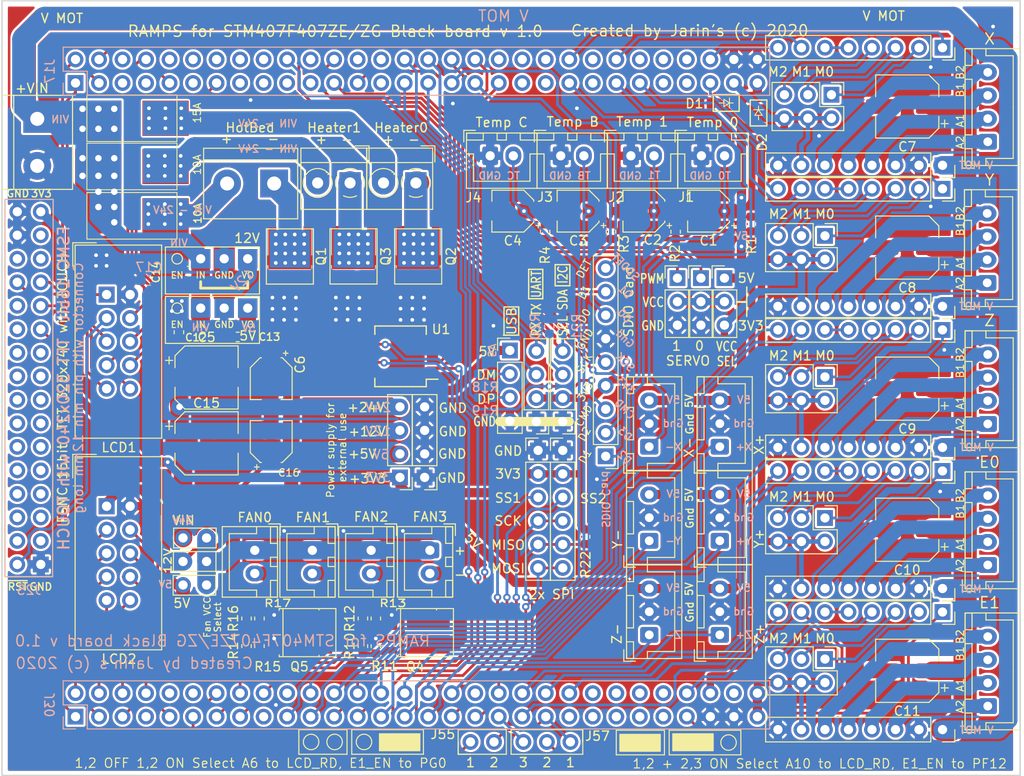
<source format=kicad_pcb>
(kicad_pcb (version 20171130) (host pcbnew "(5.1.5)-3")
  (layers (0 F.Cu signal) (31 B.Cu signal) (34 B.Paste user hide) (35 F.Paste user hide) (36 B.SilkS user hide) (37 F.SilkS user) (38 B.Mask user hide) (39 F.Mask user hide) (44 Edge.Cuts user))
  (net 0 "")
  (net 1 "Net-(J9-Pad2)")
  (net 2 "Net-(J10-Pad2)")
  (net 3 "Net-(J11-Pad2)")
  (net 4 "Net-(Q1-Pad1)")
  (net 5 "Net-(Q2-Pad1)")
  (net 6 "Net-(Q3-Pad1)")
  (net 7 GND)
  (net 8 "Net-(J12-Pad2)")
  (net 9 "Net-(J18-Pad2)")
  (net 10 "Net-(J18-Pad3)")
  (net 11 "Net-(J24-Pad3)")
  (net 12 "Net-(J24-Pad2)")
  (net 13 "Net-(J28-Pad5)")
  (net 14 "Net-(J28-Pad4)")
  (net 15 "Net-(J28-Pad3)")
  (net 16 "Net-(J28-Pad2)")
  (net 17 "Net-(J31-Pad2)")
  (net 18 "Net-(J31-Pad3)")
  (net 19 "Net-(J31-Pad4)")
  (net 20 "Net-(J31-Pad5)")
  (net 21 "Net-(J33-Pad3)")
  (net 22 "Net-(J33-Pad4)")
  (net 23 "Net-(J33-Pad5)")
  (net 24 "Net-(J33-Pad6)")
  (net 25 "Net-(J34-Pad6)")
  (net 26 "Net-(J34-Pad5)")
  (net 27 "Net-(J34-Pad4)")
  (net 28 "Net-(J34-Pad3)")
  (net 29 "Net-(J35-Pad3)")
  (net 30 "Net-(J35-Pad4)")
  (net 31 "Net-(J35-Pad5)")
  (net 32 "Net-(J35-Pad6)")
  (net 33 "Net-(J36-Pad6)")
  (net 34 "Net-(J36-Pad5)")
  (net 35 "Net-(J36-Pad4)")
  (net 36 "Net-(J36-Pad3)")
  (net 37 "Net-(J37-Pad3)")
  (net 38 "Net-(J37-Pad4)")
  (net 39 "Net-(J37-Pad5)")
  (net 40 "Net-(J37-Pad6)")
  (net 41 "Net-(J12-Pad3)")
  (net 42 "Net-(J12-Pad4)")
  (net 43 "Net-(J12-Pad5)")
  (net 44 "Net-(J18-Pad5)")
  (net 45 "Net-(J18-Pad4)")
  (net 46 "Net-(J24-Pad4)")
  (net 47 "Net-(J24-Pad5)")
  (net 48 "Net-(J43-Pad2)")
  (net 49 "Net-(J45-Pad2)")
  (net 50 "Net-(J45-Pad3)")
  (net 51 "Net-(J7-Pad1)")
  (net 52 "Net-(J8-Pad1)")
  (net 53 "Net-(J51-Pad2)")
  (net 54 "Net-(J10-Pad1)")
  (net 55 +24V)
  (net 56 +5V)
  (net 57 +12V)
  (net 58 +3V3)
  (net 59 /MISO)
  (net 60 /SDDET)
  (net 61 /MOSI)
  (net 62 /EN2)
  (net 63 /SDSS)
  (net 64 /EN1)
  (net 65 /ENC)
  (net 66 /LCDE)
  (net 67 /LCDRS)
  (net 68 /LCD5)
  (net 69 /LCD4)
  (net 70 /LCD7)
  (net 71 /LCD6)
  (net 72 /SDA)
  (net 73 /SCL)
  (net 74 /SDIO_CMD)
  (net 75 /SDIO_SCK)
  (net 76 /SDIO_D3)
  (net 77 /SDIO_D2)
  (net 78 /USB_DM)
  (net 79 /USB_DP)
  (net 80 /SDIO_DET)
  (net 81 /SDIO_D1)
  (net 82 /SDIO_D0)
  (net 83 "Net-(Q4-Pad4)")
  (net 84 "Net-(Q4-Pad2)")
  (net 85 "Net-(Q5-Pad4)")
  (net 86 "Net-(Q5-Pad2)")
  (net 87 /TEMP_0)
  (net 88 /TEMP_1)
  (net 89 /TEMP_B)
  (net 90 /TEMP_C)
  (net 91 /X_DIR)
  (net 92 /X_STEP)
  (net 93 /X_EN)
  (net 94 /X_MIN)
  (net 95 /Y_MIN)
  (net 96 /Z_MIN)
  (net 97 /Y_EN)
  (net 98 /Y_STEP)
  (net 99 /Y_DIR)
  (net 100 /SERVO0)
  (net 101 /SERVO1)
  (net 102 /HEATER_0)
  (net 103 /HEATER_1)
  (net 104 /HEATER_B)
  (net 105 /ABORT)
  (net 106 /X_MAX)
  (net 107 /Y_MAX)
  (net 108 /Z_MAX)
  (net 109 /T_MISO)
  (net 110 /T_CLK)
  (net 111 /T_MOSI)
  (net 112 /~RESET)
  (net 113 /Z_DIR)
  (net 114 /Z_STEP)
  (net 115 /Z_EN)
  (net 116 /BEEPER)
  (net 117 /E0_DIR)
  (net 118 /E0_STEP)
  (net 119 /E0_EN)
  (net 120 /E1_DIR)
  (net 121 /E1_STEP)
  (net 122 /E1_EN)
  (net 123 /FAN0)
  (net 124 /FAN1)
  (net 125 /FAN2)
  (net 126 /FAN3)
  (net 127 /TX)
  (net 128 /RX)
  (net 129 "Net-(J6-Pad1)")
  (net 130 /SS1)
  (net 131 /SS2)
  (net 132 /SCK)
  (net 133 "Net-(F1-Pad2)")
  (net 134 "Net-(F2-Pad2)")
  (net 135 "Net-(F3-Pad2)")
  (net 136 "Net-(D1-Pad1)")
  (net 137 "Net-(J25-Pad21)")
  (net 138 "Net-(J30-Pad41)")
  (net 139 "Net-(J30-Pad37)")
  (module Connector_PinHeader_2.54mm:PinHeader_1x03_P2.54mm_Vertical (layer F.Cu) (at 61.4045 80.0735 270)
    (fp_text reference J57 (at -0.635 -2.921 180) (layer F.SilkS))
    (fp_text value "LCD RS Select")
    (pad 3 thru_hole oval (at 0 5.08 270) (size 1.7 1.7) (drill 1) (layers *.Cu *.Mask) (net 139 "Net-(J30-Pad37)"))
    (pad 2 thru_hole oval (at 0 2.54 270) (size 1.7 1.7) (drill 1) (layers *.Cu *.Mask) (net 122 /E1_EN))
    (pad 1 thru_hole circle (at 0 0 270) (size 1.7 1.7) (drill 1) (layers *.Cu *.Mask) (net 138 "Net-(J30-Pad41)"))
  )
  (module Connector_PinHeader_2.54mm:PinHeader_1x02_P2.54mm_Vertical (layer F.Cu) (at 50.6095 80.0735 90)
    (fp_text reference J55 (at 0.8255 -2.9845) (layer F.SilkS))
    (fp_text value Conn_01x02)
    (pad 2 thru_hole oval (at 0 2.54 90) (size 1.7 1.7) (drill 1) (layers *.Cu *.Mask) (net 138 "Net-(J30-Pad41)"))
    (pad 1 thru_hole circle (at 0 0 90) (size 1.7 1.7) (drill 1) (layers *.Cu *.Mask) (net 137 "Net-(J25-Pad21)"))
  )
  (module Capacitor_SMD:CP_Elec_6.3x5.8 (layer F.Cu) (at 22.098 47.8155)
    (fp_text reference C15 (at 0 -4.35) (layer F.SilkS))
    (fp_text value 100uF)
    (pad 2 smd roundrect (at 2.7 0) (size 3.5 1.6) (layers F.Cu F.Paste F.Mask) (roundrect_rratio 0.15625) (net 7 GND))
    (pad 1 smd roundrect (at -2.7 0) (size 3.5 1.6) (layers F.Cu F.Paste F.Mask) (roundrect_rratio 0.15625) (net 55 +24V))
  )
  (module Capacitor_SMD:CP_Elec_6.3x5.8 (layer F.Cu) (at 22.098 40.7035)
    (fp_text reference C5 (at 0 -4.35) (layer F.SilkS))
    (fp_text value 100uF)
    (pad 2 smd roundrect (at 2.7 0) (size 3.5 1.6) (layers F.Cu F.Paste F.Mask) (roundrect_rratio 0.15625) (net 7 GND))
    (pad 1 smd roundrect (at -2.7 0) (size 3.5 1.6) (layers F.Cu F.Paste F.Mask) (roundrect_rratio 0.15625) (net 55 +24V))
  )
  (module Capacitor_SMD:CP_Elec_6.3x5.8 (layer F.Cu) (at 97.79 72.39 180)
    (fp_text reference C11 (at 0 -4.35) (layer F.SilkS))
    (fp_text value "100uF 35V")
    (pad 2 smd roundrect (at 2.7 0 180) (size 3.5 1.6) (layers F.Cu F.Paste F.Mask) (roundrect_rratio 0.15625) (net 7 GND))
    (pad 1 smd roundrect (at -2.7 0 180) (size 3.5 1.6) (layers F.Cu F.Paste F.Mask) (roundrect_rratio 0.15625) (net 55 +24V))
  )
  (module Capacitor_SMD:CP_Elec_6.3x5.8 (layer F.Cu) (at 97.79 57.15 180)
    (fp_text reference C10 (at 0 -4.35) (layer F.SilkS))
    (fp_text value "100uF 35V")
    (pad 2 smd roundrect (at 2.7 0 180) (size 3.5 1.6) (layers F.Cu F.Paste F.Mask) (roundrect_rratio 0.15625) (net 7 GND))
    (pad 1 smd roundrect (at -2.7 0 180) (size 3.5 1.6) (layers F.Cu F.Paste F.Mask) (roundrect_rratio 0.15625) (net 55 +24V))
  )
  (module Capacitor_SMD:CP_Elec_6.3x5.8 (layer F.Cu) (at 97.79 41.91 180)
    (fp_text reference C9 (at 0 -4.35) (layer F.SilkS))
    (fp_text value "100uF 35V")
    (pad 2 smd roundrect (at 2.7 0 180) (size 3.5 1.6) (layers F.Cu F.Paste F.Mask) (roundrect_rratio 0.15625) (net 7 GND))
    (pad 1 smd roundrect (at -2.7 0 180) (size 3.5 1.6) (layers F.Cu F.Paste F.Mask) (roundrect_rratio 0.15625) (net 55 +24V))
  )
  (module Capacitor_SMD:CP_Elec_6.3x5.8 (layer F.Cu) (at 97.79 26.67 180)
    (fp_text reference C8 (at 0 -4.35) (layer F.SilkS))
    (fp_text value "100uF 35V")
    (pad 2 smd roundrect (at 2.7 0 180) (size 3.5 1.6) (layers F.Cu F.Paste F.Mask) (roundrect_rratio 0.15625) (net 7 GND))
    (pad 1 smd roundrect (at -2.7 0 180) (size 3.5 1.6) (layers F.Cu F.Paste F.Mask) (roundrect_rratio 0.15625) (net 55 +24V))
  )
  (module Capacitor_SMD:CP_Elec_6.3x5.8 (layer F.Cu) (at 97.79 11.43 180)
    (fp_text reference C7 (at 0 -4.35) (layer F.SilkS))
    (fp_text value "100uF 35V")
    (pad 2 smd roundrect (at 2.7 0 180) (size 3.5 1.6) (layers F.Cu F.Paste F.Mask) (roundrect_rratio 0.15625) (net 7 GND))
    (pad 1 smd roundrect (at -2.7 0 180) (size 3.5 1.6) (layers F.Cu F.Paste F.Mask) (roundrect_rratio 0.15625) (net 55 +24V))
  )
  (module Capacitor_SMD:CP_Elec_4x5.3 (layer F.Cu) (at 55.1815 22.733 180)
    (fp_text reference C4 (at 0 -3.2) (layer F.SilkS))
    (fp_text value "10uF 16V")
    (pad 2 smd roundrect (at 1.8 0 180) (size 2.6 1.6) (layers F.Cu F.Paste F.Mask) (roundrect_rratio 0.15625) (net 7 GND))
    (pad 1 smd roundrect (at -1.8 0 180) (size 2.6 1.6) (layers F.Cu F.Paste F.Mask) (roundrect_rratio 0.15625) (net 90 /TEMP_C))
  )
  (module Capacitor_SMD:CP_Elec_4x5.3 (layer F.Cu) (at 62.23 22.733 180)
    (fp_text reference C3 (at 0 -3.2) (layer F.SilkS))
    (fp_text value "10uF 16V")
    (pad 2 smd roundrect (at 1.8 0 180) (size 2.6 1.6) (layers F.Cu F.Paste F.Mask) (roundrect_rratio 0.15625) (net 7 GND))
    (pad 1 smd roundrect (at -1.8 0 180) (size 2.6 1.6) (layers F.Cu F.Paste F.Mask) (roundrect_rratio 0.15625) (net 89 /TEMP_B))
  )
  (module Capacitor_SMD:CP_Elec_4x5.3 (layer F.Cu) (at 69.342 22.733 180)
    (fp_text reference C2 (at -0.9525 -3.1115) (layer F.SilkS))
    (fp_text value "10uF 16V")
    (pad 2 smd roundrect (at 1.8 0 180) (size 2.6 1.6) (layers F.Cu F.Paste F.Mask) (roundrect_rratio 0.15625) (net 7 GND))
    (pad 1 smd roundrect (at -1.8 0 180) (size 2.6 1.6) (layers F.Cu F.Paste F.Mask) (roundrect_rratio 0.15625) (net 88 /TEMP_1))
  )
  (module Capacitor_SMD:CP_Elec_4x5.3 (layer F.Cu) (at 76.327 22.733 180)
    (fp_text reference C1 (at 0 -3.2) (layer F.SilkS))
    (fp_text value "10uF 16V")
    (pad 2 smd roundrect (at 1.8 0 180) (size 2.6 1.6) (layers F.Cu F.Paste F.Mask) (roundrect_rratio 0.15625) (net 7 GND))
    (pad 1 smd roundrect (at -1.8 0 180) (size 2.6 1.6) (layers F.Cu F.Paste F.Mask) (roundrect_rratio 0.15625) (net 87 /TEMP_0))
  )
  (module Jarin's:D_SOD-123 (layer F.Cu) (at 81.7245 12.1285 270)
    (fp_text reference D2 (at 3.175 -0.381 90) (layer F.SilkS))
    (fp_text value MBR130LSFT1G)
    (pad 2 smd rect (at 1.65 0 270) (size 0.9 1.2) (layers F.Cu F.Paste F.Mask) (net 56 +5V))
    (pad 1 smd rect (at -1.65 0 270) (size 0.9 1.2) (layers F.Cu F.Paste F.Mask) (net 136 "Net-(D1-Pad1)"))
  )
  (module Jarin's:D_SOD-123 (layer F.Cu) (at 78.232 11.049 180)
    (fp_text reference D1 (at 3.429 -0.0635) (layer F.SilkS))
    (fp_text value MBR130LSFT1G)
    (pad 2 smd rect (at 1.65 0 180) (size 0.9 1.2) (layers F.Cu F.Paste F.Mask) (net 56 +5V))
    (pad 1 smd rect (at -1.65 0 180) (size 0.9 1.2) (layers F.Cu F.Paste F.Mask) (net 136 "Net-(D1-Pad1)"))
  )
  (module Jarin's:MP2315 (layer F.Cu) (at 21.463 27.8765 90)
    (fp_text reference X02 hide)
    (fp_text value MP2315 hide)
    (fp_text user IN (at -1.778 0 180) (layer F.SilkS) (effects (font (size 0.7 0.7) (thickness 0.12))))
    (fp_text user GND (at -1.778 2.54 180) (layer F.SilkS) (effects (font (size 0.7 0.7) (thickness 0.12))))
    (fp_text user VO (at -1.778 5.08 180) (layer F.SilkS) (effects (font (size 0.7 0.7) (thickness 0.12))))
    (fp_text user EN (at -1.778 -2.54 180) (layer F.SilkS) (effects (font (size 0.7 0.7) (thickness 0.12))))
    (pad 3 thru_hole rect (at 0 5.08 90) (size 2.1 2.1) (drill 1) (layers *.Cu *.Mask) (net 57 +12V))
    (pad 2 thru_hole rect (at 0 2.54 90) (size 2.1 2.1) (drill 1) (layers *.Cu *.Mask) (net 7 GND))
    (pad 1 thru_hole rect (at 0 0 90) (size 2.1 2.1) (drill 1) (layers *.Cu *.Mask) (net 55 +24V))
  )
  (module Jarin's:MP2315 (layer F.Cu) (at 21.463 33.2105 90)
    (fp_text reference X01 hide)
    (fp_text value MP2315 hide)
    (fp_text user IN (at -1.778 0) (layer F.SilkS) (effects (font (size 0.7 0.7) (thickness 0.12))))
    (fp_text user GND (at -1.778 2.54) (layer F.SilkS) (effects (font (size 0.7 0.7) (thickness 0.12))))
    (fp_text user VO (at -1.778 5.08) (layer F.SilkS) (effects (font (size 0.7 0.7) (thickness 0.12))))
    (fp_text user EN (at -1.778 -2.54) (layer F.SilkS) (effects (font (size 0.7 0.7) (thickness 0.12))))
    (pad 3 thru_hole rect (at 0 5.08 90) (size 2.1 2.1) (drill 1) (layers *.Cu *.Mask) (net 56 +5V))
    (pad 2 thru_hole rect (at 0 2.54 90) (size 2.1 2.1) (drill 1) (layers *.Cu *.Mask) (net 7 GND))
    (pad 1 thru_hole rect (at 0 0 90) (size 2.1 2.1) (drill 1) (layers *.Cu *.Mask) (net 55 +24V))
  )
  (module Jarin's:2410_FuseFolder (layer F.Cu) (at 14.0335 23.241)
    (fp_text reference F3 hide)
    (fp_text value 10A (at 7.112 -0.254 90) (layer F.SilkS) (effects (font (size 0.8 0.8))))
    (pad 2 smd rect (at 3.635 0) (size 5 3.81) (layers F.Cu F.Paste F.Mask) (net 135 "Net-(F3-Pad2)"))
    (pad 1 smd rect (at -3.635 0) (size 5 3.81) (layers F.Cu F.Paste F.Mask) (net 55 +24V))
  )
  (module Jarin's:2410_FuseFolder (layer F.Cu) (at 14.0335 17.907)
    (fp_text reference F2 hide)
    (fp_text value 10A (at 7.0485 -0.1905 90) (layer F.SilkS) (effects (font (size 0.8 0.8) (thickness 0.12))))
    (pad 2 smd rect (at 3.635 0) (size 5 3.81) (layers F.Cu F.Paste F.Mask) (net 134 "Net-(F2-Pad2)"))
    (pad 1 smd rect (at -3.635 0) (size 5 3.81) (layers F.Cu F.Paste F.Mask) (net 55 +24V))
  )
  (module Jarin's:2410_FuseFolder (layer F.Cu) (at 14.0335 12.7)
    (fp_text reference F1 hide)
    (fp_text value 15A (at 7.0485 -0.5715 90) (layer F.SilkS) (effects (font (size 0.8 0.8) (thickness 0.12))))
    (pad 2 smd rect (at 3.635 0) (size 5 3.81) (layers F.Cu F.Paste F.Mask) (net 133 "Net-(F1-Pad2)"))
    (pad 1 smd rect (at -3.635 0) (size 5 3.81) (layers F.Cu F.Paste F.Mask) (net 55 +24V))
  )
  (module Jarin's:PinSocket_2x16_P2.54mm_Vertical_14mmPinLong (layer B.Cu) (at 4.191 60.8965)
    (fp_text reference J25 (at -1.27 2.77) (layer B.SilkS) (effects (justify mirror)))
    (fp_text value TFT_FSCM)
    (pad 32 thru_hole oval (at -2.54 -38.1) (size 1.7 1.7) (drill 1) (layers *.Cu *.Mask) (net 7 GND))
    (pad 31 thru_hole oval (at 0 -38.1) (size 1.7 1.7) (drill 1) (layers *.Cu *.Mask) (net 58 +3V3))
    (pad 30 thru_hole oval (at -2.54 -35.56) (size 1.7 1.7) (drill 1) (layers *.Cu *.Mask) (net 7 GND))
    (pad 29 thru_hole oval (at 0 -35.56) (size 1.7 1.7) (drill 1) (layers *.Cu *.Mask))
    (pad 28 thru_hole oval (at -2.54 -33.02) (size 1.7 1.7) (drill 1) (layers *.Cu *.Mask))
    (pad 27 thru_hole oval (at 0 -33.02) (size 1.7 1.7) (drill 1) (layers *.Cu *.Mask))
    (pad 26 thru_hole oval (at -2.54 -30.48) (size 1.7 1.7) (drill 1) (layers *.Cu *.Mask) (net 109 /T_MISO))
    (pad 25 thru_hole oval (at 0 -30.48) (size 1.7 1.7) (drill 1) (layers *.Cu *.Mask) (net 111 /T_MOSI))
    (pad 24 thru_hole oval (at -2.54 -27.94) (size 1.7 1.7) (drill 1) (layers *.Cu *.Mask))
    (pad 23 thru_hole oval (at 0 -27.94) (size 1.7 1.7) (drill 1) (layers *.Cu *.Mask) (net 110 /T_CLK))
    (pad 22 thru_hole oval (at -2.54 -25.4) (size 1.7 1.7) (drill 1) (layers *.Cu *.Mask))
    (pad 21 thru_hole oval (at 0 -25.4) (size 1.7 1.7) (drill 1) (layers *.Cu *.Mask) (net 137 "Net-(J25-Pad21)"))
    (pad 20 thru_hole oval (at -2.54 -22.86) (size 1.7 1.7) (drill 1) (layers *.Cu *.Mask))
    (pad 19 thru_hole oval (at 0 -22.86) (size 1.7 1.7) (drill 1) (layers *.Cu *.Mask))
    (pad 18 thru_hole oval (at -2.54 -20.32) (size 1.7 1.7) (drill 1) (layers *.Cu *.Mask))
    (pad 17 thru_hole oval (at 0 -20.32) (size 1.7 1.7) (drill 1) (layers *.Cu *.Mask))
    (pad 16 thru_hole oval (at -2.54 -17.78) (size 1.7 1.7) (drill 1) (layers *.Cu *.Mask))
    (pad 15 thru_hole oval (at 0 -17.78) (size 1.7 1.7) (drill 1) (layers *.Cu *.Mask))
    (pad 14 thru_hole oval (at -2.54 -15.24) (size 1.7 1.7) (drill 1) (layers *.Cu *.Mask))
    (pad 13 thru_hole oval (at 0 -15.24) (size 1.7 1.7) (drill 1) (layers *.Cu *.Mask))
    (pad 12 thru_hole oval (at -2.54 -12.7) (size 1.7 1.7) (drill 1) (layers *.Cu *.Mask))
    (pad 11 thru_hole oval (at 0 -12.7) (size 1.7 1.7) (drill 1) (layers *.Cu *.Mask))
    (pad 10 thru_hole oval (at -2.54 -10.16) (size 1.7 1.7) (drill 1) (layers *.Cu *.Mask))
    (pad 9 thru_hole oval (at 0 -10.16) (size 1.7 1.7) (drill 1) (layers *.Cu *.Mask))
    (pad 8 thru_hole oval (at -2.54 -7.62) (size 1.7 1.7) (drill 1) (layers *.Cu *.Mask))
    (pad 7 thru_hole oval (at 0 -7.62) (size 1.7 1.7) (drill 1) (layers *.Cu *.Mask))
    (pad 6 thru_hole oval (at -2.54 -5.08) (size 1.7 1.7) (drill 1) (layers *.Cu *.Mask))
    (pad 5 thru_hole oval (at 0 -5.08) (size 1.7 1.7) (drill 1) (layers *.Cu *.Mask))
    (pad 4 thru_hole oval (at -2.54 -2.54) (size 1.7 1.7) (drill 1) (layers *.Cu *.Mask))
    (pad 3 thru_hole oval (at 0 -2.54) (size 1.7 1.7) (drill 1) (layers *.Cu *.Mask))
    (pad 2 thru_hole oval (at -2.54 0) (size 1.7 1.7) (drill 1) (layers *.Cu *.Mask) (net 112 /~RESET))
    (pad 1 thru_hole rect (at 0 0) (size 1.7 1.7) (drill 1) (layers *.Cu *.Mask) (net 7 GND))
  )
  (module Connector_PinHeader_2.54mm:PinHeader_1x04_P2.54mm_Vertical (layer F.Cu) (at 42.9895 51.4985 180)
    (fp_text reference J54 hide)
    (fp_text value Power)
    (pad 4 thru_hole oval (at 0 7.62 180) (size 1.7 1.7) (drill 1) (layers *.Cu *.Mask) (net 55 +24V))
    (pad 3 thru_hole oval (at 0 5.08 180) (size 1.7 1.7) (drill 1) (layers *.Cu *.Mask) (net 57 +12V))
    (pad 2 thru_hole oval (at 0 2.54 180) (size 1.7 1.7) (drill 1) (layers *.Cu *.Mask) (net 56 +5V))
    (pad 1 thru_hole rect (at 0 0 180) (size 1.7 1.7) (drill 1) (layers *.Cu *.Mask) (net 58 +3V3))
  )
  (module Connector_PinHeader_2.54mm:PinHeader_1x04_P2.54mm_Vertical (layer F.Cu) (at 45.6565 51.4985 180)
    (fp_text reference J46 hide)
    (fp_text value Power)
    (pad 4 thru_hole oval (at 0 7.62 180) (size 1.7 1.7) (drill 1) (layers *.Cu *.Mask) (net 7 GND))
    (pad 3 thru_hole oval (at 0 5.08 180) (size 1.7 1.7) (drill 1) (layers *.Cu *.Mask) (net 7 GND))
    (pad 2 thru_hole oval (at 0 2.54 180) (size 1.7 1.7) (drill 1) (layers *.Cu *.Mask) (net 7 GND))
    (pad 1 thru_hole rect (at 0 0 180) (size 1.7 1.7) (drill 1) (layers *.Cu *.Mask) (net 7 GND))
  )
  (module Connector_PinHeader_2.54mm:PinHeader_2x03_P2.54mm_Vertical (layer F.Cu) (at 19.558 58.039)
    (fp_text reference J56 hide)
    (fp_text value Power hide)
    (pad 6 thru_hole oval (at 2.54 5.08) (size 1.7 1.7) (drill 1) (layers *.Cu *.Mask) (net 54 "Net-(J10-Pad1)"))
    (pad 5 thru_hole oval (at 0 5.08) (size 1.7 1.7) (drill 1) (layers *.Cu *.Mask) (net 56 +5V))
    (pad 4 thru_hole oval (at 2.54 2.54) (size 1.7 1.7) (drill 1) (layers *.Cu *.Mask) (net 54 "Net-(J10-Pad1)"))
    (pad 3 thru_hole oval (at 0 2.54) (size 1.7 1.7) (drill 1) (layers *.Cu *.Mask) (net 57 +12V))
    (pad 2 thru_hole oval (at 2.54 0) (size 1.7 1.7) (drill 1) (layers *.Cu *.Mask) (net 54 "Net-(J10-Pad1)"))
    (pad 1 thru_hole circle (at 0 0) (size 1.7 1.7) (drill 1) (layers *.Cu *.Mask) (net 55 +24V))
  )
  (module Connector_PinHeader_2.54mm:PinHeader_1x09_P2.54mm_Vertical (layer F.Cu) (at 65.2145 49.2125 180)
    (fp_text reference J50 hide)
    (fp_text value SDIO)
    (pad 9 thru_hole oval (at 0 20.32 180) (size 1.7 1.7) (drill 1) (layers *.Cu *.Mask) (net 80 /SDIO_DET))
    (pad 8 thru_hole oval (at 0 17.78 180) (size 1.7 1.7) (drill 1) (layers *.Cu *.Mask) (net 81 /SDIO_D1))
    (pad 7 thru_hole oval (at 0 15.24 180) (size 1.7 1.7) (drill 1) (layers *.Cu *.Mask) (net 82 /SDIO_D0))
    (pad 6 thru_hole oval (at 0 12.7 180) (size 1.7 1.7) (drill 1) (layers *.Cu *.Mask) (net 7 GND))
    (pad 5 thru_hole oval (at 0 10.16 180) (size 1.7 1.7) (drill 1) (layers *.Cu *.Mask) (net 75 /SDIO_SCK))
    (pad 4 thru_hole oval (at 0 7.62 180) (size 1.7 1.7) (drill 1) (layers *.Cu *.Mask) (net 58 +3V3))
    (pad 3 thru_hole oval (at 0 5.08 180) (size 1.7 1.7) (drill 1) (layers *.Cu *.Mask) (net 74 /SDIO_CMD))
    (pad 2 thru_hole oval (at 0 2.54 180) (size 1.7 1.7) (drill 1) (layers *.Cu *.Mask) (net 76 /SDIO_D3))
    (pad 1 thru_hole rect (at 0 0 180) (size 1.7 1.7) (drill 1) (layers *.Cu *.Mask) (net 77 /SDIO_D2))
  )
  (module Package_SO:SSOP-14_5.3x6.2mm_P0.65mm (layer F.Cu) (at 43.053 38.4175 180)
    (fp_text reference U1 (at -4.3815 2.921) (layer F.SilkS))
    (fp_text value 74LVC125)
    (pad 14 smd rect (at 3.45 -1.95 180) (size 1.2 0.4) (layers F.Cu F.Paste F.Mask) (net 56 +5V))
    (pad 13 smd rect (at 3.45 -1.3 180) (size 1.2 0.4) (layers F.Cu F.Paste F.Mask) (net 7 GND))
    (pad 12 smd rect (at 3.45 -0.65 180) (size 1.2 0.4) (layers F.Cu F.Paste F.Mask) (net 104 /HEATER_B))
    (pad 11 smd rect (at 3.45 0 180) (size 1.2 0.4) (layers F.Cu F.Paste F.Mask) (net 4 "Net-(Q1-Pad1)"))
    (pad 10 smd rect (at 3.45 0.65 180) (size 1.2 0.4) (layers F.Cu F.Paste F.Mask) (net 7 GND))
    (pad 9 smd rect (at 3.45 1.3 180) (size 1.2 0.4) (layers F.Cu F.Paste F.Mask) (net 103 /HEATER_1))
    (pad 8 smd rect (at 3.45 1.95 180) (size 1.2 0.4) (layers F.Cu F.Paste F.Mask) (net 6 "Net-(Q3-Pad1)"))
    (pad 7 smd rect (at -3.45 1.95 180) (size 1.2 0.4) (layers F.Cu F.Paste F.Mask) (net 7 GND))
    (pad 6 smd rect (at -3.45 1.3 180) (size 1.2 0.4) (layers F.Cu F.Paste F.Mask))
    (pad 5 smd rect (at -3.45 0.65 180) (size 1.2 0.4) (layers F.Cu F.Paste F.Mask))
    (pad 4 smd rect (at -3.45 0 180) (size 1.2 0.4) (layers F.Cu F.Paste F.Mask))
    (pad 3 smd rect (at -3.45 -0.65 180) (size 1.2 0.4) (layers F.Cu F.Paste F.Mask) (net 5 "Net-(Q2-Pad1)"))
    (pad 2 smd rect (at -3.45 -1.3 180) (size 1.2 0.4) (layers F.Cu F.Paste F.Mask) (net 102 /HEATER_0))
    (pad 1 smd rect (at -3.45 -1.95 180) (size 1.2 0.4) (layers F.Cu F.Paste F.Mask) (net 7 GND))
  )
  (module Resistor_SMD:R_0603_1608Metric (layer F.Cu) (at 62.992 57.912 90)
    (fp_text reference R22 (at -2.9845 0.0635 90) (layer F.SilkS))
    (fp_text value 4K7)
    (pad 2 smd roundrect (at 0.7875 0 90) (size 0.875 0.95) (layers F.Cu F.Paste F.Mask) (net 58 +3V3))
    (pad 1 smd roundrect (at -0.7875 0 90) (size 0.875 0.95) (layers F.Cu F.Paste F.Mask) (net 59 /MISO))
  )
  (module Resistor_SMD:R_0603_1608Metric (layer B.Cu) (at 60.579 35.179 270)
    (fp_text reference R21 (at 0.0635 -1.524 90) (layer B.SilkS) (effects (justify mirror)))
    (fp_text value 4K7)
    (pad 2 smd roundrect (at 0.7875 0 270) (size 0.875 0.95) (layers B.Cu B.Paste B.Mask) (net 72 /SDA))
    (pad 1 smd roundrect (at -0.7875 0 270) (size 0.875 0.95) (layers B.Cu B.Paste B.Mask) (net 7 GND))
  )
  (module Resistor_SMD:R_0603_1608Metric (layer B.Cu) (at 59.1185 35.179 90)
    (fp_text reference R20 (at 0 -1.524 270) (layer B.SilkS) (effects (justify mirror)))
    (fp_text value 4K7)
    (pad 2 smd roundrect (at 0.7875 0 90) (size 0.875 0.95) (layers B.Cu B.Paste B.Mask) (net 7 GND))
    (pad 1 smd roundrect (at -0.7875 0 90) (size 0.875 0.95) (layers B.Cu B.Paste B.Mask) (net 73 /SCL))
  )
  (module Resistor_SMD:R_0603_1608Metric (layer B.Cu) (at 52.197 42.8625)
    (fp_text reference R19 (at 0 1.43) (layer B.SilkS) (effects (justify mirror)))
    (fp_text value 22R)
    (pad 2 smd roundrect (at 0.7875 0) (size 0.875 0.95) (layers B.Cu B.Paste B.Mask) (net 50 "Net-(J45-Pad3)"))
    (pad 1 smd roundrect (at -0.7875 0) (size 0.875 0.95) (layers B.Cu B.Paste B.Mask) (net 79 /USB_DP))
  )
  (module Resistor_SMD:R_0603_1608Metric (layer B.Cu) (at 52.197 40.3225)
    (fp_text reference R18 (at 0 1.43) (layer B.SilkS) (effects (justify mirror)))
    (fp_text value 22R)
    (pad 2 smd roundrect (at 0.7875 0) (size 0.875 0.95) (layers B.Cu B.Paste B.Mask) (net 49 "Net-(J45-Pad2)"))
    (pad 1 smd roundrect (at -0.7875 0) (size 0.875 0.95) (layers B.Cu B.Paste B.Mask) (net 78 /USB_DM))
  )
  (module Resistor_SMD:R_0603_1608Metric (layer F.Cu) (at 27.813 66.7385 270)
    (fp_text reference R17 (at -1.651 -1.9685 180) (layer F.SilkS) (effects (font (size 0.8 1))))
    (fp_text value 10K)
    (pad 2 smd roundrect (at 0.7875 0 270) (size 0.875 0.95) (layers F.Cu F.Paste F.Mask) (net 86 "Net-(Q5-Pad2)"))
    (pad 1 smd roundrect (at -0.7875 0 270) (size 0.875 0.95) (layers F.Cu F.Paste F.Mask) (net 7 GND))
  )
  (module Resistor_SMD:R_0603_1608Metric (layer F.Cu) (at 26.416 66.7385 90)
    (fp_text reference R16 (at 0 -1.43 90) (layer F.SilkS))
    (fp_text value 10)
    (pad 2 smd roundrect (at 0.7875 0 90) (size 0.875 0.95) (layers F.Cu F.Paste F.Mask) (net 123 /FAN0))
    (pad 1 smd roundrect (at -0.7875 0 90) (size 0.875 0.95) (layers F.Cu F.Paste F.Mask) (net 86 "Net-(Q5-Pad2)"))
  )
  (module Resistor_SMD:R_0603_1608Metric (layer F.Cu) (at 27.813 69.723 270)
    (fp_text reference R15 (at 2.2225 -0.889 180) (layer F.SilkS))
    (fp_text value 10K)
    (pad 2 smd roundrect (at 0.7875 0 270) (size 0.875 0.95) (layers F.Cu F.Paste F.Mask) (net 85 "Net-(Q5-Pad4)"))
    (pad 1 smd roundrect (at -0.7875 0 270) (size 0.875 0.95) (layers F.Cu F.Paste F.Mask) (net 7 GND))
  )
  (module Resistor_SMD:R_0603_1608Metric (layer F.Cu) (at 26.416 69.723 90)
    (fp_text reference R14 (at 0 -1.43 90) (layer F.SilkS))
    (fp_text value 10)
    (pad 2 smd roundrect (at 0.7875 0 90) (size 0.875 0.95) (layers F.Cu F.Paste F.Mask) (net 124 /FAN1))
    (pad 1 smd roundrect (at -0.7875 0 90) (size 0.875 0.95) (layers F.Cu F.Paste F.Mask) (net 85 "Net-(Q5-Pad4)"))
  )
  (module Resistor_SMD:R_0603_1608Metric (layer F.Cu) (at 40.386 66.7385 270)
    (fp_text reference R13 (at -1.651 -1.8415 180) (layer F.SilkS) (effects (font (size 0.8 1))))
    (fp_text value 10K)
    (pad 2 smd roundrect (at 0.7875 0 270) (size 0.875 0.95) (layers F.Cu F.Paste F.Mask) (net 84 "Net-(Q4-Pad2)"))
    (pad 1 smd roundrect (at -0.7875 0 270) (size 0.875 0.95) (layers F.Cu F.Paste F.Mask) (net 7 GND))
  )
  (module Resistor_SMD:R_0603_1608Metric (layer F.Cu) (at 38.989 66.7385 90)
    (fp_text reference R12 (at 0 -1.43 90) (layer F.SilkS))
    (fp_text value 10)
    (pad 2 smd roundrect (at 0.7875 0 90) (size 0.875 0.95) (layers F.Cu F.Paste F.Mask) (net 125 /FAN2))
    (pad 1 smd roundrect (at -0.7875 0 90) (size 0.875 0.95) (layers F.Cu F.Paste F.Mask) (net 84 "Net-(Q4-Pad2)"))
  )
  (module Resistor_SMD:R_0603_1608Metric (layer F.Cu) (at 40.386 69.723 270)
    (fp_text reference R11 (at 2.159 -0.9525 180) (layer F.SilkS))
    (fp_text value 10K)
    (pad 2 smd roundrect (at 0.7875 0 270) (size 0.875 0.95) (layers F.Cu F.Paste F.Mask) (net 83 "Net-(Q4-Pad4)"))
    (pad 1 smd roundrect (at -0.7875 0 270) (size 0.875 0.95) (layers F.Cu F.Paste F.Mask) (net 7 GND))
  )
  (module Resistor_SMD:R_0603_1608Metric (layer F.Cu) (at 38.989 69.723 90)
    (fp_text reference R10 (at 0 -1.43 90) (layer F.SilkS))
    (fp_text value 10)
    (pad 2 smd roundrect (at 0.7875 0 90) (size 0.875 0.95) (layers F.Cu F.Paste F.Mask) (net 126 /FAN3))
    (pad 1 smd roundrect (at -0.7875 0 90) (size 0.875 0.95) (layers F.Cu F.Paste F.Mask) (net 83 "Net-(Q4-Pad4)"))
  )
  (module Resistor_SMD:R_0603_1608Metric (layer F.Cu) (at 58.674 24.9555 90)
    (fp_text reference R4 (at -2.54 0 90) (layer F.SilkS))
    (fp_text value 4K7)
    (pad 2 smd roundrect (at 0.7875 0 90) (size 0.875 0.95) (layers F.Cu F.Paste F.Mask) (net 90 /TEMP_C))
    (pad 1 smd roundrect (at -0.7875 0 90) (size 0.875 0.95) (layers F.Cu F.Paste F.Mask) (net 58 +3V3))
  )
  (module Resistor_SMD:R_0603_1608Metric (layer F.Cu) (at 65.786 24.9555 90)
    (fp_text reference R3 (at -1.3335 1.397 270) (layer F.SilkS))
    (fp_text value 4K7)
    (pad 2 smd roundrect (at 0.7875 0 90) (size 0.875 0.95) (layers F.Cu F.Paste F.Mask) (net 89 /TEMP_B))
    (pad 1 smd roundrect (at -0.7875 0 90) (size 0.875 0.95) (layers F.Cu F.Paste F.Mask) (net 58 +3V3))
  )
  (module Resistor_SMD:R_0603_1608Metric (layer F.Cu) (at 72.771 24.9555 90)
    (fp_text reference R2 (at -2.3495 -0.0635 90) (layer F.SilkS))
    (fp_text value 4K7)
    (pad 2 smd roundrect (at 0.7875 0 90) (size 0.875 0.95) (layers F.Cu F.Paste F.Mask) (net 88 /TEMP_1))
    (pad 1 smd roundrect (at -0.7875 0 90) (size 0.875 0.95) (layers F.Cu F.Paste F.Mask) (net 58 +3V3))
  )
  (module Resistor_SMD:R_0603_1608Metric (layer F.Cu) (at 80.899 24.13 90)
    (fp_text reference R1 (at -2.286 0.0635 90) (layer F.SilkS))
    (fp_text value 4K7)
    (pad 2 smd roundrect (at 0.7875 0 90) (size 0.875 0.95) (layers F.Cu F.Paste F.Mask) (net 87 /TEMP_0))
    (pad 1 smd roundrect (at -0.7875 0 90) (size 0.875 0.95) (layers F.Cu F.Paste F.Mask) (net 58 +3V3))
  )
  (module Jarin's:LFPAK56D (layer F.Cu) (at 32.258 68.2625)
    (fp_text reference Q5 (at -0.127 3.683) (layer F.SilkS))
    (fp_text value BUK9K17-60E)
    (pad 6 smd custom (at 0.435 -1.27) (size 3.3 2) (layers F.Cu F.Mask) (net 48 "Net-(J43-Pad2)") (options (clearance outline) (anchor rect)) (primitives (gr_poly (pts (xy 1.425 -1) (xy 2.975 -1) (xy 2.975 1) (xy 1.425 1)) (width 0))))
    (pad 5 smd custom (at 0.435 1.27) (size 3.3 2) (layers F.Cu F.Mask) (net 3 "Net-(J11-Pad2)") (options (clearance outline) (anchor rect)) (primitives (gr_poly (pts (xy 1.425 -1) (xy 2.975 -1) (xy 2.975 1) (xy 1.425 1)) (width 0))))
    (pad 4 smd rect (at -2.835 1.91 270) (size 0.7 1.15) (layers F.Cu F.Paste F.Mask) (net 85 "Net-(Q5-Pad4)"))
    (pad 3 smd rect (at -2.835 0.64 270) (size 0.7 1.15) (layers F.Cu F.Paste F.Mask) (net 7 GND))
    (pad 1 smd rect (at -2.835 -1.91 270) (size 0.7 1.15) (layers F.Cu F.Paste F.Mask) (net 7 GND))
    (pad 2 smd rect (at -2.835 -0.64 270) (size 0.7 1.15) (layers F.Cu F.Paste F.Mask) (net 86 "Net-(Q5-Pad2)"))
  )
  (module Jarin's:LFPAK56D (layer F.Cu) (at 44.958 68.2625)
    (fp_text reference Q4 (at -0.3175 3.683) (layer F.SilkS))
    (fp_text value BUK9K17-60E)
    (pad 6 smd custom (at 0.435 -1.27) (size 3.3 2) (layers F.Cu F.Mask) (net 2 "Net-(J10-Pad2)") (options (clearance outline) (anchor rect)) (primitives (gr_poly (pts (xy 1.425 -1) (xy 2.975 -1) (xy 2.975 1) (xy 1.425 1)) (width 0))))
    (pad 5 smd custom (at 0.435 1.27) (size 3.3 2) (layers F.Cu F.Mask) (net 1 "Net-(J9-Pad2)") (options (clearance outline) (anchor rect)) (primitives (gr_poly (pts (xy 1.425 -1) (xy 2.975 -1) (xy 2.975 1) (xy 1.425 1)) (width 0))))
    (pad 4 smd rect (at -2.835 1.91 270) (size 0.7 1.15) (layers F.Cu F.Paste F.Mask) (net 83 "Net-(Q4-Pad4)"))
    (pad 3 smd rect (at -2.835 0.64 270) (size 0.7 1.15) (layers F.Cu F.Paste F.Mask) (net 7 GND))
    (pad 1 smd rect (at -2.835 -1.91 270) (size 0.7 1.15) (layers F.Cu F.Paste F.Mask) (net 7 GND))
    (pad 2 smd rect (at -2.835 -0.64 270) (size 0.7 1.15) (layers F.Cu F.Paste F.Mask) (net 84 "Net-(Q4-Pad2)"))
  )
  (module Jarin's:NTMFS5C628NL (layer F.Cu) (at 36.068 30.48 90)
    (fp_text reference Q3 (at 2.8575 5.3975 90) (layer F.SilkS))
    (fp_text value NTMFS5C628)
    (fp_poly (pts (xy 2.921 -0.381) (xy 6.096 -0.381) (xy 6.096 0.381) (xy 5.588 0.381) (xy 5.588 3.429) (xy 6.096 3.429) (xy 6.096 4.191) (xy 2.921 4.191) (xy 2.921 4.699) (xy 1.9685 4.699) (xy 1.9685 4.191) (xy 1.524 4.191) (xy 1.524 -0.381) (xy 1.9685 -0.381) (xy 1.9685 -0.889) (xy 2.921 -0.889)) (layer F.Cu) (width 0.1))
    (pad 2 thru_hole circle (at 5.231 3.453 90) (size 0.6 0.6) (drill 0.4) (layers *.Cu *.Mask) (net 52 "Net-(J8-Pad1)"))
    (pad 2 thru_hole circle (at 4.207 3.453 90) (size 0.6 0.6) (drill 0.4) (layers *.Cu *.Mask) (net 52 "Net-(J8-Pad1)"))
    (pad 2 thru_hole circle (at 3.183 3.453 90) (size 0.6 0.6) (drill 0.4) (layers *.Cu *.Mask) (net 52 "Net-(J8-Pad1)"))
    (pad 2 thru_hole circle (at 2.159 3.453 90) (size 0.6 0.6) (drill 0.4) (layers *.Cu *.Mask) (net 52 "Net-(J8-Pad1)"))
    (pad 2 thru_hole circle (at 5.231 2.429 90) (size 0.6 0.6) (drill 0.4) (layers *.Cu *.Mask) (net 52 "Net-(J8-Pad1)"))
    (pad 2 thru_hole circle (at 4.207 2.429 90) (size 0.6 0.6) (drill 0.4) (layers *.Cu *.Mask) (net 52 "Net-(J8-Pad1)"))
    (pad 2 thru_hole circle (at 3.183 2.429 90) (size 0.6 0.6) (drill 0.4) (layers *.Cu *.Mask) (net 52 "Net-(J8-Pad1)"))
    (pad 2 thru_hole circle (at 2.159 2.429 90) (size 0.6 0.6) (drill 0.4) (layers *.Cu *.Mask) (net 52 "Net-(J8-Pad1)"))
    (pad 2 thru_hole circle (at 5.231 1.405 90) (size 0.6 0.6) (drill 0.4) (layers *.Cu *.Mask) (net 52 "Net-(J8-Pad1)"))
    (pad 2 thru_hole circle (at 4.207 1.405 90) (size 0.6 0.6) (drill 0.4) (layers *.Cu *.Mask) (net 52 "Net-(J8-Pad1)"))
    (pad 2 thru_hole circle (at 3.183 1.405 90) (size 0.6 0.6) (drill 0.4) (layers *.Cu *.Mask) (net 52 "Net-(J8-Pad1)"))
    (pad 2 thru_hole circle (at 2.159 1.405 90) (size 0.6 0.6) (drill 0.4) (layers *.Cu *.Mask) (net 52 "Net-(J8-Pad1)"))
    (pad 2 thru_hole circle (at 5.231 0.381 90) (size 0.6 0.6) (drill 0.4) (layers *.Cu *.Mask) (net 52 "Net-(J8-Pad1)"))
    (pad 2 thru_hole circle (at 4.207 0.381 90) (size 0.6 0.6) (drill 0.4) (layers *.Cu *.Mask) (net 52 "Net-(J8-Pad1)"))
    (pad 2 thru_hole circle (at 3.183 0.381 90) (size 0.6 0.6) (drill 0.4) (layers *.Cu *.Mask) (net 52 "Net-(J8-Pad1)"))
    (pad 2 thru_hole circle (at 2.159 0.381 90) (size 0.6 0.6) (drill 0.4) (layers *.Cu *.Mask) (net 52 "Net-(J8-Pad1)"))
    (pad 1 smd rect (at 0 3.81 90) (size 1.25 0.75) (layers F.Cu F.Paste F.Mask) (net 6 "Net-(Q3-Pad1)"))
    (pad 3 smd rect (at 0 2.54 90) (size 1.25 0.75) (layers F.Cu F.Paste F.Mask) (net 7 GND))
    (pad 3 smd rect (at 0 0 90) (size 1.25 0.75) (layers F.Cu F.Paste F.Mask) (net 7 GND))
    (pad 3 smd rect (at 0 1.27 90) (size 1.25 0.75) (layers F.Cu F.Paste F.Mask) (net 7 GND))
  )
  (module Jarin's:NTMFS5C628NL (layer F.Cu) (at 43.053 30.48 90)
    (fp_text reference Q2 (at 2.8575 5.461 90) (layer F.SilkS))
    (fp_text value NTMFS5C628)
    (fp_poly (pts (xy 2.921 -0.381) (xy 6.096 -0.381) (xy 6.096 0.381) (xy 5.588 0.381) (xy 5.588 3.429) (xy 6.096 3.429) (xy 6.096 4.191) (xy 2.921 4.191) (xy 2.921 4.699) (xy 1.9685 4.699) (xy 1.9685 4.191) (xy 1.524 4.191) (xy 1.524 -0.381) (xy 1.9685 -0.381) (xy 1.9685 -0.889) (xy 2.921 -0.889)) (layer F.Cu) (width 0.1))
    (pad 2 thru_hole circle (at 5.231 3.453 90) (size 0.6 0.6) (drill 0.4) (layers *.Cu *.Mask) (net 51 "Net-(J7-Pad1)"))
    (pad 2 thru_hole circle (at 4.207 3.453 90) (size 0.6 0.6) (drill 0.4) (layers *.Cu *.Mask) (net 51 "Net-(J7-Pad1)"))
    (pad 2 thru_hole circle (at 3.183 3.453 90) (size 0.6 0.6) (drill 0.4) (layers *.Cu *.Mask) (net 51 "Net-(J7-Pad1)"))
    (pad 2 thru_hole circle (at 2.159 3.453 90) (size 0.6 0.6) (drill 0.4) (layers *.Cu *.Mask) (net 51 "Net-(J7-Pad1)"))
    (pad 2 thru_hole circle (at 5.231 2.429 90) (size 0.6 0.6) (drill 0.4) (layers *.Cu *.Mask) (net 51 "Net-(J7-Pad1)"))
    (pad 2 thru_hole circle (at 4.207 2.429 90) (size 0.6 0.6) (drill 0.4) (layers *.Cu *.Mask) (net 51 "Net-(J7-Pad1)"))
    (pad 2 thru_hole circle (at 3.183 2.429 90) (size 0.6 0.6) (drill 0.4) (layers *.Cu *.Mask) (net 51 "Net-(J7-Pad1)"))
    (pad 2 thru_hole circle (at 2.159 2.429 90) (size 0.6 0.6) (drill 0.4) (layers *.Cu *.Mask) (net 51 "Net-(J7-Pad1)"))
    (pad 2 thru_hole circle (at 5.231 1.405 90) (size 0.6 0.6) (drill 0.4) (layers *.Cu *.Mask) (net 51 "Net-(J7-Pad1)"))
    (pad 2 thru_hole circle (at 4.207 1.405 90) (size 0.6 0.6) (drill 0.4) (layers *.Cu *.Mask) (net 51 "Net-(J7-Pad1)"))
    (pad 2 thru_hole circle (at 3.183 1.405 90) (size 0.6 0.6) (drill 0.4) (layers *.Cu *.Mask) (net 51 "Net-(J7-Pad1)"))
    (pad 2 thru_hole circle (at 2.159 1.405 90) (size 0.6 0.6) (drill 0.4) (layers *.Cu *.Mask) (net 51 "Net-(J7-Pad1)"))
    (pad 2 thru_hole circle (at 5.231 0.381 90) (size 0.6 0.6) (drill 0.4) (layers *.Cu *.Mask) (net 51 "Net-(J7-Pad1)"))
    (pad 2 thru_hole circle (at 4.207 0.381 90) (size 0.6 0.6) (drill 0.4) (layers *.Cu *.Mask) (net 51 "Net-(J7-Pad1)"))
    (pad 2 thru_hole circle (at 3.183 0.381 90) (size 0.6 0.6) (drill 0.4) (layers *.Cu *.Mask) (net 51 "Net-(J7-Pad1)"))
    (pad 2 thru_hole circle (at 2.159 0.381 90) (size 0.6 0.6) (drill 0.4) (layers *.Cu *.Mask) (net 51 "Net-(J7-Pad1)"))
    (pad 1 smd rect (at 0 3.81 90) (size 1.25 0.75) (layers F.Cu F.Paste F.Mask) (net 5 "Net-(Q2-Pad1)"))
    (pad 3 smd rect (at 0 2.54 90) (size 1.25 0.75) (layers F.Cu F.Paste F.Mask) (net 7 GND))
    (pad 3 smd rect (at 0 0 90) (size 1.25 0.75) (layers F.Cu F.Paste F.Mask) (net 7 GND))
    (pad 3 smd rect (at 0 1.27 90) (size 1.25 0.75) (layers F.Cu F.Paste F.Mask) (net 7 GND))
  )
  (module Jarin's:NTMFS5C628NL (layer F.Cu) (at 29.194001 30.488 90)
    (fp_text reference Q1 (at 2.8655 5.286499 90) (layer F.SilkS))
    (fp_text value NTMFS5C628)
    (fp_poly (pts (xy 2.921 -0.381) (xy 6.096 -0.381) (xy 6.096 0.381) (xy 5.588 0.381) (xy 5.588 3.429) (xy 6.096 3.429) (xy 6.096 4.191) (xy 2.921 4.191) (xy 2.921 4.699) (xy 1.9685 4.699) (xy 1.9685 4.191) (xy 1.524 4.191) (xy 1.524 -0.381) (xy 1.9685 -0.381) (xy 1.9685 -0.889) (xy 2.921 -0.889)) (layer F.Cu) (width 0.1))
    (pad 2 thru_hole circle (at 5.231 3.453 90) (size 0.6 0.6) (drill 0.4) (layers *.Cu *.Mask) (net 129 "Net-(J6-Pad1)"))
    (pad 2 thru_hole circle (at 4.207 3.453 90) (size 0.6 0.6) (drill 0.4) (layers *.Cu *.Mask) (net 129 "Net-(J6-Pad1)"))
    (pad 2 thru_hole circle (at 3.183 3.453 90) (size 0.6 0.6) (drill 0.4) (layers *.Cu *.Mask) (net 129 "Net-(J6-Pad1)"))
    (pad 2 thru_hole circle (at 2.159 3.453 90) (size 0.6 0.6) (drill 0.4) (layers *.Cu *.Mask) (net 129 "Net-(J6-Pad1)"))
    (pad 2 thru_hole circle (at 5.231 2.429 90) (size 0.6 0.6) (drill 0.4) (layers *.Cu *.Mask) (net 129 "Net-(J6-Pad1)"))
    (pad 2 thru_hole circle (at 4.207 2.429 90) (size 0.6 0.6) (drill 0.4) (layers *.Cu *.Mask) (net 129 "Net-(J6-Pad1)"))
    (pad 2 thru_hole circle (at 3.183 2.429 90) (size 0.6 0.6) (drill 0.4) (layers *.Cu *.Mask) (net 129 "Net-(J6-Pad1)"))
    (pad 2 thru_hole circle (at 2.159 2.429 90) (size 0.6 0.6) (drill 0.4) (layers *.Cu *.Mask) (net 129 "Net-(J6-Pad1)"))
    (pad 2 thru_hole circle (at 5.231 1.405 90) (size 0.6 0.6) (drill 0.4) (layers *.Cu *.Mask) (net 129 "Net-(J6-Pad1)"))
    (pad 2 thru_hole circle (at 4.207 1.405 90) (size 0.6 0.6) (drill 0.4) (layers *.Cu *.Mask) (net 129 "Net-(J6-Pad1)"))
    (pad 2 thru_hole circle (at 3.183 1.405 90) (size 0.6 0.6) (drill 0.4) (layers *.Cu *.Mask) (net 129 "Net-(J6-Pad1)"))
    (pad 2 thru_hole circle (at 2.159 1.405 90) (size 0.6 0.6) (drill 0.4) (layers *.Cu *.Mask) (net 129 "Net-(J6-Pad1)"))
    (pad 2 thru_hole circle (at 5.231 0.381 90) (size 0.6 0.6) (drill 0.4) (layers *.Cu *.Mask) (net 129 "Net-(J6-Pad1)"))
    (pad 2 thru_hole circle (at 4.207 0.381 90) (size 0.6 0.6) (drill 0.4) (layers *.Cu *.Mask) (net 129 "Net-(J6-Pad1)"))
    (pad 2 thru_hole circle (at 3.183 0.381 90) (size 0.6 0.6) (drill 0.4) (layers *.Cu *.Mask) (net 129 "Net-(J6-Pad1)"))
    (pad 2 thru_hole circle (at 2.159 0.381 90) (size 0.6 0.6) (drill 0.4) (layers *.Cu *.Mask) (net 129 "Net-(J6-Pad1)"))
    (pad 1 smd rect (at 0 3.81 90) (size 1.25 0.75) (layers F.Cu F.Paste F.Mask) (net 4 "Net-(Q1-Pad1)"))
    (pad 3 smd rect (at 0 2.54 90) (size 1.25 0.75) (layers F.Cu F.Paste F.Mask) (net 7 GND))
    (pad 3 smd rect (at 0 0 90) (size 1.25 0.75) (layers F.Cu F.Paste F.Mask) (net 7 GND))
    (pad 3 smd rect (at 0 1.27 90) (size 1.25 0.75) (layers F.Cu F.Paste F.Mask) (net 7 GND))
  )
  (module Connector_PinHeader_2.54mm:PinHeader_1x03_P2.54mm_Vertical (layer F.Cu) (at 78.0415 29.972)
    (fp_text reference J53 hide)
    (fp_text value PowerSelect)
    (pad 3 thru_hole oval (at 0 5.08) (size 1.7 1.7) (drill 1) (layers *.Cu *.Mask) (net 58 +3V3))
    (pad 2 thru_hole oval (at 0 2.54) (size 1.7 1.7) (drill 1) (layers *.Cu *.Mask) (net 53 "Net-(J51-Pad2)"))
    (pad 1 thru_hole rect (at 0 0) (size 1.7 1.7) (drill 1) (layers *.Cu *.Mask) (net 56 +5V))
  )
  (module Connector_PinHeader_2.54mm:PinHeader_1x03_P2.54mm_Vertical (layer F.Cu) (at 75.5015 29.972)
    (fp_text reference J52 hide)
    (fp_text value Servo)
    (pad 3 thru_hole oval (at 0 5.08) (size 1.7 1.7) (drill 1) (layers *.Cu *.Mask) (net 7 GND))
    (pad 2 thru_hole oval (at 0 2.54) (size 1.7 1.7) (drill 1) (layers *.Cu *.Mask) (net 53 "Net-(J51-Pad2)"))
    (pad 1 thru_hole rect (at 0 0) (size 1.7 1.7) (drill 1) (layers *.Cu *.Mask) (net 100 /SERVO0))
  )
  (module Connector_PinHeader_2.54mm:PinHeader_1x03_P2.54mm_Vertical (layer F.Cu) (at 72.9615 29.972)
    (fp_text reference J51 hide)
    (fp_text value Servo)
    (pad 3 thru_hole oval (at 0 5.08) (size 1.7 1.7) (drill 1) (layers *.Cu *.Mask) (net 7 GND))
    (pad 2 thru_hole oval (at 0 2.54) (size 1.7 1.7) (drill 1) (layers *.Cu *.Mask) (net 53 "Net-(J51-Pad2)"))
    (pad 1 thru_hole rect (at 0 0) (size 1.7 1.7) (drill 1) (layers *.Cu *.Mask) (net 101 /SERVO1))
  )
  (module Connector_PinHeader_2.54mm:PinHeader_1x06_P2.54mm_Vertical (layer F.Cu) (at 60.579 48.5775)
    (fp_text reference J49 hide)
    (fp_text value SPI)
    (pad 6 thru_hole oval (at 0 12.7) (size 1.7 1.7) (drill 1) (layers *.Cu *.Mask) (net 61 /MOSI))
    (pad 5 thru_hole oval (at 0 10.16) (size 1.7 1.7) (drill 1) (layers *.Cu *.Mask) (net 59 /MISO))
    (pad 4 thru_hole oval (at 0 7.62) (size 1.7 1.7) (drill 1) (layers *.Cu *.Mask) (net 132 /SCK))
    (pad 3 thru_hole oval (at 0 5.08) (size 1.7 1.7) (drill 1) (layers *.Cu *.Mask) (net 131 /SS2))
    (pad 2 thru_hole oval (at 0 2.54) (size 1.7 1.7) (drill 1) (layers *.Cu *.Mask) (net 58 +3V3))
    (pad 1 thru_hole rect (at 0 0) (size 1.7 1.7) (drill 1) (layers *.Cu *.Mask) (net 7 GND))
  )
  (module Connector_PinHeader_2.54mm:PinHeader_1x06_P2.54mm_Vertical (layer F.Cu) (at 57.912 48.5775)
    (fp_text reference J48 hide)
    (fp_text value SPI)
    (pad 6 thru_hole oval (at 0 12.7) (size 1.7 1.7) (drill 1) (layers *.Cu *.Mask) (net 61 /MOSI))
    (pad 5 thru_hole oval (at 0 10.16) (size 1.7 1.7) (drill 1) (layers *.Cu *.Mask) (net 59 /MISO))
    (pad 4 thru_hole oval (at 0 7.62) (size 1.7 1.7) (drill 1) (layers *.Cu *.Mask) (net 132 /SCK))
    (pad 3 thru_hole oval (at 0 5.08) (size 1.7 1.7) (drill 1) (layers *.Cu *.Mask) (net 130 /SS1))
    (pad 2 thru_hole oval (at 0 2.54) (size 1.7 1.7) (drill 1) (layers *.Cu *.Mask) (net 58 +3V3))
    (pad 1 thru_hole rect (at 0 0) (size 1.7 1.7) (drill 1) (layers *.Cu *.Mask) (net 7 GND))
  )
  (module Connector_PinHeader_2.54mm:PinHeader_1x04_P2.54mm_Vertical (layer F.Cu) (at 60.579 45.465999 180)
    (fp_text reference J47 hide)
    (fp_text value I2C)
    (pad 4 thru_hole oval (at 0 7.62 180) (size 1.7 1.7) (drill 1) (layers *.Cu *.Mask) (net 72 /SDA))
    (pad 3 thru_hole oval (at 0 5.08 180) (size 1.7 1.7) (drill 1) (layers *.Cu *.Mask) (net 73 /SCL))
    (pad 2 thru_hole oval (at 0 2.54 180) (size 1.7 1.7) (drill 1) (layers *.Cu *.Mask) (net 58 +3V3))
    (pad 1 thru_hole rect (at 0 0 180) (size 1.7 1.7) (drill 1) (layers *.Cu *.Mask) (net 7 GND))
  )
  (module Connector_PinHeader_2.54mm:PinHeader_1x04_P2.54mm_Vertical (layer F.Cu) (at 54.864 37.7825)
    (fp_text reference J45 hide)
    (fp_text value USB)
    (pad 4 thru_hole oval (at 0 7.62) (size 1.7 1.7) (drill 1) (layers *.Cu *.Mask) (net 7 GND))
    (pad 3 thru_hole oval (at 0 5.08) (size 1.7 1.7) (drill 1) (layers *.Cu *.Mask) (net 50 "Net-(J45-Pad3)"))
    (pad 2 thru_hole oval (at 0 2.54) (size 1.7 1.7) (drill 1) (layers *.Cu *.Mask) (net 49 "Net-(J45-Pad2)"))
    (pad 1 thru_hole rect (at 0 0) (size 1.7 1.7) (drill 1) (layers *.Cu *.Mask) (net 56 +5V))
  )
  (module Connector_PinHeader_2.54mm:PinHeader_1x04_P2.54mm_Vertical (layer F.Cu) (at 57.7215 45.466 180)
    (fp_text reference J44 hide)
    (fp_text value COM)
    (pad 4 thru_hole oval (at 0 7.62 180) (size 1.7 1.7) (drill 1) (layers *.Cu *.Mask) (net 127 /TX))
    (pad 3 thru_hole oval (at 0 5.08 180) (size 1.7 1.7) (drill 1) (layers *.Cu *.Mask) (net 128 /RX))
    (pad 2 thru_hole oval (at 0 2.54 180) (size 1.7 1.7) (drill 1) (layers *.Cu *.Mask) (net 58 +3V3))
    (pad 1 thru_hole rect (at 0 0 180) (size 1.7 1.7) (drill 1) (layers *.Cu *.Mask) (net 7 GND))
  )
  (module Connector_JST:JST_XH_B2B-XH-A_1x02_P2.50mm_Vertical (layer F.Cu) (at 27.305 59.3725 270)
    (fp_text reference J43 hide)
    (fp_text value FAN0)
    (pad 2 thru_hole oval (at 2.5 0 270) (size 1.7 2) (drill 1) (layers *.Cu *.Mask) (net 48 "Net-(J43-Pad2)"))
    (pad 1 thru_hole roundrect (at 0 0 270) (size 1.7 2) (drill 1) (layers *.Cu *.Mask) (roundrect_rratio 0.147059) (net 54 "Net-(J10-Pad1)"))
  )
  (module Connector_JST:JST_XH_B4B-XH-A_1x04_P2.50mm_Vertical (layer F.Cu) (at 106.4895 76.2 90)
    (fp_text reference J42 hide)
    (fp_text value E1)
    (pad 4 thru_hole oval (at 7.5 0 90) (size 1.7 1.95) (drill 0.95) (layers *.Cu *.Mask) (net 40 "Net-(J37-Pad6)"))
    (pad 3 thru_hole oval (at 5 0 90) (size 1.7 1.95) (drill 0.95) (layers *.Cu *.Mask) (net 39 "Net-(J37-Pad5)"))
    (pad 2 thru_hole oval (at 2.5 0 90) (size 1.7 1.95) (drill 0.95) (layers *.Cu *.Mask) (net 38 "Net-(J37-Pad4)"))
    (pad 1 thru_hole roundrect (at 0 0 90) (size 1.7 1.95) (drill 0.95) (layers *.Cu *.Mask) (roundrect_rratio 0.147059) (net 37 "Net-(J37-Pad3)"))
  )
  (module Connector_JST:JST_XH_B4B-XH-A_1x04_P2.50mm_Vertical (layer F.Cu) (at 106.4895 60.96 90)
    (fp_text reference J41 hide)
    (fp_text value E0)
    (pad 4 thru_hole oval (at 7.5 0 90) (size 1.7 1.95) (drill 0.95) (layers *.Cu *.Mask) (net 33 "Net-(J36-Pad6)"))
    (pad 3 thru_hole oval (at 5 0 90) (size 1.7 1.95) (drill 0.95) (layers *.Cu *.Mask) (net 34 "Net-(J36-Pad5)"))
    (pad 2 thru_hole oval (at 2.5 0 90) (size 1.7 1.95) (drill 0.95) (layers *.Cu *.Mask) (net 35 "Net-(J36-Pad4)"))
    (pad 1 thru_hole roundrect (at 0 0 90) (size 1.7 1.95) (drill 0.95) (layers *.Cu *.Mask) (roundrect_rratio 0.147059) (net 36 "Net-(J36-Pad3)"))
  )
  (module Connector_JST:JST_XH_B4B-XH-A_1x04_P2.50mm_Vertical (layer F.Cu) (at 106.4895 45.72 90)
    (fp_text reference J40 hide)
    (fp_text value Z)
    (pad 4 thru_hole oval (at 7.5 0 90) (size 1.7 1.95) (drill 0.95) (layers *.Cu *.Mask) (net 32 "Net-(J35-Pad6)"))
    (pad 3 thru_hole oval (at 5 0 90) (size 1.7 1.95) (drill 0.95) (layers *.Cu *.Mask) (net 31 "Net-(J35-Pad5)"))
    (pad 2 thru_hole oval (at 2.5 0 90) (size 1.7 1.95) (drill 0.95) (layers *.Cu *.Mask) (net 30 "Net-(J35-Pad4)"))
    (pad 1 thru_hole roundrect (at 0 0 90) (size 1.7 1.95) (drill 0.95) (layers *.Cu *.Mask) (roundrect_rratio 0.147059) (net 29 "Net-(J35-Pad3)"))
  )
  (module Connector_JST:JST_XH_B4B-XH-A_1x04_P2.50mm_Vertical (layer F.Cu) (at 106.426 30.48 90)
    (fp_text reference J39 hide)
    (fp_text value Y)
    (pad 4 thru_hole oval (at 7.5 0 90) (size 1.7 1.95) (drill 0.95) (layers *.Cu *.Mask) (net 25 "Net-(J34-Pad6)"))
    (pad 3 thru_hole oval (at 5 0 90) (size 1.7 1.95) (drill 0.95) (layers *.Cu *.Mask) (net 26 "Net-(J34-Pad5)"))
    (pad 2 thru_hole oval (at 2.5 0 90) (size 1.7 1.95) (drill 0.95) (layers *.Cu *.Mask) (net 27 "Net-(J34-Pad4)"))
    (pad 1 thru_hole roundrect (at 0 0 90) (size 1.7 1.95) (drill 0.95) (layers *.Cu *.Mask) (roundrect_rratio 0.147059) (net 28 "Net-(J34-Pad3)"))
  )
  (module Connector_JST:JST_XH_B4B-XH-A_1x04_P2.50mm_Vertical (layer F.Cu) (at 106.4895 15.24 90)
    (fp_text reference J38 hide)
    (fp_text value X)
    (pad 4 thru_hole oval (at 7.5 0 90) (size 1.7 1.95) (drill 0.95) (layers *.Cu *.Mask) (net 24 "Net-(J33-Pad6)"))
    (pad 3 thru_hole oval (at 5 0 90) (size 1.7 1.95) (drill 0.95) (layers *.Cu *.Mask) (net 23 "Net-(J33-Pad5)"))
    (pad 2 thru_hole oval (at 2.5 0 90) (size 1.7 1.95) (drill 0.95) (layers *.Cu *.Mask) (net 22 "Net-(J33-Pad4)"))
    (pad 1 thru_hole roundrect (at 0 0 90) (size 1.7 1.95) (drill 0.95) (layers *.Cu *.Mask) (roundrect_rratio 0.147059) (net 21 "Net-(J33-Pad3)"))
  )
  (module Connector_PinSocket_2.54mm:PinSocket_1x08_P2.54mm_Vertical (layer F.Cu) (at 101.6 78.74 270)
    (fp_text reference J37 hide)
    (fp_text value E1_motor)
    (pad 8 thru_hole oval (at 0 17.78 270) (size 1.7 1.7) (drill 1) (layers *.Cu *.Mask) (net 7 GND))
    (pad 7 thru_hole oval (at 0 15.24 270) (size 1.7 1.7) (drill 1) (layers *.Cu *.Mask) (net 58 +3V3))
    (pad 6 thru_hole oval (at 0 12.7 270) (size 1.7 1.7) (drill 1) (layers *.Cu *.Mask) (net 40 "Net-(J37-Pad6)"))
    (pad 5 thru_hole oval (at 0 10.16 270) (size 1.7 1.7) (drill 1) (layers *.Cu *.Mask) (net 39 "Net-(J37-Pad5)"))
    (pad 4 thru_hole oval (at 0 7.62 270) (size 1.7 1.7) (drill 1) (layers *.Cu *.Mask) (net 38 "Net-(J37-Pad4)"))
    (pad 3 thru_hole oval (at 0 5.08 270) (size 1.7 1.7) (drill 1) (layers *.Cu *.Mask) (net 37 "Net-(J37-Pad3)"))
    (pad 2 thru_hole oval (at 0 2.54 270) (size 1.7 1.7) (drill 1) (layers *.Cu *.Mask) (net 7 GND))
    (pad 1 thru_hole rect (at 0 0 270) (size 1.7 1.7) (drill 1) (layers *.Cu *.Mask) (net 55 +24V))
  )
  (module Connector_PinSocket_2.54mm:PinSocket_1x08_P2.54mm_Vertical (layer F.Cu) (at 101.6 63.5 270)
    (fp_text reference J36 hide)
    (fp_text value E0_motor)
    (pad 8 thru_hole oval (at 0 17.78 270) (size 1.7 1.7) (drill 1) (layers *.Cu *.Mask) (net 7 GND))
    (pad 7 thru_hole oval (at 0 15.24 270) (size 1.7 1.7) (drill 1) (layers *.Cu *.Mask) (net 58 +3V3))
    (pad 6 thru_hole oval (at 0 12.7 270) (size 1.7 1.7) (drill 1) (layers *.Cu *.Mask) (net 33 "Net-(J36-Pad6)"))
    (pad 5 thru_hole oval (at 0 10.16 270) (size 1.7 1.7) (drill 1) (layers *.Cu *.Mask) (net 34 "Net-(J36-Pad5)"))
    (pad 4 thru_hole oval (at 0 7.62 270) (size 1.7 1.7) (drill 1) (layers *.Cu *.Mask) (net 35 "Net-(J36-Pad4)"))
    (pad 3 thru_hole oval (at 0 5.08 270) (size 1.7 1.7) (drill 1) (layers *.Cu *.Mask) (net 36 "Net-(J36-Pad3)"))
    (pad 2 thru_hole oval (at 0 2.54 270) (size 1.7 1.7) (drill 1) (layers *.Cu *.Mask) (net 7 GND))
    (pad 1 thru_hole rect (at 0 0 270) (size 1.7 1.7) (drill 1) (layers *.Cu *.Mask) (net 55 +24V))
  )
  (module Connector_PinSocket_2.54mm:PinSocket_1x08_P2.54mm_Vertical (layer F.Cu) (at 101.6 48.26 270)
    (fp_text reference J35 hide)
    (fp_text value Z_motor)
    (pad 8 thru_hole oval (at 0 17.78 270) (size 1.7 1.7) (drill 1) (layers *.Cu *.Mask) (net 7 GND))
    (pad 7 thru_hole oval (at 0 15.24 270) (size 1.7 1.7) (drill 1) (layers *.Cu *.Mask) (net 58 +3V3))
    (pad 6 thru_hole oval (at 0 12.7 270) (size 1.7 1.7) (drill 1) (layers *.Cu *.Mask) (net 32 "Net-(J35-Pad6)"))
    (pad 5 thru_hole oval (at 0 10.16 270) (size 1.7 1.7) (drill 1) (layers *.Cu *.Mask) (net 31 "Net-(J35-Pad5)"))
    (pad 4 thru_hole oval (at 0 7.62 270) (size 1.7 1.7) (drill 1) (layers *.Cu *.Mask) (net 30 "Net-(J35-Pad4)"))
    (pad 3 thru_hole oval (at 0 5.08 270) (size 1.7 1.7) (drill 1) (layers *.Cu *.Mask) (net 29 "Net-(J35-Pad3)"))
    (pad 2 thru_hole oval (at 0 2.54 270) (size 1.7 1.7) (drill 1) (layers *.Cu *.Mask) (net 7 GND))
    (pad 1 thru_hole rect (at 0 0 270) (size 1.7 1.7) (drill 1) (layers *.Cu *.Mask) (net 55 +24V))
  )
  (module Connector_PinSocket_2.54mm:PinSocket_1x08_P2.54mm_Vertical (layer F.Cu) (at 101.6 33.02 270)
    (fp_text reference J34 hide)
    (fp_text value Y_motor)
    (pad 8 thru_hole oval (at 0 17.78 270) (size 1.7 1.7) (drill 1) (layers *.Cu *.Mask) (net 7 GND))
    (pad 7 thru_hole oval (at 0 15.24 270) (size 1.7 1.7) (drill 1) (layers *.Cu *.Mask) (net 58 +3V3))
    (pad 6 thru_hole oval (at 0 12.7 270) (size 1.7 1.7) (drill 1) (layers *.Cu *.Mask) (net 25 "Net-(J34-Pad6)"))
    (pad 5 thru_hole oval (at 0 10.16 270) (size 1.7 1.7) (drill 1) (layers *.Cu *.Mask) (net 26 "Net-(J34-Pad5)"))
    (pad 4 thru_hole oval (at 0 7.62 270) (size 1.7 1.7) (drill 1) (layers *.Cu *.Mask) (net 27 "Net-(J34-Pad4)"))
    (pad 3 thru_hole oval (at 0 5.08 270) (size 1.7 1.7) (drill 1) (layers *.Cu *.Mask) (net 28 "Net-(J34-Pad3)"))
    (pad 2 thru_hole oval (at 0 2.54 270) (size 1.7 1.7) (drill 1) (layers *.Cu *.Mask) (net 7 GND))
    (pad 1 thru_hole rect (at 0 0 270) (size 1.7 1.7) (drill 1) (layers *.Cu *.Mask) (net 55 +24V))
  )
  (module Connector_PinSocket_2.54mm:PinSocket_1x08_P2.54mm_Vertical (layer F.Cu) (at 101.6 17.78 270)
    (fp_text reference J33 hide)
    (fp_text value X_motor)
    (pad 8 thru_hole oval (at 0 17.78 270) (size 1.7 1.7) (drill 1) (layers *.Cu *.Mask) (net 7 GND))
    (pad 7 thru_hole oval (at 0 15.24 270) (size 1.7 1.7) (drill 1) (layers *.Cu *.Mask) (net 58 +3V3))
    (pad 6 thru_hole oval (at 0 12.7 270) (size 1.7 1.7) (drill 1) (layers *.Cu *.Mask) (net 24 "Net-(J33-Pad6)"))
    (pad 5 thru_hole oval (at 0 10.16 270) (size 1.7 1.7) (drill 1) (layers *.Cu *.Mask) (net 23 "Net-(J33-Pad5)"))
    (pad 4 thru_hole oval (at 0 7.62 270) (size 1.7 1.7) (drill 1) (layers *.Cu *.Mask) (net 22 "Net-(J33-Pad4)"))
    (pad 3 thru_hole oval (at 0 5.08 270) (size 1.7 1.7) (drill 1) (layers *.Cu *.Mask) (net 21 "Net-(J33-Pad3)"))
    (pad 2 thru_hole oval (at 0 2.54 270) (size 1.7 1.7) (drill 1) (layers *.Cu *.Mask) (net 7 GND))
    (pad 1 thru_hole rect (at 0 0 270) (size 1.7 1.7) (drill 1) (layers *.Cu *.Mask) (net 55 +24V))
  )
  (module Connector_PinHeader_2.54mm:PinHeader_2x03_P2.54mm_Vertical (layer F.Cu) (at 88.9 71.12 270)
    (fp_text reference J32 hide)
    (fp_text value Microsteps)
    (pad 6 thru_hole oval (at 2.54 5.08 270) (size 1.7 1.7) (drill 1) (layers *.Cu *.Mask) (net 58 +3V3))
    (pad 5 thru_hole oval (at 0 5.08 270) (size 1.7 1.7) (drill 1) (layers *.Cu *.Mask) (net 19 "Net-(J31-Pad4)"))
    (pad 4 thru_hole oval (at 2.54 2.54 270) (size 1.7 1.7) (drill 1) (layers *.Cu *.Mask) (net 58 +3V3))
    (pad 3 thru_hole oval (at 0 2.54 270) (size 1.7 1.7) (drill 1) (layers *.Cu *.Mask) (net 18 "Net-(J31-Pad3)"))
    (pad 2 thru_hole oval (at 2.54 0 270) (size 1.7 1.7) (drill 1) (layers *.Cu *.Mask) (net 58 +3V3))
    (pad 1 thru_hole rect (at 0 0 270) (size 1.7 1.7) (drill 1) (layers *.Cu *.Mask) (net 17 "Net-(J31-Pad2)"))
  )
  (module Connector_PinSocket_2.54mm:PinSocket_1x08_P2.54mm_Vertical (layer F.Cu) (at 101.6 66.04 270)
    (fp_text reference J31 hide)
    (fp_text value E1_logic)
    (pad 8 thru_hole oval (at 0 17.78 270) (size 1.7 1.7) (drill 1) (layers *.Cu *.Mask) (net 120 /E1_DIR))
    (pad 7 thru_hole oval (at 0 15.24 270) (size 1.7 1.7) (drill 1) (layers *.Cu *.Mask) (net 121 /E1_STEP))
    (pad 6 thru_hole oval (at 0 12.7 270) (size 1.7 1.7) (drill 1) (layers *.Cu *.Mask) (net 20 "Net-(J31-Pad5)"))
    (pad 5 thru_hole oval (at 0 10.16 270) (size 1.7 1.7) (drill 1) (layers *.Cu *.Mask) (net 20 "Net-(J31-Pad5)"))
    (pad 4 thru_hole oval (at 0 7.62 270) (size 1.7 1.7) (drill 1) (layers *.Cu *.Mask) (net 19 "Net-(J31-Pad4)"))
    (pad 3 thru_hole oval (at 0 5.08 270) (size 1.7 1.7) (drill 1) (layers *.Cu *.Mask) (net 18 "Net-(J31-Pad3)"))
    (pad 2 thru_hole oval (at 0 2.54 270) (size 1.7 1.7) (drill 1) (layers *.Cu *.Mask) (net 17 "Net-(J31-Pad2)"))
    (pad 1 thru_hole rect (at 0 0 270) (size 1.7 1.7) (drill 1) (layers *.Cu *.Mask) (net 122 /E1_EN))
  )
  (module Connector_PinSocket_2.54mm:PinSocket_2x30_P2.54mm_Vertical (layer B.Cu) (at 7.943 77.343 270)
    (fp_text reference J30 (at -1.27 2.77 90) (layer B.SilkS) (effects (justify mirror)))
    (fp_text value Right)
    (pad 60 thru_hole oval (at -2.54 -73.66 270) (size 1.7 1.7) (drill 1) (layers *.Cu *.Mask) (net 58 +3V3))
    (pad 59 thru_hole oval (at 0 -73.66 270) (size 1.7 1.7) (drill 1) (layers *.Cu *.Mask) (net 58 +3V3))
    (pad 58 thru_hole oval (at -2.54 -71.12 270) (size 1.7 1.7) (drill 1) (layers *.Cu *.Mask))
    (pad 57 thru_hole oval (at 0 -71.12 270) (size 1.7 1.7) (drill 1) (layers *.Cu *.Mask) (net 7 GND))
    (pad 56 thru_hole oval (at -2.54 -68.58 270) (size 1.7 1.7) (drill 1) (layers *.Cu *.Mask) (net 58 +3V3))
    (pad 55 thru_hole oval (at 0 -68.58 270) (size 1.7 1.7) (drill 1) (layers *.Cu *.Mask) (net 7 GND))
    (pad 54 thru_hole oval (at -2.54 -66.04 270) (size 1.7 1.7) (drill 1) (layers *.Cu *.Mask) (net 119 /E0_EN))
    (pad 53 thru_hole oval (at 0 -66.04 270) (size 1.7 1.7) (drill 1) (layers *.Cu *.Mask) (net 121 /E1_STEP))
    (pad 52 thru_hole oval (at -2.54 -63.5 270) (size 1.7 1.7) (drill 1) (layers *.Cu *.Mask))
    (pad 51 thru_hole oval (at 0 -63.5 270) (size 1.7 1.7) (drill 1) (layers *.Cu *.Mask))
    (pad 50 thru_hole oval (at -2.54 -60.96 270) (size 1.7 1.7) (drill 1) (layers *.Cu *.Mask))
    (pad 49 thru_hole oval (at 0 -60.96 270) (size 1.7 1.7) (drill 1) (layers *.Cu *.Mask))
    (pad 48 thru_hole oval (at -2.54 -58.42 270) (size 1.7 1.7) (drill 1) (layers *.Cu *.Mask))
    (pad 47 thru_hole oval (at 0 -58.42 270) (size 1.7 1.7) (drill 1) (layers *.Cu *.Mask))
    (pad 46 thru_hole oval (at -2.54 -55.88 270) (size 1.7 1.7) (drill 1) (layers *.Cu *.Mask))
    (pad 45 thru_hole oval (at 0 -55.88 270) (size 1.7 1.7) (drill 1) (layers *.Cu *.Mask))
    (pad 44 thru_hole oval (at -2.54 -53.34 270) (size 1.7 1.7) (drill 1) (layers *.Cu *.Mask) (net 118 /E0_STEP))
    (pad 43 thru_hole oval (at 0 -53.34 270) (size 1.7 1.7) (drill 1) (layers *.Cu *.Mask))
    (pad 42 thru_hole oval (at -2.54 -50.8 270) (size 1.7 1.7) (drill 1) (layers *.Cu *.Mask) (net 117 /E0_DIR))
    (pad 41 thru_hole oval (at 0 -50.8 270) (size 1.7 1.7) (drill 1) (layers *.Cu *.Mask) (net 138 "Net-(J30-Pad41)"))
    (pad 40 thru_hole oval (at -2.54 -48.26 270) (size 1.7 1.7) (drill 1) (layers *.Cu *.Mask) (net 115 /Z_EN))
    (pad 39 thru_hole oval (at 0 -48.26 270) (size 1.7 1.7) (drill 1) (layers *.Cu *.Mask) (net 120 /E1_DIR))
    (pad 38 thru_hole oval (at -2.54 -45.72 270) (size 1.7 1.7) (drill 1) (layers *.Cu *.Mask) (net 61 /MOSI))
    (pad 37 thru_hole oval (at 0 -45.72 270) (size 1.7 1.7) (drill 1) (layers *.Cu *.Mask) (net 139 "Net-(J30-Pad37)"))
    (pad 36 thru_hole oval (at -2.54 -43.18 270) (size 1.7 1.7) (drill 1) (layers *.Cu *.Mask))
    (pad 35 thru_hole oval (at 0 -43.18 270) (size 1.7 1.7) (drill 1) (layers *.Cu *.Mask) (net 59 /MISO))
    (pad 34 thru_hole oval (at -2.54 -40.64 270) (size 1.7 1.7) (drill 1) (layers *.Cu *.Mask) (net 108 /Z_MAX))
    (pad 33 thru_hole oval (at 0 -40.64 270) (size 1.7 1.7) (drill 1) (layers *.Cu *.Mask) (net 132 /SCK))
    (pad 32 thru_hole oval (at -2.54 -38.1 270) (size 1.7 1.7) (drill 1) (layers *.Cu *.Mask) (net 107 /Y_MAX))
    (pad 31 thru_hole oval (at 0 -38.1 270) (size 1.7 1.7) (drill 1) (layers *.Cu *.Mask) (net 96 /Z_MIN))
    (pad 30 thru_hole oval (at -2.54 -35.56 270) (size 1.7 1.7) (drill 1) (layers *.Cu *.Mask) (net 95 /Y_MIN))
    (pad 29 thru_hole oval (at 0 -35.56 270) (size 1.7 1.7) (drill 1) (layers *.Cu *.Mask) (net 106 /X_MAX))
    (pad 28 thru_hole oval (at -2.54 -33.02 270) (size 1.7 1.7) (drill 1) (layers *.Cu *.Mask) (net 113 /Z_DIR))
    (pad 27 thru_hole oval (at 0 -33.02 270) (size 1.7 1.7) (drill 1) (layers *.Cu *.Mask) (net 114 /Z_STEP))
    (pad 26 thru_hole oval (at -2.54 -30.48 270) (size 1.7 1.7) (drill 1) (layers *.Cu *.Mask) (net 103 /HEATER_1))
    (pad 25 thru_hole oval (at 0 -30.48 270) (size 1.7 1.7) (drill 1) (layers *.Cu *.Mask) (net 102 /HEATER_0))
    (pad 24 thru_hole oval (at -2.54 -27.94 270) (size 1.7 1.7) (drill 1) (layers *.Cu *.Mask) (net 87 /TEMP_0))
    (pad 23 thru_hole oval (at 0 -27.94 270) (size 1.7 1.7) (drill 1) (layers *.Cu *.Mask) (net 104 /HEATER_B))
    (pad 22 thru_hole oval (at -2.54 -25.4 270) (size 1.7 1.7) (drill 1) (layers *.Cu *.Mask) (net 89 /TEMP_B))
    (pad 21 thru_hole oval (at 0 -25.4 270) (size 1.7 1.7) (drill 1) (layers *.Cu *.Mask) (net 88 /TEMP_1))
    (pad 20 thru_hole oval (at -2.54 -22.86 270) (size 1.7 1.7) (drill 1) (layers *.Cu *.Mask))
    (pad 19 thru_hole oval (at 0 -22.86 270) (size 1.7 1.7) (drill 1) (layers *.Cu *.Mask) (net 90 /TEMP_C))
    (pad 18 thru_hole oval (at -2.54 -20.32 270) (size 1.7 1.7) (drill 1) (layers *.Cu *.Mask) (net 126 /FAN3))
    (pad 17 thru_hole oval (at 0 -20.32 270) (size 1.7 1.7) (drill 1) (layers *.Cu *.Mask))
    (pad 16 thru_hole oval (at -2.54 -17.78 270) (size 1.7 1.7) (drill 1) (layers *.Cu *.Mask) (net 124 /FAN1))
    (pad 15 thru_hole oval (at 0 -17.78 270) (size 1.7 1.7) (drill 1) (layers *.Cu *.Mask) (net 125 /FAN2))
    (pad 14 thru_hole oval (at -2.54 -15.24 270) (size 1.7 1.7) (drill 1) (layers *.Cu *.Mask) (net 130 /SS1))
    (pad 13 thru_hole oval (at 0 -15.24 270) (size 1.7 1.7) (drill 1) (layers *.Cu *.Mask) (net 123 /FAN0))
    (pad 12 thru_hole oval (at -2.54 -12.7 270) (size 1.7 1.7) (drill 1) (layers *.Cu *.Mask))
    (pad 11 thru_hole oval (at 0 -12.7 270) (size 1.7 1.7) (drill 1) (layers *.Cu *.Mask) (net 131 /SS2))
    (pad 10 thru_hole oval (at -2.54 -10.16 270) (size 1.7 1.7) (drill 1) (layers *.Cu *.Mask))
    (pad 9 thru_hole oval (at 0 -10.16 270) (size 1.7 1.7) (drill 1) (layers *.Cu *.Mask) (net 71 /LCD6))
    (pad 8 thru_hole oval (at -2.54 -7.62 270) (size 1.7 1.7) (drill 1) (layers *.Cu *.Mask) (net 69 /LCD4))
    (pad 7 thru_hole oval (at 0 -7.62 270) (size 1.7 1.7) (drill 1) (layers *.Cu *.Mask))
    (pad 6 thru_hole oval (at -2.54 -5.08 270) (size 1.7 1.7) (drill 1) (layers *.Cu *.Mask) (net 116 /BEEPER))
    (pad 5 thru_hole oval (at 0 -5.08 270) (size 1.7 1.7) (drill 1) (layers *.Cu *.Mask) (net 66 /LCDE))
    (pad 4 thru_hole oval (at -2.54 -2.54 270) (size 1.7 1.7) (drill 1) (layers *.Cu *.Mask) (net 65 /ENC))
    (pad 3 thru_hole oval (at 0 -2.54 270) (size 1.7 1.7) (drill 1) (layers *.Cu *.Mask) (net 67 /LCDRS))
    (pad 2 thru_hole oval (at -2.54 0 270) (size 1.7 1.7) (drill 1) (layers *.Cu *.Mask) (net 68 /LCD5))
    (pad 1 thru_hole rect (at 0 0 270) (size 1.7 1.7) (drill 1) (layers *.Cu *.Mask) (net 70 /LCD7))
  )
  (module Connector_PinHeader_2.54mm:PinHeader_2x03_P2.54mm_Vertical (layer F.Cu) (at 88.9 55.88 270)
    (fp_text reference J29 hide)
    (fp_text value Microsteps)
    (pad 6 thru_hole oval (at 2.54 5.08 270) (size 1.7 1.7) (drill 1) (layers *.Cu *.Mask) (net 58 +3V3))
    (pad 5 thru_hole oval (at 0 5.08 270) (size 1.7 1.7) (drill 1) (layers *.Cu *.Mask) (net 14 "Net-(J28-Pad4)"))
    (pad 4 thru_hole oval (at 2.54 2.54 270) (size 1.7 1.7) (drill 1) (layers *.Cu *.Mask) (net 58 +3V3))
    (pad 3 thru_hole oval (at 0 2.54 270) (size 1.7 1.7) (drill 1) (layers *.Cu *.Mask) (net 15 "Net-(J28-Pad3)"))
    (pad 2 thru_hole oval (at 2.54 0 270) (size 1.7 1.7) (drill 1) (layers *.Cu *.Mask) (net 58 +3V3))
    (pad 1 thru_hole rect (at 0 0 270) (size 1.7 1.7) (drill 1) (layers *.Cu *.Mask) (net 16 "Net-(J28-Pad2)"))
  )
  (module Connector_PinSocket_2.54mm:PinSocket_1x08_P2.54mm_Vertical (layer F.Cu) (at 101.6 50.8 270)
    (fp_text reference J28 hide)
    (fp_text value E0_logic)
    (pad 8 thru_hole oval (at 0 17.78 270) (size 1.7 1.7) (drill 1) (layers *.Cu *.Mask) (net 117 /E0_DIR))
    (pad 7 thru_hole oval (at 0 15.24 270) (size 1.7 1.7) (drill 1) (layers *.Cu *.Mask) (net 118 /E0_STEP))
    (pad 6 thru_hole oval (at 0 12.7 270) (size 1.7 1.7) (drill 1) (layers *.Cu *.Mask) (net 13 "Net-(J28-Pad5)"))
    (pad 5 thru_hole oval (at 0 10.16 270) (size 1.7 1.7) (drill 1) (layers *.Cu *.Mask) (net 13 "Net-(J28-Pad5)"))
    (pad 4 thru_hole oval (at 0 7.62 270) (size 1.7 1.7) (drill 1) (layers *.Cu *.Mask) (net 14 "Net-(J28-Pad4)"))
    (pad 3 thru_hole oval (at 0 5.08 270) (size 1.7 1.7) (drill 1) (layers *.Cu *.Mask) (net 15 "Net-(J28-Pad3)"))
    (pad 2 thru_hole oval (at 0 2.54 270) (size 1.7 1.7) (drill 1) (layers *.Cu *.Mask) (net 16 "Net-(J28-Pad2)"))
    (pad 1 thru_hole rect (at 0 0 270) (size 1.7 1.7) (drill 1) (layers *.Cu *.Mask) (net 119 /E0_EN))
  )
  (module Connector_IDC:IDC-Header_2x05_P2.54mm_Vertical (layer F.Cu) (at 11.303 54.61)
    (fp_text reference J27 hide)
    (fp_text value LCD1)
    (pad 10 thru_hole oval (at 2.54 10.16) (size 1.7272 1.7272) (drill 1.016) (layers *.Cu *.Mask) (net 116 /BEEPER))
    (pad 9 thru_hole oval (at 0 10.16) (size 1.7272 1.7272) (drill 1.016) (layers *.Cu *.Mask) (net 65 /ENC))
    (pad 8 thru_hole oval (at 2.54 7.62) (size 1.7272 1.7272) (drill 1.016) (layers *.Cu *.Mask) (net 66 /LCDE))
    (pad 7 thru_hole oval (at 0 7.62) (size 1.7272 1.7272) (drill 1.016) (layers *.Cu *.Mask) (net 67 /LCDRS))
    (pad 6 thru_hole oval (at 2.54 5.08) (size 1.7272 1.7272) (drill 1.016) (layers *.Cu *.Mask) (net 69 /LCD4))
    (pad 5 thru_hole oval (at 0 5.08) (size 1.7272 1.7272) (drill 1.016) (layers *.Cu *.Mask) (net 68 /LCD5))
    (pad 4 thru_hole oval (at 2.54 2.54) (size 1.7272 1.7272) (drill 1.016) (layers *.Cu *.Mask) (net 71 /LCD6))
    (pad 3 thru_hole oval (at 0 2.54) (size 1.7272 1.7272) (drill 1.016) (layers *.Cu *.Mask) (net 70 /LCD7))
    (pad 2 thru_hole oval (at 2.54 0) (size 1.7272 1.7272) (drill 1.016) (layers *.Cu *.Mask) (net 7 GND))
    (pad 1 thru_hole rect (at 0 0) (size 1.7272 1.7272) (drill 1.016) (layers *.Cu *.Mask) (net 56 +5V))
  )
  (module Connector_PinHeader_2.54mm:PinHeader_2x03_P2.54mm_Vertical (layer F.Cu) (at 88.9 40.64 270)
    (fp_text reference J26 hide)
    (fp_text value Microsteps)
    (pad 6 thru_hole oval (at 2.54 5.08 270) (size 1.7 1.7) (drill 1) (layers *.Cu *.Mask) (net 58 +3V3))
    (pad 5 thru_hole oval (at 0 5.08 270) (size 1.7 1.7) (drill 1) (layers *.Cu *.Mask) (net 46 "Net-(J24-Pad4)"))
    (pad 4 thru_hole oval (at 2.54 2.54 270) (size 1.7 1.7) (drill 1) (layers *.Cu *.Mask) (net 58 +3V3))
    (pad 3 thru_hole oval (at 0 2.54 270) (size 1.7 1.7) (drill 1) (layers *.Cu *.Mask) (net 11 "Net-(J24-Pad3)"))
    (pad 2 thru_hole oval (at 2.54 0 270) (size 1.7 1.7) (drill 1) (layers *.Cu *.Mask) (net 58 +3V3))
    (pad 1 thru_hole rect (at 0 0 270) (size 1.7 1.7) (drill 1) (layers *.Cu *.Mask) (net 12 "Net-(J24-Pad2)"))
  )
  (module Connector_PinSocket_2.54mm:PinSocket_1x08_P2.54mm_Vertical (layer F.Cu) (at 101.6 35.56 270)
    (fp_text reference J24 hide)
    (fp_text value Z_logic)
    (pad 8 thru_hole oval (at 0 17.78 270) (size 1.7 1.7) (drill 1) (layers *.Cu *.Mask) (net 113 /Z_DIR))
    (pad 7 thru_hole oval (at 0 15.24 270) (size 1.7 1.7) (drill 1) (layers *.Cu *.Mask) (net 114 /Z_STEP))
    (pad 6 thru_hole oval (at 0 12.7 270) (size 1.7 1.7) (drill 1) (layers *.Cu *.Mask) (net 47 "Net-(J24-Pad5)"))
    (pad 5 thru_hole oval (at 0 10.16 270) (size 1.7 1.7) (drill 1) (layers *.Cu *.Mask) (net 47 "Net-(J24-Pad5)"))
    (pad 4 thru_hole oval (at 0 7.62 270) (size 1.7 1.7) (drill 1) (layers *.Cu *.Mask) (net 46 "Net-(J24-Pad4)"))
    (pad 3 thru_hole oval (at 0 5.08 270) (size 1.7 1.7) (drill 1) (layers *.Cu *.Mask) (net 11 "Net-(J24-Pad3)"))
    (pad 2 thru_hole oval (at 0 2.54 270) (size 1.7 1.7) (drill 1) (layers *.Cu *.Mask) (net 12 "Net-(J24-Pad2)"))
    (pad 1 thru_hole rect (at 0 0 270) (size 1.7 1.7) (drill 1) (layers *.Cu *.Mask) (net 115 /Z_EN))
  )
  (module Connector_IDC:IDC-Header_2x05_P2.54mm_Vertical (layer F.Cu) (at 11.303 31.75)
    (fp_text reference J23 hide)
    (fp_text value LCD2)
    (pad 10 thru_hole oval (at 2.54 10.16) (size 1.7272 1.7272) (drill 1.016) (layers *.Cu *.Mask) (net 109 /T_MISO))
    (pad 9 thru_hole oval (at 0 10.16) (size 1.7272 1.7272) (drill 1.016) (layers *.Cu *.Mask) (net 110 /T_CLK))
    (pad 8 thru_hole oval (at 2.54 7.62) (size 1.7272 1.7272) (drill 1.016) (layers *.Cu *.Mask) (net 64 /EN1))
    (pad 7 thru_hole oval (at 0 7.62) (size 1.7272 1.7272) (drill 1.016) (layers *.Cu *.Mask) (net 63 /SDSS))
    (pad 6 thru_hole oval (at 2.54 5.08) (size 1.7272 1.7272) (drill 1.016) (layers *.Cu *.Mask) (net 62 /EN2))
    (pad 5 thru_hole oval (at 0 5.08) (size 1.7272 1.7272) (drill 1.016) (layers *.Cu *.Mask) (net 111 /T_MOSI))
    (pad 4 thru_hole oval (at 2.54 2.54) (size 1.7272 1.7272) (drill 1.016) (layers *.Cu *.Mask) (net 60 /SDDET))
    (pad 3 thru_hole oval (at 0 2.54) (size 1.7272 1.7272) (drill 1.016) (layers *.Cu *.Mask) (net 112 /~RESET))
    (pad 2 thru_hole oval (at 2.54 0) (size 1.7272 1.7272) (drill 1.016) (layers *.Cu *.Mask) (net 7 GND))
    (pad 1 thru_hole rect (at 0 0) (size 1.7272 1.7272) (drill 1.016) (layers *.Cu *.Mask) (net 105 /ABORT))
  )
  (module Connector_PinHeader_2.54mm:PinHeader_2x03_P2.54mm_Vertical (layer F.Cu) (at 88.9 25.4 270)
    (fp_text reference J22 hide)
    (fp_text value Microsteps)
    (pad 6 thru_hole oval (at 2.54 5.08 270) (size 1.7 1.7) (drill 1) (layers *.Cu *.Mask) (net 58 +3V3))
    (pad 5 thru_hole oval (at 0 5.08 270) (size 1.7 1.7) (drill 1) (layers *.Cu *.Mask) (net 45 "Net-(J18-Pad4)"))
    (pad 4 thru_hole oval (at 2.54 2.54 270) (size 1.7 1.7) (drill 1) (layers *.Cu *.Mask) (net 58 +3V3))
    (pad 3 thru_hole oval (at 0 2.54 270) (size 1.7 1.7) (drill 1) (layers *.Cu *.Mask) (net 10 "Net-(J18-Pad3)"))
    (pad 2 thru_hole oval (at 2.54 0 270) (size 1.7 1.7) (drill 1) (layers *.Cu *.Mask) (net 58 +3V3))
    (pad 1 thru_hole rect (at 0 0 270) (size 1.7 1.7) (drill 1) (layers *.Cu *.Mask) (net 9 "Net-(J18-Pad2)"))
  )
  (module Connector_JST:JST_XH_B3B-XH-A_1x03_P2.50mm_Vertical (layer F.Cu) (at 77.540524 68.503094 90)
    (fp_text reference J21 hide)
    (fp_text value Z+ (at 0.113594 4.310976 90) (layer F.SilkS))
    (pad 3 thru_hole oval (at 5 0 90) (size 1.7 1.95) (drill 0.95) (layers *.Cu *.Mask) (net 56 +5V))
    (pad 2 thru_hole oval (at 2.5 0 90) (size 1.7 1.95) (drill 0.95) (layers *.Cu *.Mask) (net 7 GND))
    (pad 1 thru_hole roundrect (at 0 0 90) (size 1.7 1.95) (drill 0.95) (layers *.Cu *.Mask) (roundrect_rratio 0.147059) (net 108 /Z_MAX))
  )
  (module Connector_JST:JST_XH_B3B-XH-A_1x03_P2.50mm_Vertical (layer F.Cu) (at 77.540524 58.343094 90)
    (fp_text reference J20 hide)
    (fp_text value Y+)
    (pad 3 thru_hole oval (at 5 0 90) (size 1.7 1.95) (drill 0.95) (layers *.Cu *.Mask) (net 56 +5V))
    (pad 2 thru_hole oval (at 2.5 0 90) (size 1.7 1.95) (drill 0.95) (layers *.Cu *.Mask) (net 7 GND))
    (pad 1 thru_hole roundrect (at 0 0 90) (size 1.7 1.95) (drill 0.95) (layers *.Cu *.Mask) (roundrect_rratio 0.147059) (net 107 /Y_MAX))
  )
  (module Connector_JST:JST_XH_B3B-XH-A_1x03_P2.50mm_Vertical (layer F.Cu) (at 77.540524 48.183094 90)
    (fp_text reference J19 hide)
    (fp_text value X+)
    (pad 3 thru_hole oval (at 5 0 90) (size 1.7 1.95) (drill 0.95) (layers *.Cu *.Mask) (net 56 +5V))
    (pad 2 thru_hole oval (at 2.5 0 90) (size 1.7 1.95) (drill 0.95) (layers *.Cu *.Mask) (net 7 GND))
    (pad 1 thru_hole roundrect (at 0 0 90) (size 1.7 1.95) (drill 0.95) (layers *.Cu *.Mask) (roundrect_rratio 0.147059) (net 106 /X_MAX))
  )
  (module Connector_PinSocket_2.54mm:PinSocket_1x08_P2.54mm_Vertical (layer F.Cu) (at 101.6 20.32 270)
    (fp_text reference J18 hide)
    (fp_text value Y_logic)
    (pad 8 thru_hole oval (at 0 17.78 270) (size 1.7 1.7) (drill 1) (layers *.Cu *.Mask) (net 99 /Y_DIR))
    (pad 7 thru_hole oval (at 0 15.24 270) (size 1.7 1.7) (drill 1) (layers *.Cu *.Mask) (net 98 /Y_STEP))
    (pad 6 thru_hole oval (at 0 12.7 270) (size 1.7 1.7) (drill 1) (layers *.Cu *.Mask) (net 44 "Net-(J18-Pad5)"))
    (pad 5 thru_hole oval (at 0 10.16 270) (size 1.7 1.7) (drill 1) (layers *.Cu *.Mask) (net 44 "Net-(J18-Pad5)"))
    (pad 4 thru_hole oval (at 0 7.62 270) (size 1.7 1.7) (drill 1) (layers *.Cu *.Mask) (net 45 "Net-(J18-Pad4)"))
    (pad 3 thru_hole oval (at 0 5.08 270) (size 1.7 1.7) (drill 1) (layers *.Cu *.Mask) (net 10 "Net-(J18-Pad3)"))
    (pad 2 thru_hole oval (at 0 2.54 270) (size 1.7 1.7) (drill 1) (layers *.Cu *.Mask) (net 9 "Net-(J18-Pad2)"))
    (pad 1 thru_hole rect (at 0 0 270) (size 1.7 1.7) (drill 1) (layers *.Cu *.Mask) (net 97 /Y_EN))
  )
  (module Connector_PinSocket_2.54mm:PinSocket_2x30_P2.54mm_Vertical (layer B.Cu) (at 7.943 8.89 270)
    (fp_text reference J17 (at -1.27 2.77 90) (layer B.SilkS) (effects (justify mirror)))
    (fp_text value Left)
    (pad 60 thru_hole oval (at -2.54 -73.66 270) (size 1.7 1.7) (drill 1) (layers *.Cu *.Mask) (net 7 GND))
    (pad 59 thru_hole oval (at 0 -73.66 270) (size 1.7 1.7) (drill 1) (layers *.Cu *.Mask) (net 136 "Net-(D1-Pad1)"))
    (pad 58 thru_hole oval (at -2.54 -71.12 270) (size 1.7 1.7) (drill 1) (layers *.Cu *.Mask) (net 7 GND))
    (pad 57 thru_hole oval (at 0 -71.12 270) (size 1.7 1.7) (drill 1) (layers *.Cu *.Mask) (net 58 +3V3))
    (pad 56 thru_hole oval (at -2.54 -68.58 270) (size 1.7 1.7) (drill 1) (layers *.Cu *.Mask) (net 91 /X_DIR))
    (pad 55 thru_hole oval (at 0 -68.58 270) (size 1.7 1.7) (drill 1) (layers *.Cu *.Mask) (net 97 /Y_EN))
    (pad 54 thru_hole oval (at -2.54 -66.04 270) (size 1.7 1.7) (drill 1) (layers *.Cu *.Mask))
    (pad 53 thru_hole oval (at 0 -66.04 270) (size 1.7 1.7) (drill 1) (layers *.Cu *.Mask))
    (pad 52 thru_hole oval (at -2.54 -63.5 270) (size 1.7 1.7) (drill 1) (layers *.Cu *.Mask))
    (pad 51 thru_hole oval (at 0 -63.5 270) (size 1.7 1.7) (drill 1) (layers *.Cu *.Mask))
    (pad 50 thru_hole oval (at -2.54 -60.96 270) (size 1.7 1.7) (drill 1) (layers *.Cu *.Mask))
    (pad 49 thru_hole oval (at 0 -60.96 270) (size 1.7 1.7) (drill 1) (layers *.Cu *.Mask) (net 99 /Y_DIR))
    (pad 48 thru_hole oval (at -2.54 -58.42 270) (size 1.7 1.7) (drill 1) (layers *.Cu *.Mask) (net 92 /X_STEP))
    (pad 47 thru_hole oval (at 0 -58.42 270) (size 1.7 1.7) (drill 1) (layers *.Cu *.Mask) (net 98 /Y_STEP))
    (pad 46 thru_hole oval (at -2.54 -55.88 270) (size 1.7 1.7) (drill 1) (layers *.Cu *.Mask))
    (pad 45 thru_hole oval (at 0 -55.88 270) (size 1.7 1.7) (drill 1) (layers *.Cu *.Mask))
    (pad 44 thru_hole oval (at -2.54 -53.34 270) (size 1.7 1.7) (drill 1) (layers *.Cu *.Mask) (net 93 /X_EN))
    (pad 43 thru_hole oval (at 0 -53.34 270) (size 1.7 1.7) (drill 1) (layers *.Cu *.Mask) (net 94 /X_MIN))
    (pad 42 thru_hole oval (at -2.54 -50.8 270) (size 1.7 1.7) (drill 1) (layers *.Cu *.Mask))
    (pad 41 thru_hole oval (at 0 -50.8 270) (size 1.7 1.7) (drill 1) (layers *.Cu *.Mask))
    (pad 40 thru_hole oval (at -2.54 -48.26 270) (size 1.7 1.7) (drill 1) (layers *.Cu *.Mask))
    (pad 39 thru_hole oval (at 0 -48.26 270) (size 1.7 1.7) (drill 1) (layers *.Cu *.Mask))
    (pad 38 thru_hole oval (at -2.54 -45.72 270) (size 1.7 1.7) (drill 1) (layers *.Cu *.Mask))
    (pad 37 thru_hole oval (at 0 -45.72 270) (size 1.7 1.7) (drill 1) (layers *.Cu *.Mask) (net 100 /SERVO0))
    (pad 36 thru_hole oval (at -2.54 -43.18 270) (size 1.7 1.7) (drill 1) (layers *.Cu *.Mask) (net 101 /SERVO1))
    (pad 35 thru_hole oval (at 0 -43.18 270) (size 1.7 1.7) (drill 1) (layers *.Cu *.Mask) (net 82 /SDIO_D0))
    (pad 34 thru_hole oval (at -2.54 -40.64 270) (size 1.7 1.7) (drill 1) (layers *.Cu *.Mask) (net 81 /SDIO_D1))
    (pad 33 thru_hole oval (at 0 -40.64 270) (size 1.7 1.7) (drill 1) (layers *.Cu *.Mask) (net 80 /SDIO_DET))
    (pad 32 thru_hole oval (at -2.54 -38.1 270) (size 1.7 1.7) (drill 1) (layers *.Cu *.Mask) (net 127 /TX))
    (pad 31 thru_hole oval (at 0 -38.1 270) (size 1.7 1.7) (drill 1) (layers *.Cu *.Mask) (net 128 /RX))
    (pad 30 thru_hole oval (at -2.54 -35.56 270) (size 1.7 1.7) (drill 1) (layers *.Cu *.Mask) (net 78 /USB_DM))
    (pad 29 thru_hole oval (at 0 -35.56 270) (size 1.7 1.7) (drill 1) (layers *.Cu *.Mask) (net 79 /USB_DP))
    (pad 28 thru_hole oval (at -2.54 -33.02 270) (size 1.7 1.7) (drill 1) (layers *.Cu *.Mask))
    (pad 27 thru_hole oval (at 0 -33.02 270) (size 1.7 1.7) (drill 1) (layers *.Cu *.Mask))
    (pad 26 thru_hole oval (at -2.54 -30.48 270) (size 1.7 1.7) (drill 1) (layers *.Cu *.Mask))
    (pad 25 thru_hole oval (at 0 -30.48 270) (size 1.7 1.7) (drill 1) (layers *.Cu *.Mask) (net 77 /SDIO_D2))
    (pad 24 thru_hole oval (at -2.54 -27.94 270) (size 1.7 1.7) (drill 1) (layers *.Cu *.Mask) (net 76 /SDIO_D3))
    (pad 23 thru_hole oval (at 0 -27.94 270) (size 1.7 1.7) (drill 1) (layers *.Cu *.Mask) (net 75 /SDIO_SCK))
    (pad 22 thru_hole oval (at -2.54 -25.4 270) (size 1.7 1.7) (drill 1) (layers *.Cu *.Mask))
    (pad 21 thru_hole oval (at 0 -25.4 270) (size 1.7 1.7) (drill 1) (layers *.Cu *.Mask))
    (pad 20 thru_hole oval (at -2.54 -22.86 270) (size 1.7 1.7) (drill 1) (layers *.Cu *.Mask) (net 74 /SDIO_CMD))
    (pad 19 thru_hole oval (at 0 -22.86 270) (size 1.7 1.7) (drill 1) (layers *.Cu *.Mask))
    (pad 18 thru_hole oval (at -2.54 -20.32 270) (size 1.7 1.7) (drill 1) (layers *.Cu *.Mask))
    (pad 17 thru_hole oval (at 0 -20.32 270) (size 1.7 1.7) (drill 1) (layers *.Cu *.Mask))
    (pad 16 thru_hole oval (at -2.54 -17.78 270) (size 1.7 1.7) (drill 1) (layers *.Cu *.Mask))
    (pad 15 thru_hole oval (at 0 -17.78 270) (size 1.7 1.7) (drill 1) (layers *.Cu *.Mask))
    (pad 14 thru_hole oval (at -2.54 -15.24 270) (size 1.7 1.7) (drill 1) (layers *.Cu *.Mask))
    (pad 13 thru_hole oval (at 0 -15.24 270) (size 1.7 1.7) (drill 1) (layers *.Cu *.Mask) (net 64 /EN1))
    (pad 12 thru_hole oval (at -2.54 -12.7 270) (size 1.7 1.7) (drill 1) (layers *.Cu *.Mask))
    (pad 11 thru_hole oval (at 0 -12.7 270) (size 1.7 1.7) (drill 1) (layers *.Cu *.Mask))
    (pad 10 thru_hole oval (at -2.54 -10.16 270) (size 1.7 1.7) (drill 1) (layers *.Cu *.Mask))
    (pad 9 thru_hole oval (at 0 -10.16 270) (size 1.7 1.7) (drill 1) (layers *.Cu *.Mask) (net 62 /EN2))
    (pad 8 thru_hole oval (at -2.54 -7.62 270) (size 1.7 1.7) (drill 1) (layers *.Cu *.Mask) (net 60 /SDDET))
    (pad 7 thru_hole oval (at 0 -7.62 270) (size 1.7 1.7) (drill 1) (layers *.Cu *.Mask))
    (pad 6 thru_hole oval (at -2.54 -5.08 270) (size 1.7 1.7) (drill 1) (layers *.Cu *.Mask))
    (pad 5 thru_hole oval (at 0 -5.08 270) (size 1.7 1.7) (drill 1) (layers *.Cu *.Mask))
    (pad 4 thru_hole oval (at -2.54 -2.54 270) (size 1.7 1.7) (drill 1) (layers *.Cu *.Mask) (net 73 /SCL))
    (pad 3 thru_hole oval (at 0 -2.54 270) (size 1.7 1.7) (drill 1) (layers *.Cu *.Mask) (net 72 /SDA))
    (pad 2 thru_hole oval (at -2.54 0 270) (size 1.7 1.7) (drill 1) (layers *.Cu *.Mask) (net 63 /SDSS))
    (pad 1 thru_hole rect (at 0 0 270) (size 1.7 1.7) (drill 1) (layers *.Cu *.Mask) (net 105 /ABORT))
  )
  (module Connector_JST:JST_XH_B3B-XH-A_1x03_P2.50mm_Vertical (layer F.Cu) (at 69.920523 68.503094 90)
    (fp_text reference J16 hide)
    (fp_text value Z- (at 0.113594 -3.499523 90) (layer F.SilkS))
    (pad 3 thru_hole oval (at 5 0 90) (size 1.7 1.95) (drill 0.95) (layers *.Cu *.Mask) (net 56 +5V))
    (pad 2 thru_hole oval (at 2.5 0 90) (size 1.7 1.95) (drill 0.95) (layers *.Cu *.Mask) (net 7 GND))
    (pad 1 thru_hole roundrect (at 0 0 90) (size 1.7 1.95) (drill 0.95) (layers *.Cu *.Mask) (roundrect_rratio 0.147059) (net 96 /Z_MIN))
  )
  (module Connector_JST:JST_XH_B3B-XH-A_1x03_P2.50mm_Vertical (layer F.Cu) (at 69.920523 58.343094 90)
    (fp_text reference J15 hide)
    (fp_text value Y-)
    (pad 3 thru_hole oval (at 5 0 90) (size 1.7 1.95) (drill 0.95) (layers *.Cu *.Mask) (net 56 +5V))
    (pad 2 thru_hole oval (at 2.5 0 90) (size 1.7 1.95) (drill 0.95) (layers *.Cu *.Mask) (net 7 GND))
    (pad 1 thru_hole roundrect (at 0 0 90) (size 1.7 1.95) (drill 0.95) (layers *.Cu *.Mask) (roundrect_rratio 0.147059) (net 95 /Y_MIN))
  )
  (module Connector_JST:JST_XH_B3B-XH-A_1x03_P2.50mm_Vertical (layer F.Cu) (at 69.920523 48.183094 90)
    (fp_text reference J14 hide)
    (fp_text value X-)
    (pad 3 thru_hole oval (at 5 0 90) (size 1.7 1.95) (drill 0.95) (layers *.Cu *.Mask) (net 56 +5V))
    (pad 2 thru_hole oval (at 2.5 0 90) (size 1.7 1.95) (drill 0.95) (layers *.Cu *.Mask) (net 7 GND))
    (pad 1 thru_hole roundrect (at 0 0 90) (size 1.7 1.95) (drill 0.95) (layers *.Cu *.Mask) (roundrect_rratio 0.147059) (net 94 /X_MIN))
  )
  (module Connector_PinHeader_2.54mm:PinHeader_2x03_P2.54mm_Vertical (layer F.Cu) (at 89.5985 10.16 270)
    (fp_text reference J13 hide)
    (fp_text value Microsteps hide)
    (pad 6 thru_hole oval (at 2.54 5.08 270) (size 1.7 1.7) (drill 1) (layers *.Cu *.Mask) (net 58 +3V3))
    (pad 5 thru_hole oval (at 0 5.08 270) (size 1.7 1.7) (drill 1) (layers *.Cu *.Mask) (net 42 "Net-(J12-Pad4)"))
    (pad 4 thru_hole oval (at 2.54 2.54 270) (size 1.7 1.7) (drill 1) (layers *.Cu *.Mask) (net 58 +3V3))
    (pad 3 thru_hole oval (at 0 2.54 270) (size 1.7 1.7) (drill 1) (layers *.Cu *.Mask) (net 41 "Net-(J12-Pad3)"))
    (pad 2 thru_hole oval (at 2.54 0 270) (size 1.7 1.7) (drill 1) (layers *.Cu *.Mask) (net 58 +3V3))
    (pad 1 thru_hole rect (at 0 0 270) (size 1.7 1.7) (drill 1) (layers *.Cu *.Mask) (net 8 "Net-(J12-Pad2)"))
  )
  (module Connector_PinSocket_2.54mm:PinSocket_1x08_P2.54mm_Vertical (layer F.Cu) (at 101.6 5.08 270)
    (fp_text reference J12 hide)
    (fp_text value X_logic)
    (pad 8 thru_hole oval (at 0 17.78 270) (size 1.7 1.7) (drill 1) (layers *.Cu *.Mask) (net 91 /X_DIR))
    (pad 7 thru_hole oval (at 0 15.24 270) (size 1.7 1.7) (drill 1) (layers *.Cu *.Mask) (net 92 /X_STEP))
    (pad 6 thru_hole oval (at 0 12.7 270) (size 1.7 1.7) (drill 1) (layers *.Cu *.Mask) (net 43 "Net-(J12-Pad5)"))
    (pad 5 thru_hole oval (at 0 10.16 270) (size 1.7 1.7) (drill 1) (layers *.Cu *.Mask) (net 43 "Net-(J12-Pad5)"))
    (pad 4 thru_hole oval (at 0 7.62 270) (size 1.7 1.7) (drill 1) (layers *.Cu *.Mask) (net 42 "Net-(J12-Pad4)"))
    (pad 3 thru_hole oval (at 0 5.08 270) (size 1.7 1.7) (drill 1) (layers *.Cu *.Mask) (net 41 "Net-(J12-Pad3)"))
    (pad 2 thru_hole oval (at 0 2.54 270) (size 1.7 1.7) (drill 1) (layers *.Cu *.Mask) (net 8 "Net-(J12-Pad2)"))
    (pad 1 thru_hole rect (at 0 0 270) (size 1.7 1.7) (drill 1) (layers *.Cu *.Mask) (net 93 /X_EN))
  )
  (module Connector_JST:JST_XH_B2B-XH-A_1x02_P2.50mm_Vertical (layer F.Cu) (at 33.528 59.3725 270)
    (fp_text reference J11 hide)
    (fp_text value FAN1)
    (pad 2 thru_hole oval (at 2.5 0 270) (size 1.7 2) (drill 1) (layers *.Cu *.Mask) (net 3 "Net-(J11-Pad2)"))
    (pad 1 thru_hole roundrect (at 0 0 270) (size 1.7 2) (drill 1) (layers *.Cu *.Mask) (roundrect_rratio 0.147059) (net 54 "Net-(J10-Pad1)"))
  )
  (module Connector_JST:JST_XH_B2B-XH-A_1x02_P2.50mm_Vertical (layer F.Cu) (at 39.878 59.3725 270)
    (fp_text reference J10 hide)
    (fp_text value FAN2)
    (pad 2 thru_hole oval (at 2.5 0 270) (size 1.7 2) (drill 1) (layers *.Cu *.Mask) (net 2 "Net-(J10-Pad2)"))
    (pad 1 thru_hole roundrect (at 0 0 270) (size 1.7 2) (drill 1) (layers *.Cu *.Mask) (roundrect_rratio 0.147059) (net 54 "Net-(J10-Pad1)"))
  )
  (module Connector_JST:JST_XH_B2B-XH-A_1x02_P2.50mm_Vertical (layer F.Cu) (at 46.228 59.3725 270)
    (fp_text reference J9 hide)
    (fp_text value FAN3)
    (pad 2 thru_hole oval (at 2.5 0 270) (size 1.7 2) (drill 1) (layers *.Cu *.Mask) (net 1 "Net-(J9-Pad2)"))
    (pad 1 thru_hole roundrect (at 0 0 270) (size 1.7 2) (drill 1) (layers *.Cu *.Mask) (roundrect_rratio 0.147059) (net 54 "Net-(J10-Pad1)"))
  )
  (module TerminalBlock_MetzConnect:TerminalBlock_MetzConnect_Type059_RT06302HBWC_1x02_P3.50mm_Horizontal (layer F.Cu) (at 37.5995 19.685 180)
    (fp_text reference J8 hide)
    (fp_text value HEATER_1)
    (pad 2 thru_hole circle (at 3.5 0 180) (size 2.3 2.3) (drill 1.2) (layers *.Cu *.Mask) (net 134 "Net-(F2-Pad2)"))
    (pad 1 thru_hole rect (at 0 0 180) (size 2.3 2.3) (drill 1.2) (layers *.Cu *.Mask) (net 52 "Net-(J8-Pad1)"))
  )
  (module TerminalBlock_MetzConnect:TerminalBlock_MetzConnect_Type059_RT06302HBWC_1x02_P3.50mm_Horizontal (layer F.Cu) (at 44.7115 19.685 180)
    (fp_text reference J7 hide)
    (fp_text value HEATER_0)
    (pad 2 thru_hole circle (at 3.5 0 180) (size 2.3 2.3) (drill 1.2) (layers *.Cu *.Mask) (net 133 "Net-(F1-Pad2)"))
    (pad 1 thru_hole rect (at 0 0 180) (size 2.3 2.3) (drill 1.2) (layers *.Cu *.Mask) (net 51 "Net-(J7-Pad1)"))
  )
  (module Jarin's:TerminalBlock_Amphenol-2_P5.08mm (layer F.Cu) (at 29.4005 19.7485 180)
    (fp_text reference J6 hide)
    (fp_text value HEATER_B)
    (pad 2 thru_hole circle (at 5.08 0 180) (size 3 3) (drill 1.52) (layers *.Cu *.Mask) (net 135 "Net-(F3-Pad2)"))
    (pad 1 thru_hole rect (at 0 0 180) (size 3 3) (drill 1.52) (layers *.Cu *.Mask) (net 129 "Net-(J6-Pad1)"))
  )
  (module Jarin's:TerminalBlock_Amphenol-2_P5.08mm (layer F.Cu) (at 3.81 12.7635 270)
    (fp_text reference J5 hide)
    (fp_text value -VIN+)
    (pad 2 thru_hole circle (at 5.08 0 270) (size 3 3) (drill 1.52) (layers *.Cu *.Mask) (net 7 GND))
    (pad 1 thru_hole rect (at 0 0 270) (size 3 3) (drill 1.52) (layers *.Cu *.Mask) (net 55 +24V))
  )
  (module Connector_JST:JST_XH_B2B-XH-A_1x02_P2.50mm_Vertical (layer F.Cu) (at 52.735974 16.754973)
    (fp_text reference J4 (at -1.808974 4.517527) (layer F.SilkS))
    (fp_text value TEMP_C)
    (pad 2 thru_hole oval (at 2.5 0) (size 1.7 2) (drill 1) (layers *.Cu *.Mask) (net 90 /TEMP_C))
    (pad 1 thru_hole roundrect (at 0 0) (size 1.7 2) (drill 1) (layers *.Cu *.Mask) (roundrect_rratio 0.147059) (net 7 GND))
  )
  (module Connector_JST:JST_XH_B2B-XH-A_1x02_P2.50mm_Vertical (layer F.Cu) (at 60.355975 16.754974)
    (fp_text reference J3 (at -1.681975 4.454026) (layer F.SilkS))
    (fp_text value TEMP_B)
    (pad 2 thru_hole oval (at 2.5 0) (size 1.7 2) (drill 1) (layers *.Cu *.Mask) (net 89 /TEMP_B))
    (pad 1 thru_hole roundrect (at 0 0) (size 1.7 2) (drill 1) (layers *.Cu *.Mask) (roundrect_rratio 0.147059) (net 7 GND))
  )
  (module Connector_JST:JST_XH_B2B-XH-A_1x02_P2.50mm_Vertical (layer F.Cu) (at 67.935973 16.754975)
    (fp_text reference J2 (at -1.578473 4.454025) (layer F.SilkS))
    (fp_text value TEMP_1)
    (pad 2 thru_hole oval (at 2.5 0) (size 1.7 2) (drill 1) (layers *.Cu *.Mask) (net 88 /TEMP_1))
    (pad 1 thru_hole roundrect (at 0 0) (size 1.7 2) (drill 1) (layers *.Cu *.Mask) (roundrect_rratio 0.147059) (net 7 GND))
  )
  (module Connector_JST:JST_XH_B2B-XH-A_1x02_P2.50mm_Vertical (layer F.Cu) (at 75.555975 16.754974)
    (fp_text reference J1 (at -1.641975 4.454026) (layer F.SilkS))
    (fp_text value TEMP_0)
    (pad 2 thru_hole oval (at 2.5 0) (size 1.7 2) (drill 1) (layers *.Cu *.Mask) (net 87 /TEMP_0))
    (pad 1 thru_hole roundrect (at 0 0) (size 1.7 2) (drill 1) (layers *.Cu *.Mask) (roundrect_rratio 0.147059) (net 7 GND))
  )
  (module Capacitor_SMD:C_0603_1608Metric_Pad1.05x0.95mm_HandSolder (layer B.Cu) (at 15.875 30.226 180)
    (fp_text reference C17 (at 0 1.43) (layer B.SilkS) (effects (justify mirror)))
    (fp_text value 100n)
    (pad 2 smd roundrect (at 0.875 0 180) (size 1.05 0.95) (layers B.Cu B.Paste B.Mask) (net 7 GND))
    (pad 1 smd roundrect (at -0.875 0 180) (size 1.05 0.95) (layers B.Cu B.Paste B.Mask) (net 57 +12V))
  )
  (module Capacitor_SMD:CP_Elec_4x5.4 (layer F.Cu) (at 29.083 47.625 90)
    (fp_text reference C16 (at -3.3655 1.905 180) (layer F.SilkS) (effects (font (size 0.8 0.8) (thickness 0.12))))
    (fp_text value 10uF)
    (pad 2 smd roundrect (at 1.8 0 90) (size 2.6 1.6) (layers F.Cu F.Paste F.Mask) (roundrect_rratio 0.15625) (net 7 GND))
    (pad 1 smd roundrect (at -1.8 0 90) (size 2.6 1.6) (layers F.Cu F.Paste F.Mask) (roundrect_rratio 0.15625) (net 57 +12V))
  )
  (module Capacitor_SMD:C_0603_1608Metric_Pad1.05x0.95mm_HandSolder (layer F.Cu) (at 20.193 29.21 180)
    (fp_text reference C14 (at 3.556 -0.127 90) (layer F.SilkS) (effects (font (size 0.8 0.8))))
    (fp_text value 100n)
    (pad 2 smd roundrect (at 0.875 0 180) (size 1.05 0.95) (layers F.Cu F.Paste F.Mask) (net 7 GND))
    (pad 1 smd roundrect (at -0.875 0 180) (size 1.05 0.95) (layers F.Cu F.Paste F.Mask) (net 55 +24V))
  )
  (module Capacitor_SMD:C_0603_1608Metric_Pad1.05x0.95mm_HandSolder (layer F.Cu) (at 25.4635 36.322 180)
    (fp_text reference C13 (at -3.429 0) (layer F.SilkS) (effects (font (size 0.8 0.8))))
    (fp_text value 100n)
    (pad 2 smd roundrect (at 0.875 0 180) (size 1.05 0.95) (layers F.Cu F.Paste F.Mask) (net 7 GND))
    (pad 1 smd roundrect (at -0.875 0 180) (size 1.05 0.95) (layers F.Cu F.Paste F.Mask) (net 56 +5V))
  )
  (module Capacitor_SMD:C_0603_1608Metric_Pad1.05x0.95mm_HandSolder (layer F.Cu) (at 19.1135 35.814 90)
    (fp_text reference C12 (at -0.5715 1.8415 180) (layer F.SilkS) (effects (font (size 0.8 0.8))))
    (fp_text value 100n)
    (pad 2 smd roundrect (at 0.875 0 90) (size 1.05 0.95) (layers F.Cu F.Paste F.Mask) (net 7 GND))
    (pad 1 smd roundrect (at -0.875 0 90) (size 1.05 0.95) (layers F.Cu F.Paste F.Mask) (net 55 +24V))
  )
  (module Capacitor_SMD:CP_Elec_4x5.4 (layer F.Cu) (at 29.083 40.8305 270)
    (fp_text reference C6 (at -1.524 -3.1115 90) (layer F.SilkS))
    (fp_text value 10uF)
    (pad 2 smd roundrect (at 1.8 0 270) (size 2.6 1.6) (layers F.Cu F.Paste F.Mask) (roundrect_rratio 0.15625) (net 7 GND))
    (pad 1 smd roundrect (at -1.8 0 270) (size 2.6 1.6) (layers F.Cu F.Paste F.Mask) (roundrect_rratio 0.15625) (net 56 +5V))
  )
  (gr_poly (pts (xy 76.835 81.026) (xy 72.4535 81.026) (xy 72.4535 79.1845) (xy 76.835 79.1845)) (layer F.SilkS) (width 0.1))
  (gr_poly (pts (xy 71.12 81.0895) (xy 66.7385 81.0895) (xy 66.7385 79.248) (xy 71.12 79.248)) (layer F.SilkS) (width 0.1))
  (gr_poly (pts (xy 45.1485 81.026) (xy 40.767 81.026) (xy 40.767 79.1845) (xy 45.1485 79.1845)) (layer F.SilkS) (width 0.1))
  (gr_circle (center 78.486 80.137) (end 79.321212 80.137) (layer F.SilkS) (width 0.12))
  (gr_circle (center 73.396288 80.137) (end 74.221788 80.264) (layer F.SilkS) (width 0.15))
  (gr_line (start 79.8195 81.467) (end 72.0725 81.467) (layer F.SilkS) (width 0.12))
  (gr_circle (center 75.936288 80.137) (end 76.761788 80.264) (layer F.SilkS) (width 0.15))
  (gr_line (start 79.816 78.807) (end 79.816 81.467) (layer F.SilkS) (width 0.12))
  (gr_line (start 72.0725 78.807) (end 79.816 78.807) (layer F.SilkS) (width 0.12))
  (gr_line (start 72.0725 81.467) (end 72.0725 78.807) (layer F.SilkS) (width 0.12))
  (gr_circle (center 67.681288 80.137) (end 68.506788 80.264) (layer F.SilkS) (width 0.15))
  (gr_line (start 71.561 81.467) (end 66.3575 81.467) (layer F.SilkS) (width 0.12))
  (gr_line (start 71.561 78.807) (end 71.561 81.467) (layer F.SilkS) (width 0.12))
  (gr_line (start 66.3575 78.807) (end 71.561 78.807) (layer F.SilkS) (width 0.12))
  (gr_circle (center 70.221288 80.137) (end 71.046788 80.264) (layer F.SilkS) (width 0.15))
  (gr_line (start 66.3575 81.467) (end 66.3575 78.807) (layer F.SilkS) (width 0.12))
  (gr_circle (center 44.196 80.0735) (end 45.0215 80.2005) (layer F.SilkS) (width 0.15))
  (gr_circle (center 39.106288 80.0735) (end 39.9415 80.0735) (layer F.SilkS) (width 0.12))
  (gr_line (start 45.5295 81.4035) (end 37.7825 81.4035) (layer F.SilkS) (width 0.12))
  (gr_line (start 45.526 78.7435) (end 45.526 81.4035) (layer F.SilkS) (width 0.12))
  (gr_line (start 37.7825 78.7435) (end 45.526 78.7435) (layer F.SilkS) (width 0.12))
  (gr_circle (center 41.646288 80.0735) (end 42.471788 80.2005) (layer F.SilkS) (width 0.15))
  (gr_line (start 37.7825 81.4035) (end 37.7825 78.7435) (layer F.SilkS) (width 0.12))
  (gr_circle (center 35.931288 80.0735) (end 36.7665 80.0735) (layer F.SilkS) (width 0.12))
  (gr_circle (center 33.391288 80.0735) (end 34.2265 80.0735) (layer F.SilkS) (width 0.12))
  (gr_line (start 32.0675 81.4035) (end 32.0675 78.7435) (layer F.SilkS) (width 0.12))
  (gr_line (start 37.271 81.4035) (end 32.0675 81.4035) (layer F.SilkS) (width 0.12))
  (gr_line (start 37.271 78.7435) (end 37.271 81.4035) (layer F.SilkS) (width 0.12))
  (gr_line (start 32.0675 78.7435) (end 37.271 78.7435) (layer F.SilkS) (width 0.12))
  (gr_text 1 (at 61.4045 82.296) (layer F.SilkS) (effects (font (size 1 1))))
  (gr_text 2 (at 58.8645 82.296) (layer F.SilkS) (effects (font (size 1 1))))
  (gr_text "3\n" (at 56.3245 82.296) (layer F.SilkS) (effects (font (size 1 1))))
  (gr_text 2 (at 53.1495 82.296) (layer F.SilkS) (effects (font (size 1 1))))
  (gr_text 1 (at 50.6095 82.296) (layer F.SilkS) (effects (font (size 1 1))))
  (gr_text "1,2 OFF 1,2 ON Select A6 to LCD_RD, E1_EN to PG0" (at 27.94 82.3595) (layer F.SilkS) (effects (font (size 1 1) (thickness 0.12))))
  (gr_text "1,2 + 2,3 ON Select A10 to LCD_RD, E1_EN to PF12" (at 88.3285 82.423) (layer F.SilkS) (effects (font (size 1 1) (thickness 0.12))))
  (gr_text "V MOT" (at 105.283 78.8035) (layer B.SilkS) (effects (font (size 0.8 0.8)) (justify mirror)))
  (gr_text "V MOT" (at 105.283 63.5635) (layer B.SilkS) (effects (font (size 0.8 0.8)) (justify mirror)))
  (gr_text "V MOT" (at 105.283 48.26) (layer B.SilkS) (effects (font (size 0.8 0.8)) (justify mirror)))
  (gr_text "V MOT" (at 105.2195 33.02) (layer B.SilkS) (effects (font (size 0.8 0.8)) (justify mirror)))
  (gr_text "VIN - 24V" (at 19.4945 22.606) (layer B.SilkS) (effects (font (size 0.8 0.8)) (justify mirror)))
  (gr_text "VIN - 24V" (at 28.702 16.002) (layer B.SilkS) (effects (font (size 0.8 0.8)) (justify mirror)))
  (gr_text "V MOT" (at 95.25 1.651) (layer F.SilkS) (effects (font (size 1 1))))
  (gr_text "V MOT" (at 54.1655 1.651) (layer B.SilkS) (effects (font (size 1.2 1.2)) (justify mirror)))
  (gr_text VIN (at 6.2865 12.827) (layer B.SilkS) (effects (font (size 0.8 0.8)) (justify mirror)))
  (gr_text VIN (at 19.1135 26.162) (layer B.SilkS) (effects (font (size 0.8 0.8)) (justify mirror)))
  (gr_text 12V (at 26.4795 25.654) (layer F.SilkS) (effects (font (size 1 1))))
  (gr_text 24V (at 19.4945 56.134) (layer B.SilkS) (effects (font (size 0.8 0.8)) (justify mirror)))
  (gr_text "Connector with pin min 12mm long" (at 8.255 41.8465 90) (layer B.SilkS) (effects (font (size 1 1)) (justify mirror)))
  (gr_text "FSMC 16bit  TFT 320x240 with TOUCH" (at 6.6675 41.8465 90) (layer B.SilkS) (effects (font (size 1.2 1.2) (thickness 0.2)) (justify mirror)))
  (gr_text 5V (at 40.9575 49.022) (layer B.SilkS) (effects (font (size 1 1)) (justify mirror)))
  (gr_text 24V (at 40.64 43.942) (layer B.SilkS) (effects (font (size 1 1)) (justify mirror)))
  (gr_text "Power supply for \nexternal use" (at 36.1315 48.26 90) (layer F.SilkS) (effects (font (size 0.8 0.8) (thickness 0.12))))
  (gr_text GND (at 48.5775 51.562) (layer F.SilkS) (effects (font (size 1 1))))
  (gr_text GND (at 48.641 48.9585) (layer F.SilkS) (effects (font (size 1 1))))
  (gr_text GND (at 48.7045 46.5455) (layer F.SilkS) (effects (font (size 1 1))))
  (gr_text GND (at 48.7045 44.0055) (layer F.SilkS) (effects (font (size 1 1))))
  (gr_text +24V (at 39.3065 43.942) (layer F.SilkS) (effects (font (size 1 1))))
  (gr_text "+     -" (at 26.797 14.9225) (layer F.SilkS) (effects (font (size 1 1))))
  (gr_text "+  -" (at 43.1165 14.986) (layer F.SilkS) (effects (font (size 1 1))))
  (gr_text "+  -" (at 35.8775 14.986) (layer F.SilkS) (effects (font (size 1 1))))
  (gr_text A1 (at 103.505 12.954 90) (layer F.SilkS) (effects (font (size 0.8 0.8) (thickness 0.12))))
  (gr_text A2 (at 103.505 15.3035 90) (layer F.SilkS) (effects (font (size 0.8 0.8) (thickness 0.12))))
  (gr_text B1 (at 103.505 9.652 90) (layer F.SilkS) (effects (font (size 0.8 0.8) (thickness 0.12))))
  (gr_text B2 (at 103.505 7.747 90) (layer F.SilkS) (effects (font (size 0.8 0.8) (thickness 0.12))))
  (gr_text B2 (at 103.505 22.987 90) (layer F.SilkS) (effects (font (size 0.8 0.8) (thickness 0.12))))
  (gr_text A2 (at 103.505 30.5435 90) (layer F.SilkS) (effects (font (size 0.8 0.8) (thickness 0.12))))
  (gr_text B1 (at 103.505 24.638 90) (layer F.SilkS) (effects (font (size 0.8 0.8) (thickness 0.12))))
  (gr_text A1 (at 103.505 28.2575 90) (layer F.SilkS) (effects (font (size 0.8 0.8) (thickness 0.12))))
  (gr_text A2 (at 103.505 45.7835 90) (layer F.SilkS) (effects (font (size 0.8 0.8) (thickness 0.12))))
  (gr_text A1 (at 103.505 43.434 90) (layer F.SilkS) (effects (font (size 0.8 0.8) (thickness 0.12))))
  (gr_text B2 (at 103.505 38.227 90) (layer F.SilkS) (effects (font (size 0.8 0.8) (thickness 0.12))))
  (gr_text B1 (at 103.505 40.005 90) (layer F.SilkS) (effects (font (size 0.8 0.8) (thickness 0.12))))
  (gr_text A2 (at 103.505 61.0235 90) (layer F.SilkS) (effects (font (size 0.8 0.8) (thickness 0.12))))
  (gr_text B2 (at 103.505 53.467 90) (layer F.SilkS) (effects (font (size 0.8 0.8) (thickness 0.12))))
  (gr_text A1 (at 103.505 58.674 90) (layer F.SilkS) (effects (font (size 0.8 0.8) (thickness 0.12))))
  (gr_text B1 (at 103.505 55.1815 90) (layer F.SilkS) (effects (font (size 0.8 0.8) (thickness 0.12))))
  (gr_text A2 (at 103.505 76.2635 90) (layer F.SilkS) (effects (font (size 0.8 0.8) (thickness 0.12))))
  (gr_text A1 (at 103.505 73.914 90) (layer F.SilkS) (effects (font (size 0.8 0.8) (thickness 0.12))))
  (gr_text B1 (at 103.505 70.5485 90) (layer F.SilkS) (effects (font (size 0.8 0.8) (thickness 0.12))))
  (gr_text B2 (at 103.505 68.707 90) (layer F.SilkS) (effects (font (size 0.8 0.8) (thickness 0.12))))
  (gr_text "Fan VCC\nSelect" (at 22.733 66.6115 90) (layer F.SilkS) (effects (font (size 0.7 0.7) (thickness 0.12))))
  (gr_line (start 26.543 31.0515) (end 26.543 30.353) (layer F.SilkS) (width 0.3))
  (gr_line (start 21.463 31.0515) (end 26.543 31.0515) (layer F.SilkS) (width 0.3))
  (gr_line (start 21.463 30.353) (end 21.463 31.0515) (layer F.SilkS) (width 0.3))
  (gr_line (start 80.4545 34.0995) (end 80.4545 32.5755) (layer F.SilkS) (width 0.15))
  (gr_line (start 79.375 32.5755) (end 80.4545 32.5755) (layer F.SilkS) (width 0.15))
  (gr_line (start 79.375 32.512) (end 79.375 32.5755) (layer F.SilkS) (width 0.15))
  (gr_line (start 80.4545 32.512) (end 79.375 32.512) (layer F.SilkS) (width 0.15))
  (gr_line (start 80.4545 30.9245) (end 80.4545 32.512) (layer F.SilkS) (width 0.15))
  (gr_text M1 (at 86.4235 68.8975) (layer F.SilkS) (effects (font (size 1 1))))
  (gr_text M0 (at 88.9 68.8975) (layer F.SilkS) (effects (font (size 1 1))))
  (gr_text M2 (at 83.8835 68.8975) (layer F.SilkS) (effects (font (size 1 1))))
  (gr_text M1 (at 86.4235 53.594) (layer F.SilkS) (effects (font (size 1 1))))
  (gr_text M2 (at 83.8835 53.594) (layer F.SilkS) (effects (font (size 1 1))))
  (gr_text M0 (at 88.9 53.594) (layer F.SilkS) (effects (font (size 1 1))))
  (gr_text M1 (at 86.4235 38.354) (layer F.SilkS) (effects (font (size 1 1))))
  (gr_text M2 (at 83.8835 38.354) (layer F.SilkS) (effects (font (size 1 1))))
  (gr_text M0 (at 88.9 38.354) (layer F.SilkS) (effects (font (size 1 1))))
  (gr_text M1 (at 86.4235 23.0505) (layer F.SilkS) (effects (font (size 1 1))))
  (gr_text M2 (at 83.8835 23.0505) (layer F.SilkS) (effects (font (size 1 1))))
  (gr_text M0 (at 88.9 23.0505) (layer F.SilkS) (effects (font (size 1 1))))
  (gr_text M2 (at 83.82 7.6835) (layer F.SilkS) (effects (font (size 1 1))))
  (gr_text M1 (at 86.36 7.6835) (layer F.SilkS) (effects (font (size 1 1))))
  (gr_text M0 (at 88.8365 7.6835) (layer F.SilkS) (effects (font (size 1 1))))
  (gr_text E1 (at 106.68 65.024) (layer F.SilkS) (effects (font (size 1.2 1.2))))
  (gr_text E0 (at 106.68 49.8475) (layer F.SilkS) (effects (font (size 1.2 1.2))))
  (gr_text Z (at 106.68 34.544) (layer F.SilkS) (effects (font (size 1.2 1.2))))
  (gr_text Y (at 106.68 19.3675) (layer F.SilkS) (effects (font (size 1.2 1.2))))
  (gr_text X (at 106.68 4.1275) (layer F.SilkS) (effects (font (size 1.2 1.2))))
  (gr_text 5V (at 26.543 36.195) (layer F.SilkS) (effects (font (size 1 1))))
  (gr_text ~RST (at 1.7145 63.3095) (layer F.SilkS) (effects (font (size 0.8 0.8))))
  (gr_text GND (at 4.191 63.3095) (layer F.SilkS) (effects (font (size 0.8 0.8))))
  (gr_text GND (at 1.7145 20.828) (layer F.SilkS) (effects (font (size 0.8 0.8))))
  (gr_text 3V3 (at 4.2545 20.828) (layer F.SilkS) (effects (font (size 0.8 0.8))))
  (gr_text "FSMC 16bit  TFT 320x240 with TOUCH" (at 6.5405 41.8465 90) (layer F.SilkS) (effects (font (size 1 1))))
  (gr_text LCD1 (at 12.6365 48.26) (layer F.SilkS) (effects (font (size 1 1))))
  (gr_text LCD2 (at 12.6365 71.12) (layer F.SilkS) (effects (font (size 1 1))))
  (gr_line (start 43.053 65.659) (end 43.053 70.8025) (layer F.SilkS) (width 0.12))
  (gr_line (start 48.768 70.866) (end 46.9265 70.866) (layer F.SilkS) (width 0.12))
  (gr_line (start 46.943 65.6625) (end 48.768 65.6625) (layer F.SilkS) (width 0.12))
  (gr_line (start 48.768 65.6625) (end 48.768 70.866) (layer F.SilkS) (width 0.12))
  (gr_line (start 30.353 65.659) (end 30.353 70.8025) (layer F.SilkS) (width 0.12))
  (gr_line (start 36.068 70.866) (end 34.2265 70.866) (layer F.SilkS) (width 0.12))
  (gr_line (start 36.068 65.6625) (end 36.068 70.866) (layer F.SilkS) (width 0.12))
  (gr_line (start 34.243 65.6625) (end 36.068 65.6625) (layer F.SilkS) (width 0.12))
  (gr_text - (at 49.4665 61.976) (layer F.SilkS) (effects (font (size 1 1))))
  (gr_text + (at 49.4665 59.3725) (layer F.SilkS) (effects (font (size 1 1))))
  (gr_text FAN3 (at 46.228 55.753) (layer F.SilkS) (effects (font (size 1 1))))
  (gr_text FAN2 (at 39.878 55.753) (layer F.SilkS) (effects (font (size 1 1))))
  (gr_text FAN1 (at 33.5915 55.8165) (layer F.SilkS) (effects (font (size 1 1))))
  (gr_text FAN0 (at 27.305 55.8165) (layer F.SilkS) (effects (font (size 1 1))))
  (gr_text 12V (at 17.907 60.5155 90) (layer F.SilkS) (effects (font (size 0.8 1))))
  (gr_text 5V (at 19.431 65.0875) (layer F.SilkS) (effects (font (size 1 1))))
  (gr_text VIN (at 19.6215 56.134) (layer F.SilkS) (effects (font (size 1 1))))
  (gr_text 12V (at 25.9715 30.226 45) (layer B.SilkS) (effects (font (size 1 1)) (justify mirror)))
  (gr_text +12V (at 39.4335 46.5455) (layer F.SilkS) (effects (font (size 1 1))))
  (gr_text +3V3 (at 39.497 51.6255) (layer F.SilkS) (effects (font (size 1 1))))
  (gr_text +5V (at 38.9255 48.9585) (layer F.SilkS) (effects (font (size 1 1))))
  (gr_text 5V (at 50.8635 58.3565 315) (layer F.SilkS) (effects (font (size 1 1))))
  (gr_text Gnd (at 74.295 66.04 90) (layer F.SilkS) (effects (font (size 0.8 0.8))))
  (gr_text 5V (at 74.2315 63.5635 90) (layer F.SilkS) (effects (font (size 0.8 0.8))))
  (gr_text Gnd (at 74.295 55.88 90) (layer F.SilkS) (effects (font (size 0.8 0.8))))
  (gr_text 5V (at 74.2315 53.4035 90) (layer F.SilkS) (effects (font (size 0.8 0.8))))
  (gr_text SS2 (at 63.881 53.7845) (layer F.SilkS) (effects (font (size 1 1))))
  (gr_text MOSI (at 54.6735 61.341) (layer F.SilkS) (effects (font (size 1 1))))
  (gr_text MISO (at 54.6735 58.801) (layer F.SilkS) (effects (font (size 1 1))))
  (gr_text SCK (at 54.6735 56.1975) (layer F.SilkS) (effects (font (size 1 1))))
  (gr_text SS1 (at 54.6735 53.721) (layer F.SilkS) (effects (font (size 1 1))))
  (gr_text GND (at 54.6735 48.641) (layer F.SilkS) (effects (font (size 1 1))))
  (gr_text 3V3 (at 54.6735 51.1175) (layer F.SilkS) (effects (font (size 1 1))))
  (gr_text "2x SPI" (at 59.3725 64.135) (layer F.SilkS) (effects (font (size 1 1))))
  (gr_text Y+ (at 81.788 58.1025 90) (layer F.SilkS) (effects (font (size 1 1))))
  (gr_text Y- (at 66.4845 58.166 90) (layer F.SilkS) (effects (font (size 1 1))))
  (gr_text D1 (at 62.992 49.2125 60) (layer F.SilkS) (effects (font (size 0.8 0.8) (thickness 0.12))))
  (gr_text D2 (at 62.9285 46.7995 60) (layer F.SilkS) (effects (font (size 0.8 0.8) (thickness 0.12))))
  (gr_text CMD (at 62.865 44.831 60) (layer F.SilkS) (effects (font (size 0.8 0.8) (thickness 0.12))))
  (gr_text SCK (at 62.9285 39.1795 60) (layer F.SilkS) (effects (font (size 0.8 0.8) (thickness 0.12))))
  (gr_text GND (at 62.992 36.576 60) (layer F.SilkS) (effects (font (size 0.8 0.8) (thickness 0.12))))
  (gr_text D0 (at 62.9285 34.036 60) (layer F.SilkS) (effects (font (size 0.8 0.8) (thickness 0.12))))
  (gr_text D1 (at 62.9285 31.496 60) (layer F.SilkS) (effects (font (size 0.8 0.8) (thickness 0.12))))
  (gr_text DET (at 62.865 28.956 60) (layer F.SilkS) (effects (font (size 0.8 0.8) (thickness 0.12))))
  (gr_line (start 59.7535 30.7975) (end 59.7535 28.5115) (layer F.SilkS) (width 0.15))
  (gr_line (start 61.341 30.7975) (end 59.7535 30.7975) (layer F.SilkS) (width 0.15))
  (gr_line (start 61.341 28.5115) (end 61.341 30.7975) (layer F.SilkS) (width 0.15))
  (gr_line (start 59.7535 28.5115) (end 61.341 28.5115) (layer F.SilkS) (width 0.15))
  (gr_line (start 56.896 32.1945) (end 56.896 29.0195) (layer F.SilkS) (width 0.15))
  (gr_line (start 58.42 32.1945) (end 56.896 32.1945) (layer F.SilkS) (width 0.15))
  (gr_line (start 58.42 32.131) (end 58.42 32.1945) (layer F.SilkS) (width 0.15))
  (gr_line (start 58.42 29.0195) (end 58.42 32.131) (layer F.SilkS) (width 0.15))
  (gr_line (start 56.896 29.0195) (end 58.42 29.0195) (layer F.SilkS) (width 0.15))
  (gr_line (start 54.1655 36.1315) (end 55.8165 36.1315) (layer F.SilkS) (width 0.15))
  (gr_line (start 55.8165 33.0835) (end 54.229 33.0835) (layer F.SilkS) (width 0.15))
  (gr_line (start 55.8165 36.1315) (end 55.8165 33.0835) (layer F.SilkS) (width 0.15))
  (gr_line (start 53.7845 45.466) (end 61.2775 45.466) (layer F.SilkS) (width 1))
  (gr_text GND (at 52.1335 45.466) (layer F.SilkS) (effects (font (size 1 0.8))))
  (gr_text DM (at 52.324 40.4495) (layer F.SilkS) (effects (font (size 1 1))))
  (gr_text DP (at 52.324 43.053) (layer F.SilkS) (effects (font (size 1 1))))
  (gr_text ~USB (at 55.0545 34.6075 90) (layer F.SilkS) (effects (font (size 1 1))))
  (gr_text "RX TX UART" (at 57.7215 32.7025 90) (layer F.SilkS) (effects (font (size 1 0.8))))
  (gr_text "SCL SDA I2C " (at 60.579 32.131 90) (layer F.SilkS) (effects (font (size 1 0.8))))
  (gr_text X- (at 74.2315 48.26 90) (layer F.SilkS) (effects (font (size 1 1))))
  (gr_text 3V3 (at 62.992 42.2275 60) (layer F.SilkS) (effects (font (size 0.8 0.8) (thickness 0.12))))
  (gr_text 5V (at 52.3875 37.9095) (layer F.SilkS) (effects (font (size 1 1))))
  (gr_text PWM (at 70.231 30.0355) (layer F.SilkS) (effects (font (size 1 0.8))))
  (gr_text "VCC\nSEL" (at 78.2955 38.1635) (layer F.SilkS) (effects (font (size 1 0.8))))
  (gr_text GND (at 70.2945 35.1155) (layer F.SilkS) (effects (font (size 1 0.8))))
  (gr_text VCC (at 70.358 32.5755) (layer F.SilkS) (effects (font (size 1 0.8))))
  (gr_text X+ (at 81.788 47.9425 90) (layer F.SilkS) (effects (font (size 1 1))))
  (gr_text Gnd (at 74.295 45.72 90) (layer F.SilkS) (effects (font (size 0.8 0.8))))
  (gr_text 5V (at 74.2315 43.2435 90) (layer F.SilkS) (effects (font (size 0.8 0.8))))
  (gr_text "SDIO Card" (at 67.691 32.512 90) (layer F.SilkS) (effects (font (size 1 1))))
  (gr_text "  1  0\n  SERVO" (at 73.3425 38.1) (layer F.SilkS) (effects (font (size 1 1))))
  (gr_text 3V3 (at 80.899 35.1155) (layer F.SilkS) (effects (font (size 1 1))))
  (gr_text 5V (at 80.391 29.972) (layer F.SilkS) (effects (font (size 1 1))))
  (gr_text "Temp C" (at 53.975 13.1445) (layer F.SilkS) (effects (font (size 1 1))))
  (gr_text "Temp B" (at 61.6585 13.081) (layer F.SilkS) (effects (font (size 1 1))))
  (gr_text "Temp 1" (at 69.1515 13.081) (layer F.SilkS) (effects (font (size 1 1))))
  (gr_text "Temp 0" (at 76.7715 13.1445) (layer F.SilkS) (effects (font (size 1 1))))
  (gr_text Heater1 (at 35.8775 13.716) (layer F.SilkS) (effects (font (size 1 1))))
  (gr_text Heater0 (at 43.1165 13.716) (layer F.SilkS) (effects (font (size 1 1))))
  (gr_text HotBed (at 26.797 13.716) (layer F.SilkS) (effects (font (size 1 1))))
  (gr_text +VIN (at 3.2385 9.4615) (layer F.SilkS) (effects (font (size 1 1))))
  (gr_text "V MOT" (at 6.477 1.905) (layer F.SilkS) (effects (font (size 1 1))))
  (gr_text "Created by Jarin's (c) 2020" (at 74.295 3.2385) (layer F.SilkS) (effects (font (size 1.2 1.2))))
  (gr_text "RAMPS for STM407F407ZE/ZG Black board v 1.0" (at 36.0045 3.302) (layer F.SilkS) (effects (font (size 1.2 1.2))))
  (gr_text 5V (at 52.8955 37.7825 270) (layer B.SilkS) (effects (font (size 0.8 0.8)) (justify mirror)))
  (gr_text "V MOT" (at 105.2195 17.78) (layer B.SilkS) (effects (font (size 0.8 0.8)) (justify mirror)))
  (gr_text VIN (at 21.463 35.306) (layer B.SilkS) (effects (font (size 0.8 0.8)) (justify mirror)))
  (gr_text 5V (at 26.67 35.3695) (layer B.SilkS) (effects (font (size 0.8 0.8)) (justify mirror)))
  (gr_text 12V (at 40.64 46.482) (layer B.SilkS) (effects (font (size 1 1)) (justify mirror)))
  (gr_text "Created by Jarin's (c) 2020" (at 14.2875 71.5645) (layer B.SilkS) (effects (font (size 1.2 1.2)) (justify mirror)))
  (gr_text "RAMPS for STM407F407ZE/ZG Black board v 1.0" (at 23.8125 69.1515) (layer B.SilkS) (effects (font (size 1.2 1.2)) (justify mirror)))
  (gr_text "SDIO Card" (at 65.2145 53.848 270) (layer B.SilkS) (effects (font (size 0.8 0.8)) (justify mirror)))
  (gr_text CMD (at 67.2465 44.1325 315) (layer B.SilkS) (effects (font (size 0.8 0.8)) (justify mirror)))
  (gr_text D1 (at 67.31 31.4325 315) (layer B.SilkS) (effects (font (size 0.8 0.8)) (justify mirror)))
  (gr_text SDDET (at 67.3735 28.7655 315) (layer B.SilkS) (effects (font (size 0.8 0.8)) (justify mirror)))
  (gr_text D0 (at 67.2465 34.036 315) (layer B.SilkS) (effects (font (size 0.8 0.8)) (justify mirror)))
  (gr_text SCK (at 67.31 39.0525 315) (layer B.SilkS) (effects (font (size 0.8 0.8)) (justify mirror)))
  (gr_text Z- (at 72.517 68.5165) (layer B.SilkS) (effects (font (size 0.8 0.8)) (justify mirror)))
  (gr_text Gnd (at 72.517 65.9765) (layer B.SilkS) (effects (font (size 0.8 0.8)) (justify mirror)))
  (gr_line (start 0 0) (end 0 83.693) (layer Edge.Cuts) (width 0.15))
  (gr_line (start 109.982 0) (end 0 0) (layer Edge.Cuts) (width 0.15))
  (gr_line (start 109.982 83.693) (end 109.982 0) (layer Edge.Cuts) (width 0.15))
  (gr_line (start 0 83.693) (end 109.982 83.693) (layer Edge.Cuts) (width 0.15))
  (gr_text 3V3 (at 40.64 51.4985) (layer B.SilkS) (effects (font (size 1 1)) (justify mirror)))
  (gr_text 5V (at 17.653 63.0555) (layer B.SilkS) (effects (font (size 0.8 0.8)) (justify mirror)))
  (gr_text 5V (at 79.883 25.4) (layer B.SilkS) (effects (font (size 0.8 0.8)) (justify mirror)))
  (gr_text "VIN - 24V" (at 28.702 13.2715) (layer B.SilkS) (effects (font (size 0.8 0.8)) (justify mirror)))
  (gr_text GND (at 75.5015 18.923) (layer B.SilkS) (effects (font (size 0.8 0.8)) (justify mirror)))
  (gr_text GND (at 67.8815 18.923) (layer B.SilkS) (effects (font (size 0.8 0.8)) (justify mirror)))
  (gr_text GND (at 60.325 18.923) (layer B.SilkS) (effects (font (size 0.8 0.8)) (justify mirror)))
  (gr_text GND (at 52.705 18.923) (layer B.SilkS) (effects (font (size 0.8 0.8)) (justify mirror)))
  (gr_text TC (at 55.245 18.923) (layer B.SilkS) (effects (font (size 0.8 0.8)) (justify mirror)))
  (gr_text TB (at 62.865 18.923) (layer B.SilkS) (effects (font (size 0.8 0.8)) (justify mirror)))
  (gr_text T1 (at 70.4215 18.8595) (layer B.SilkS) (effects (font (size 0.8 0.8)) (justify mirror)))
  (gr_text T0 (at 78.0415 18.923) (layer B.SilkS) (effects (font (size 0.8 0.8)) (justify mirror)))
  (gr_text 5V (at 80.137 63.4365) (layer B.SilkS) (effects (font (size 0.8 0.8)) (justify mirror)))
  (gr_text 5V (at 72.517 63.4365) (layer B.SilkS) (effects (font (size 0.8 0.8)) (justify mirror)))
  (gr_text 5V (at 72.517 53.2765) (layer B.SilkS) (effects (font (size 0.8 0.8)) (justify mirror)))
  (gr_text 5V (at 80.137 53.2765) (layer B.SilkS) (effects (font (size 0.8 0.8)) (justify mirror)))
  (gr_text 5V (at 80.137 43.1165) (layer B.SilkS) (effects (font (size 0.8 0.8)) (justify mirror)))
  (gr_text 5V (at 72.517 43.1165) (layer B.SilkS) (effects (font (size 0.8 0.8)) (justify mirror)))
  (gr_text Gnd (at 72.517 45.6565) (layer B.SilkS) (effects (font (size 0.8 0.8)) (justify mirror)))
  (gr_text Gnd (at 80.137 45.6565) (layer B.SilkS) (effects (font (size 0.8 0.8)) (justify mirror)))
  (gr_text Gnd (at 80.137 55.8165) (layer B.SilkS) (effects (font (size 0.8 0.8)) (justify mirror)))
  (gr_text Gnd (at 72.517 55.8165) (layer B.SilkS) (effects (font (size 0.8 0.8)) (justify mirror)))
  (gr_text Gnd (at 80.137 65.9765) (layer B.SilkS) (effects (font (size 0.8 0.8)) (justify mirror)))
  (gr_text X+ (at 80.136999 48.1965) (layer B.SilkS) (effects (font (size 0.8 0.8)) (justify mirror)))
  (gr_text Y+ (at 80.136999 58.3565) (layer B.SilkS) (effects (font (size 0.8 0.8)) (justify mirror)))
  (gr_text X- (at 72.517 48.1965) (layer B.SilkS) (effects (font (size 0.8 0.8)) (justify mirror)))
  (gr_text Y- (at 72.517 58.3565) (layer B.SilkS) (effects (font (size 0.8 0.8)) (justify mirror)))
  (gr_text Z+ (at 80.137 68.5165) (layer B.SilkS) (effects (font (size 0.8 0.8)) (justify mirror)))
  (gr_text D2 (at 67.2465 49.3395 315) (layer B.SilkS) (effects (font (size 0.8 0.8)) (justify mirror)))
  (gr_text 3V3 (at 67.3735 41.5925 315) (layer B.SilkS) (effects (font (size 0.8 0.8)) (justify mirror)))
  (gr_text D3 (at 67.31 46.7995 315) (layer B.SilkS) (effects (font (size 0.8 0.8)) (justify mirror)))
  (gr_text Gnd (at 67.31 36.5125 315) (layer B.SilkS) (effects (font (size 0.8 0.8)) (justify mirror)))
  (segment (start 47.839 61.8725) (end 46.228 61.8725) (width 1.5) (layer F.Cu) (net 1))
  (segment (start 49.4665 68.8975) (end 49.4665 63.5) (width 1.5) (layer F.Cu) (net 1))
  (segment (start 49.4665 63.5) (end 47.839 61.8725) (width 1.5) (layer F.Cu) (net 1))
  (segment (start 45.393 69.5325) (end 48.8315 69.5325) (width 1.5) (layer F.Cu) (net 1))
  (segment (start 48.8315 69.5325) (end 49.4665 68.8975) (width 1.5) (layer F.Cu) (net 1))
  (segment (start 39.878 61.8725) (end 40.273 61.8725) (width 1) (layer F.Cu) (net 2))
  (segment (start 45.393 66.2845) (end 45.393 66.9925) (width 1.5) (layer F.Cu) (net 2))
  (segment (start 40.273 61.8725) (end 40.981 61.8725) (width 1.5) (layer F.Cu) (net 2))
  (segment (start 40.981 61.8725) (end 45.393 66.2845) (width 1.5) (layer F.Cu) (net 2))
  (segment (start 36.1315 69.5325) (end 32.693 69.5325) (width 1.5) (layer F.Cu) (net 3))
  (segment (start 35.0755 61.8725) (end 36.8935 63.6905) (width 1.5) (layer F.Cu) (net 3))
  (segment (start 33.528 61.8725) (end 35.0755 61.8725) (width 1.5) (layer F.Cu) (net 3))
  (segment (start 36.8935 68.7705) (end 36.1315 69.5325) (width 1.5) (layer F.Cu) (net 3))
  (segment (start 36.8935 63.6905) (end 36.8935 68.7705) (width 1.5) (layer F.Cu) (net 3))
  (segment (start 33.004001 34.909001) (end 33.004001 30.488) (width 0.3) (layer F.Cu) (net 4))
  (segment (start 39.603 38.4175) (end 36.5125 38.4175) (width 0.3) (layer F.Cu) (net 4))
  (segment (start 36.5125 38.4175) (end 33.004001 34.909001) (width 0.3) (layer F.Cu) (net 4))
  (segment (start 48.133 34.798) (end 46.863 33.528) (width 0.3) (layer F.Cu) (net 5))
  (segment (start 48.133 38.227) (end 48.133 34.798) (width 0.3) (layer F.Cu) (net 5))
  (segment (start 46.863 33.528) (end 46.863 30.48) (width 0.3) (layer F.Cu) (net 5))
  (segment (start 46.503 39.0675) (end 47.2925 39.0675) (width 0.3) (layer F.Cu) (net 5))
  (segment (start 47.2925 39.0675) (end 48.133 38.227) (width 0.3) (layer F.Cu) (net 5))
  (segment (start 35.090001 29.552999) (end 35.03851 29.60449) (width 0.3) (layer F.Cu) (net 6))
  (segment (start 36.2135 36.4675) (end 39.603 36.4675) (width 0.3) (layer F.Cu) (net 6))
  (segment (start 34.6075 34.8615) (end 36.2135 36.4675) (width 0.3) (layer F.Cu) (net 6))
  (segment (start 35.090001 29.552999) (end 34.6075 30.0355) (width 0.3) (layer F.Cu) (net 6))
  (segment (start 34.6075 30.0355) (end 34.6075 34.8615) (width 0.3) (layer F.Cu) (net 6))
  (segment (start 35.2425 29.4005) (end 35.090001 29.552999) (width 0.3) (layer F.Cu) (net 6))
  (segment (start 39.533 29.4005) (end 35.2425 29.4005) (width 0.3) (layer F.Cu) (net 6))
  (segment (start 39.878 30.48) (end 39.878 29.7455) (width 0.3) (layer F.Cu) (net 6))
  (segment (start 39.878 29.7455) (end 39.533 29.4005) (width 0.3) (layer F.Cu) (net 6))
  (via (at 40.386 68.8975) (size 0.8) (drill 0.4) (layers F.Cu B.Cu) (net 7))
  (segment (start 28.0975 68.9025) (end 27.813 68.618) (width 0.3) (layer F.Cu) (net 7))
  (segment (start 27.846 68.9025) (end 27.813 68.9355) (width 0.5) (layer F.Cu) (net 7))
  (via (at 29.21 32.0675) (size 0.8) (drill 0.4) (layers F.Cu B.Cu) (net 7))
  (via (at 30.48 32.0675) (size 0.8) (drill 0.4) (layers F.Cu B.Cu) (net 7))
  (via (at 31.75 32.0675) (size 0.8) (drill 0.4) (layers F.Cu B.Cu) (net 7))
  (via (at 31.75 33.274) (size 0.8) (drill 0.4) (layers F.Cu B.Cu) (net 7))
  (via (at 30.48 33.274) (size 0.8) (drill 0.4) (layers F.Cu B.Cu) (net 7))
  (via (at 29.21 33.274) (size 0.8) (drill 0.4) (layers F.Cu B.Cu) (net 7))
  (via (at 36.068 32.0675) (size 0.8) (drill 0.4) (layers F.Cu B.Cu) (net 7))
  (via (at 37.338 32.0675) (size 0.8) (drill 0.4) (layers F.Cu B.Cu) (net 7))
  (via (at 38.608 32.0675) (size 0.8) (drill 0.4) (layers F.Cu B.Cu) (net 7))
  (via (at 38.608 33.274) (size 0.8) (drill 0.4) (layers F.Cu B.Cu) (net 7))
  (via (at 37.338 33.274) (size 0.8) (drill 0.4) (layers F.Cu B.Cu) (net 7))
  (via (at 36.068 33.274) (size 0.8) (drill 0.4) (layers F.Cu B.Cu) (net 7))
  (via (at 43.053 32.0675) (size 0.8) (drill 0.4) (layers F.Cu B.Cu) (net 7))
  (via (at 44.323 32.0675) (size 0.8) (drill 0.4) (layers F.Cu B.Cu) (net 7))
  (via (at 45.593 32.0675) (size 0.8) (drill 0.4) (layers F.Cu B.Cu) (net 7))
  (via (at 45.593 33.274) (size 0.8) (drill 0.4) (layers F.Cu B.Cu) (net 7))
  (via (at 44.323 33.274) (size 0.8) (drill 0.4) (layers F.Cu B.Cu) (net 7))
  (via (at 43.053 33.274) (size 0.8) (drill 0.4) (layers F.Cu B.Cu) (net 7))
  (via (at 29.21 34.4805) (size 0.8) (drill 0.4) (layers F.Cu B.Cu) (net 7))
  (via (at 30.48 34.4805) (size 0.8) (drill 0.4) (layers F.Cu B.Cu) (net 7))
  (via (at 31.75 34.4805) (size 0.8) (drill 0.4) (layers F.Cu B.Cu) (net 7))
  (via (at 36.068 34.4805) (size 0.8) (drill 0.4) (layers F.Cu B.Cu) (net 7))
  (via (at 37.338 34.4805) (size 0.8) (drill 0.4) (layers F.Cu B.Cu) (net 7))
  (via (at 38.608 34.4805) (size 0.8) (drill 0.4) (layers F.Cu B.Cu) (net 7))
  (via (at 43.053 34.4805) (size 0.8) (drill 0.4) (layers F.Cu B.Cu) (net 7))
  (via (at 44.323 34.4805) (size 0.8) (drill 0.4) (layers F.Cu B.Cu) (net 7))
  (via (at 45.593 34.4805) (size 0.8) (drill 0.4) (layers F.Cu B.Cu) (net 7))
  (via (at 43.307 57.277) (size 0.8) (drill 0.4) (layers F.Cu B.Cu) (net 7))
  (via (at 36.8935 57.277) (size 0.8) (drill 0.4) (layers F.Cu B.Cu) (net 7))
  (via (at 30.48 57.277) (size 0.8) (drill 0.4) (layers F.Cu B.Cu) (net 7))
  (via (at 29.4005 68.8975) (size 0.8) (drill 0.4) (layers F.Cu B.Cu) (net 7))
  (via (at 29.4005 66.3575) (size 0.8) (drill 0.4) (layers F.Cu B.Cu) (net 7))
  (via (at 42.1005 66.3575) (size 0.8) (drill 0.4) (layers F.Cu B.Cu) (net 7))
  (via (at 18.3515 32.4485) (size 0.8) (drill 0.4) (layers F.Cu B.Cu) (net 7))
  (via (at 18.3515 33.528) (size 0.8) (drill 0.4) (layers F.Cu B.Cu) (net 7))
  (via (at 19.431 32.4485) (size 0.8) (drill 0.4) (layers F.Cu B.Cu) (net 7))
  (via (at 19.431 33.528) (size 0.8) (drill 0.4) (layers F.Cu B.Cu) (net 7))
  (via (at 11.303 27.4955) (size 0.8) (drill 0.4) (layers F.Cu B.Cu) (net 7))
  (via (at 10.16 27.4955) (size 0.8) (drill 0.4) (layers F.Cu B.Cu) (net 7))
  (via (at 10.16 28.6385) (size 0.8) (drill 0.4) (layers F.Cu B.Cu) (net 7))
  (via (at 11.303 28.6385) (size 0.8) (drill 0.4) (layers F.Cu B.Cu) (net 7))
  (via (at 26.8605 10.7315) (size 0.8) (drill 0.4) (layers F.Cu B.Cu) (net 7))
  (via (at 29.591 76.073) (size 0.8) (drill 0.4) (layers F.Cu B.Cu) (net 7))
  (via (at 53.086 35.1155) (size 0.8) (drill 0.4) (layers F.Cu B.Cu) (net 7))
  (via (at 64.262 51.689) (size 0.8) (drill 0.4) (layers F.Cu B.Cu) (net 7))
  (via (at 101.346 53.0225) (size 0.8) (drill 0.4) (layers F.Cu B.Cu) (net 7))
  (via (at 101.7905 37.719) (size 0.8) (drill 0.4) (layers F.Cu B.Cu) (net 7))
  (via (at 100.33 22.225) (size 0.8) (drill 0.4) (layers F.Cu B.Cu) (net 7))
  (via (at 100.33 7.1755) (size 0.8) (drill 0.4) (layers F.Cu B.Cu) (net 7))
  (via (at 107.061 2.794) (size 0.8) (drill 0.4) (layers F.Cu B.Cu) (net 7))
  (via (at 88.265 14.605) (size 0.8) (drill 0.4) (layers F.Cu B.Cu) (net 7))
  (via (at 62.103 11.6205) (size 0.8) (drill 0.4) (layers F.Cu B.Cu) (net 7))
  (via (at 48.7045 11.1125) (size 0.8) (drill 0.4) (layers F.Cu B.Cu) (net 7))
  (segment (start 98.9965 5.08) (end 99.06 5.08) (width 0.3) (layer B.Cu) (net 8))
  (segment (start 96.3295 6.985) (end 97.0915 6.985) (width 0.3) (layer B.Cu) (net 8))
  (segment (start 89.5985 10.16) (end 93.1545 10.16) (width 0.3) (layer B.Cu) (net 8))
  (segment (start 97.0915 6.985) (end 98.9965 5.08) (width 0.3) (layer B.Cu) (net 8))
  (segment (start 93.1545 10.16) (end 96.3295 6.985) (width 0.3) (layer B.Cu) (net 8))
  (segment (start 97.9805 22.352) (end 99.06 21.2725) (width 0.3) (layer B.Cu) (net 9))
  (segment (start 99.06 21.2725) (end 99.06 20.32) (width 0.3) (layer B.Cu) (net 9))
  (segment (start 95.9485 22.352) (end 97.9805 22.352) (width 0.3) (layer B.Cu) (net 9))
  (segment (start 88.9 25.4) (end 92.9005 25.4) (width 0.3) (layer B.Cu) (net 9))
  (segment (start 92.9005 25.4) (end 95.9485 22.352) (width 0.3) (layer B.Cu) (net 9))
  (segment (start 96.393 20.32) (end 96.52 20.32) (width 0.3) (layer B.Cu) (net 10))
  (segment (start 93.472 23.241) (end 96.393 20.32) (width 0.3) (layer B.Cu) (net 10))
  (segment (start 87.316919 23.241) (end 93.472 23.241) (width 0.3) (layer B.Cu) (net 10))
  (segment (start 86.36 25.4) (end 86.36 24.197919) (width 0.3) (layer B.Cu) (net 10))
  (segment (start 86.36 24.197919) (end 87.316919 23.241) (width 0.3) (layer B.Cu) (net 10))
  (segment (start 95.102741 36.409999) (end 95.670001 36.409999) (width 0.3) (layer B.Cu) (net 11))
  (segment (start 95.670001 36.409999) (end 96.52 35.56) (width 0.3) (layer B.Cu) (net 11))
  (segment (start 92.38923 39.12351) (end 95.102741 36.409999) (width 0.3) (layer B.Cu) (net 11))
  (segment (start 86.36 40.64) (end 87.876489 39.123511) (width 0.3) (layer B.Cu) (net 11))
  (segment (start 87.876489 39.123511) (end 92.38923 39.12351) (width 0.3) (layer B.Cu) (net 11))
  (segment (start 98.7425 35.56) (end 99.06 35.56) (width 0.3) (layer B.Cu) (net 12))
  (segment (start 95.3135 36.8935) (end 97.409 36.8935) (width 0.3) (layer B.Cu) (net 12))
  (segment (start 97.409 36.8935) (end 98.7425 35.56) (width 0.3) (layer B.Cu) (net 12))
  (segment (start 88.9 40.64) (end 91.567 40.64) (width 0.3) (layer B.Cu) (net 12))
  (segment (start 91.567 40.64) (end 95.3135 36.8935) (width 0.3) (layer B.Cu) (net 12))
  (segment (start 88.9 50.8) (end 91.44 50.8) (width 0.3) (layer B.Cu) (net 13))
  (segment (start 86.233 53.467) (end 84.669999 55.030001) (width 0.3) (layer B.Cu) (net 14))
  (segment (start 84.669999 55.030001) (end 83.82 55.88) (width 0.3) (layer B.Cu) (net 14))
  (segment (start 93.98 50.8) (end 91.313 53.467) (width 0.3) (layer B.Cu) (net 14))
  (segment (start 91.313 53.467) (end 86.233 53.467) (width 0.3) (layer B.Cu) (net 14))
  (segment (start 92.5195 54.229) (end 95.9485 50.8) (width 0.3) (layer B.Cu) (net 15))
  (segment (start 88.011 54.229) (end 92.5195 54.229) (width 0.3) (layer B.Cu) (net 15))
  (segment (start 95.9485 50.8) (end 96.52 50.8) (width 0.3) (layer B.Cu) (net 15))
  (segment (start 86.36 55.88) (end 88.011 54.229) (width 0.3) (layer B.Cu) (net 15))
  (segment (start 90.05 55.88) (end 88.9 55.88) (width 0.3) (layer B.Cu) (net 16))
  (segment (start 91.6305 55.88) (end 90.05 55.88) (width 0.3) (layer B.Cu) (net 16))
  (segment (start 95.377 52.1335) (end 91.6305 55.88) (width 0.3) (layer B.Cu) (net 16))
  (segment (start 99.06 50.8) (end 97.7265 52.1335) (width 0.3) (layer B.Cu) (net 16))
  (segment (start 97.7265 52.1335) (end 95.377 52.1335) (width 0.3) (layer B.Cu) (net 16))
  (segment (start 97.4725 67.564) (end 98.9965 66.04) (width 0.3) (layer B.Cu) (net 17))
  (segment (start 98.9965 66.04) (end 99.06 66.04) (width 0.3) (layer B.Cu) (net 17))
  (segment (start 95.6945 67.564) (end 97.4725 67.564) (width 0.3) (layer B.Cu) (net 17))
  (segment (start 88.9 71.12) (end 92.1385 71.12) (width 0.3) (layer B.Cu) (net 17))
  (segment (start 92.1385 71.12) (end 95.6945 67.564) (width 0.3) (layer B.Cu) (net 17))
  (segment (start 92.9005 69.6595) (end 96.52 66.04) (width 0.3) (layer B.Cu) (net 18))
  (segment (start 87.63 69.6595) (end 92.9005 69.6595) (width 0.3) (layer B.Cu) (net 18))
  (segment (start 86.36 71.12) (end 86.36 70.9295) (width 0.3) (layer B.Cu) (net 18))
  (segment (start 86.36 70.9295) (end 87.63 69.6595) (width 0.3) (layer B.Cu) (net 18))
  (segment (start 92.3925 67.6275) (end 93.98 66.04) (width 0.3) (layer B.Cu) (net 19))
  (segment (start 83.82 71.12) (end 87.3125 67.6275) (width 0.3) (layer B.Cu) (net 19))
  (segment (start 87.3125 67.6275) (end 92.3925 67.6275) (width 0.3) (layer B.Cu) (net 19))
  (segment (start 88.9 66.04) (end 91.44 66.04) (width 0.3) (layer B.Cu) (net 20))
  (segment (start 97.901125 15.24) (end 106.68 15.24) (width 1.5) (layer B.Cu) (net 21))
  (segment (start 96.52 16.621125) (end 97.901125 15.24) (width 1.5) (layer B.Cu) (net 21))
  (segment (start 96.52 17.78) (end 96.52 16.621125) (width 1.5) (layer B.Cu) (net 21))
  (segment (start 93.98 17.78) (end 93.98 16.5735) (width 1.5) (layer B.Cu) (net 22))
  (segment (start 105.6005 12.7635) (end 106.6565 12.7635) (width 1.5) (layer B.Cu) (net 22))
  (segment (start 97.4725 13.081) (end 105.283 13.081) (width 1.5) (layer B.Cu) (net 22))
  (segment (start 106.6565 12.7635) (end 106.68 12.74) (width 1.5) (layer B.Cu) (net 22))
  (segment (start 94.0435 16.51) (end 97.4725 13.081) (width 1.5) (layer B.Cu) (net 22))
  (segment (start 105.283 13.081) (end 105.6005 12.7635) (width 1.5) (layer B.Cu) (net 22))
  (segment (start 105.584 10.24) (end 106.68 10.24) (width 1.5) (layer B.Cu) (net 23))
  (segment (start 91.44 16.51) (end 96.9645 10.9855) (width 1.5) (layer B.Cu) (net 23))
  (segment (start 96.9645 10.9855) (end 104.8385 10.9855) (width 1.5) (layer B.Cu) (net 23))
  (segment (start 91.44 17.78) (end 91.44 16.51) (width 1.5) (layer B.Cu) (net 23))
  (segment (start 104.8385 10.9855) (end 105.584 10.24) (width 1.5) (layer B.Cu) (net 23))
  (segment (start 106.56 7.62) (end 106.68 7.74) (width 1.5) (layer B.Cu) (net 24))
  (segment (start 105.41 7.62) (end 106.56 7.62) (width 1.5) (layer B.Cu) (net 24))
  (segment (start 88.9 16.4465) (end 96.4565 8.89) (width 1.5) (layer B.Cu) (net 24))
  (segment (start 104.14 8.89) (end 105.41 7.62) (width 1.5) (layer B.Cu) (net 24))
  (segment (start 88.9 17.78) (end 88.9 16.4465) (width 1.5) (layer B.Cu) (net 24))
  (segment (start 96.4565 8.89) (end 104.14 8.89) (width 1.5) (layer B.Cu) (net 24))
  (segment (start 104.2035 24.0665) (end 105.29 22.98) (width 1.5) (layer B.Cu) (net 25))
  (segment (start 88.9 31.4325) (end 96.266 24.0665) (width 1.5) (layer B.Cu) (net 25))
  (segment (start 105.29 22.98) (end 106.68 22.98) (width 1.5) (layer B.Cu) (net 25))
  (segment (start 88.9 33.02) (end 88.9 31.4325) (width 1.5) (layer B.Cu) (net 25))
  (segment (start 96.266 24.0665) (end 104.2035 24.0665) (width 1.5) (layer B.Cu) (net 25))
  (segment (start 105.3935 25.48) (end 106.68 25.48) (width 1.5) (layer B.Cu) (net 26))
  (segment (start 91.44 31.5595) (end 96.7105 26.289) (width 1.5) (layer B.Cu) (net 26))
  (segment (start 91.44 33.02) (end 91.44 31.5595) (width 1.5) (layer B.Cu) (net 26))
  (segment (start 96.7105 26.289) (end 104.5845 26.289) (width 1.5) (layer B.Cu) (net 26))
  (segment (start 104.5845 26.289) (end 105.3935 25.48) (width 1.5) (layer B.Cu) (net 26))
  (segment (start 104.9655 28.448) (end 105.4335 27.98) (width 1.5) (layer B.Cu) (net 27))
  (segment (start 93.98 31.6865) (end 97.2185 28.448) (width 1.5) (layer B.Cu) (net 27))
  (segment (start 93.98 33.02) (end 93.98 31.6865) (width 1.5) (layer B.Cu) (net 27))
  (segment (start 97.2185 28.448) (end 104.9655 28.448) (width 1.5) (layer B.Cu) (net 27))
  (segment (start 105.4335 27.98) (end 106.68 27.98) (width 1.5) (layer B.Cu) (net 27))
  (segment (start 97.79 30.48) (end 105.705 30.48) (width 1.5) (layer B.Cu) (net 28))
  (segment (start 96.52 31.75) (end 97.79 30.48) (width 1.5) (layer B.Cu) (net 28))
  (segment (start 96.52 33.02) (end 96.52 31.75) (width 1.5) (layer B.Cu) (net 28))
  (segment (start 105.705 30.48) (end 106.68 30.48) (width 1.5) (layer B.Cu) (net 28))
  (segment (start 96.52 48.26) (end 96.52 47.057919) (width 1.5) (layer B.Cu) (net 29))
  (segment (start 96.52 47.057919) (end 97.857919 45.72) (width 1.5) (layer B.Cu) (net 29))
  (segment (start 97.857919 45.72) (end 106.68 45.72) (width 1.5) (layer B.Cu) (net 29))
  (segment (start 97.282 43.688) (end 104.8385 43.688) (width 1.5) (layer B.Cu) (net 30))
  (segment (start 93.98 46.99) (end 97.282 43.688) (width 1.5) (layer B.Cu) (net 30))
  (segment (start 105.3065 43.22) (end 106.68 43.22) (width 1.5) (layer B.Cu) (net 30))
  (segment (start 93.98 48.26) (end 93.98 46.99) (width 1.5) (layer B.Cu) (net 30))
  (segment (start 104.8385 43.688) (end 105.3065 43.22) (width 1.5) (layer B.Cu) (net 30))
  (segment (start 105.33 40.72) (end 106.68 40.72) (width 1.5) (layer B.Cu) (net 31))
  (segment (start 91.44 46.99) (end 96.901 41.529) (width 1.5) (layer B.Cu) (net 31))
  (segment (start 91.44 48.26) (end 91.44 46.99) (width 1.5) (layer B.Cu) (net 31))
  (segment (start 96.901 41.529) (end 104.521 41.529) (width 1.5) (layer B.Cu) (net 31))
  (segment (start 104.521 41.529) (end 105.33 40.72) (width 1.5) (layer B.Cu) (net 31))
  (segment (start 105.2265 38.22) (end 106.68 38.22) (width 1.5) (layer B.Cu) (net 32))
  (segment (start 88.9 46.95825) (end 96.48825 39.37) (width 1.5) (layer B.Cu) (net 32))
  (segment (start 88.9 48.26) (end 88.9 46.95825) (width 1.5) (layer B.Cu) (net 32))
  (segment (start 96.48825 39.37) (end 104.0765 39.37) (width 1.5) (layer B.Cu) (net 32))
  (segment (start 104.0765 39.37) (end 105.2265 38.22) (width 1.5) (layer B.Cu) (net 32))
  (segment (start 105.0995 53.46) (end 106.68 53.46) (width 1.5) (layer B.Cu) (net 33))
  (segment (start 103.759 54.8005) (end 105.0995 53.46) (width 1.5) (layer B.Cu) (net 33))
  (segment (start 88.9 63.5) (end 88.9 62.357) (width 1.5) (layer B.Cu) (net 33))
  (segment (start 96.4565 54.8005) (end 103.759 54.8005) (width 1.5) (layer B.Cu) (net 33))
  (segment (start 88.9 62.357) (end 96.4565 54.8005) (width 1.5) (layer B.Cu) (net 33))
  (segment (start 105.2665 55.96) (end 106.68 55.96) (width 1.5) (layer B.Cu) (net 34))
  (segment (start 104.3305 56.896) (end 105.2665 55.96) (width 1.5) (layer B.Cu) (net 34))
  (segment (start 96.9645 56.896) (end 104.3305 56.896) (width 1.5) (layer B.Cu) (net 34))
  (segment (start 91.44 63.5) (end 91.44 62.4205) (width 1.5) (layer B.Cu) (net 34))
  (segment (start 91.44 62.4205) (end 96.9645 56.896) (width 1.5) (layer B.Cu) (net 34))
  (segment (start 105.0525 58.46) (end 106.68 58.46) (width 1.5) (layer B.Cu) (net 35))
  (segment (start 97.5995 58.8645) (end 104.648 58.8645) (width 1.5) (layer B.Cu) (net 35))
  (segment (start 93.98 63.5) (end 93.98 62.484) (width 1.5) (layer B.Cu) (net 35))
  (segment (start 104.648 58.8645) (end 105.0525 58.46) (width 1.5) (layer B.Cu) (net 35))
  (segment (start 93.98 62.484) (end 97.5995 58.8645) (width 1.5) (layer B.Cu) (net 35))
  (segment (start 105.705 60.96) (end 106.68 60.96) (width 1.5) (layer B.Cu) (net 36))
  (segment (start 96.52 63.5) (end 96.52 62.611) (width 1.5) (layer B.Cu) (net 36))
  (segment (start 98.171 60.96) (end 105.705 60.96) (width 1.5) (layer B.Cu) (net 36))
  (segment (start 96.52 62.611) (end 98.171 60.96) (width 1.5) (layer B.Cu) (net 36))
  (segment (start 96.52 78.74) (end 96.52 77.9145) (width 1.5) (layer B.Cu) (net 37))
  (segment (start 96.52 77.9145) (end 98.2345 76.2) (width 1.5) (layer B.Cu) (net 37))
  (segment (start 98.2345 76.2) (end 106.68 76.2) (width 1.5) (layer B.Cu) (net 37))
  (segment (start 106.6565 73.7235) (end 106.68 73.7) (width 1.5) (layer B.Cu) (net 38))
  (segment (start 105.0925 73.7235) (end 106.6565 73.7235) (width 1.5) (layer B.Cu) (net 38))
  (segment (start 93.98 77.537919) (end 97.222919 74.295) (width 1.5) (layer B.Cu) (net 38))
  (segment (start 97.222919 74.295) (end 104.521 74.295) (width 1.5) (layer B.Cu) (net 38))
  (segment (start 104.521 74.295) (end 105.0925 73.7235) (width 1.5) (layer B.Cu) (net 38))
  (segment (start 93.98 78.74) (end 93.98 77.537919) (width 1.5) (layer B.Cu) (net 38))
  (segment (start 105.0125 71.2) (end 106.68 71.2) (width 1.5) (layer B.Cu) (net 39))
  (segment (start 91.44 77.343) (end 96.393 72.39) (width 1.5) (layer B.Cu) (net 39))
  (segment (start 91.44 78.74) (end 91.44 77.343) (width 1.5) (layer B.Cu) (net 39))
  (segment (start 96.393 72.39) (end 103.8225 72.39) (width 1.5) (layer B.Cu) (net 39))
  (segment (start 103.8225 72.39) (end 105.0125 71.2) (width 1.5) (layer B.Cu) (net 39))
  (segment (start 104.782 68.7) (end 106.68 68.7) (width 1.5) (layer B.Cu) (net 40))
  (segment (start 88.9 77.216) (end 96.0755 70.0405) (width 1.5) (layer B.Cu) (net 40))
  (segment (start 88.9 78.74) (end 88.9 77.216) (width 1.5) (layer B.Cu) (net 40))
  (segment (start 96.0755 70.0405) (end 103.4415 70.0405) (width 1.5) (layer B.Cu) (net 40))
  (segment (start 103.4415 70.0405) (end 104.782 68.7) (width 1.5) (layer B.Cu) (net 40))
  (segment (start 93.345 8.255) (end 96.52 5.08) (width 0.3) (layer B.Cu) (net 41))
  (segment (start 87.884 8.255) (end 93.345 8.255) (width 0.3) (layer B.Cu) (net 41))
  (segment (start 87.0585 10.16) (end 87.0585 9.0805) (width 0.3) (layer B.Cu) (net 41))
  (segment (start 87.0585 9.0805) (end 87.884 8.255) (width 0.3) (layer B.Cu) (net 41))
  (segment (start 86.4235 6.985) (end 84.5185 8.89) (width 0.3) (layer B.Cu) (net 42))
  (segment (start 92.2655 6.985) (end 86.4235 6.985) (width 0.3) (layer B.Cu) (net 42))
  (segment (start 93.98 5.08) (end 93.98 5.2705) (width 0.3) (layer B.Cu) (net 42))
  (segment (start 84.5185 8.89) (end 84.5185 10.16) (width 0.3) (layer B.Cu) (net 42))
  (segment (start 93.98 5.2705) (end 92.2655 6.985) (width 0.3) (layer B.Cu) (net 42))
  (segment (start 91.44 5.08) (end 88.9 5.08) (width 0.3) (layer B.Cu) (net 43))
  (segment (start 88.9 20.32) (end 91.44 20.32) (width 0.3) (layer B.Cu) (net 44))
  (segment (start 92.1385 22.1615) (end 93.98 20.32) (width 0.3) (layer B.Cu) (net 45))
  (segment (start 83.82 25.4) (end 83.82 24.511) (width 0.3) (layer B.Cu) (net 45))
  (segment (start 86.1695 22.1615) (end 92.1385 22.1615) (width 0.3) (layer B.Cu) (net 45))
  (segment (start 83.82 24.511) (end 86.1695 22.1615) (width 0.3) (layer B.Cu) (net 45))
  (segment (start 93.98 36.8935) (end 93.98 35.56) (width 0.3) (layer B.Cu) (net 46))
  (segment (start 92.202 38.6715) (end 93.98 36.8935) (width 0.3) (layer B.Cu) (net 46))
  (segment (start 84.328 40.64) (end 86.2965 38.6715) (width 0.3) (layer B.Cu) (net 46))
  (segment (start 83.82 40.64) (end 84.328 40.64) (width 0.3) (layer B.Cu) (net 46))
  (segment (start 86.2965 38.6715) (end 92.202 38.6715) (width 0.3) (layer B.Cu) (net 46))
  (segment (start 88.9 35.56) (end 91.44 35.56) (width 0.3) (layer B.Cu) (net 47))
  (segment (start 32.693 66.9925) (end 32.693 66.9195) (width 1) (layer F.Cu) (net 48))
  (segment (start 27.646 61.8725) (end 27.305 61.8725) (width 1) (layer F.Cu) (net 48))
  (segment (start 32.693 66.9195) (end 32.693 66.094) (width 1.5) (layer F.Cu) (net 48))
  (segment (start 28.4715 61.8725) (end 27.646 61.8725) (width 1.5) (layer F.Cu) (net 48))
  (segment (start 32.693 66.094) (end 28.4715 61.8725) (width 1.5) (layer F.Cu) (net 48))
  (segment (start 54.864 40.3225) (end 52.9845 40.3225) (width 0.3) (layer B.Cu) (net 49))
  (segment (start 54.864 42.8625) (end 52.9845 42.8625) (width 0.3) (layer B.Cu) (net 50))
  (segment (start 43.434 25.392) (end 43.434 26.416) (width 0.3) (layer F.Cu) (net 51))
  (segment (start 45.482 25.392) (end 46.506 25.392) (width 0.3) (layer F.Cu) (net 51))
  (segment (start 44.458 25.392) (end 44.458 26.416) (width 0.3) (layer F.Cu) (net 51))
  (segment (start 45.482 26.416) (end 45.482 25.392) (width 0.3) (layer F.Cu) (net 51))
  (segment (start 46.506 26.416) (end 45.482 26.416) (width 0.3) (layer F.Cu) (net 51))
  (segment (start 45.085 19.4945) (end 44.8945 19.685) (width 2) (layer F.Cu) (net 51))
  (segment (start 44.704 26.027) (end 44.458 26.273) (width 2.5) (layer F.Cu) (net 51))
  (segment (start 44.8945 19.685) (end 44.704 19.8755) (width 2.5) (layer F.Cu) (net 51))
  (segment (start 44.704 19.8755) (end 44.704 26.027) (width 2.5) (layer F.Cu) (net 51))
  (segment (start 44.704 25.146) (end 44.458 25.392) (width 2.5) (layer B.Cu) (net 51))
  (segment (start 44.7115 19.685) (end 44.704 19.6925) (width 2.5) (layer B.Cu) (net 51))
  (segment (start 44.704 19.6925) (end 44.704 25.146) (width 2.5) (layer B.Cu) (net 51))
  (segment (start 37.473 26.416) (end 36.449 26.416) (width 0.3) (layer F.Cu) (net 52))
  (segment (start 36.449 26.416) (end 36.449 25.392) (width 0.3) (layer F.Cu) (net 52))
  (segment (start 37.473 25.9) (end 37.473 25.392) (width 2.5) (layer F.Cu) (net 52))
  (segment (start 37.592 25.781) (end 37.473 25.9) (width 2.5) (layer F.Cu) (net 52))
  (segment (start 37.5995 19.6775) (end 37.592 19.685) (width 2.5) (layer F.Cu) (net 52))
  (segment (start 37.592 19.685) (end 37.592 25.781) (width 2.5) (layer F.Cu) (net 52))
  (segment (start 37.592 26.8605) (end 38.354 27.6225) (width 2.5) (layer B.Cu) (net 52))
  (segment (start 37.5995 19.685) (end 37.592 19.6925) (width 2.5) (layer B.Cu) (net 52))
  (segment (start 37.592 19.6925) (end 37.592 26.8605) (width 2.5) (layer B.Cu) (net 52))
  (segment (start 72.9615 32.512) (end 75.5015 32.512) (width 0.8) (layer B.Cu) (net 53))
  (segment (start 75.5015 32.512) (end 78.0415 32.512) (width 0.8) (layer B.Cu) (net 53))
  (segment (start 27.305 59.3725) (end 33.528 59.3725) (width 2) (layer B.Cu) (net 54))
  (segment (start 33.528 59.3725) (end 39.878 59.3725) (width 2) (layer B.Cu) (net 54))
  (segment (start 25.146 59.3725) (end 27.305 59.3725) (width 2) (layer B.Cu) (net 54))
  (segment (start 23.9395 60.579) (end 25.146 59.3725) (width 2) (layer B.Cu) (net 54))
  (segment (start 22.098 60.579) (end 23.9395 60.579) (width 2) (layer B.Cu) (net 54))
  (segment (start 39.878 59.3725) (end 46.228 59.3725) (width 2) (layer B.Cu) (net 54))
  (segment (start 22.098 63.119) (end 22.098 58.039) (width 2) (layer B.Cu) (net 54))
  (segment (start 22.098 58.039) (end 22.098 60.579) (width 2) (layer B.Cu) (net 54))
  (via (at 12.1285 18.923) (size 1.2) (drill 0.7) (layers F.Cu B.Cu) (net 55))
  (via (at 12.1285 17.018) (size 1.2) (drill 0.7) (layers F.Cu B.Cu) (net 55))
  (via (at 8.6995 17.018) (size 1.2) (drill 0.7) (layers F.Cu B.Cu) (net 55))
  (via (at 8.6995 18.923) (size 1.2) (drill 0.7) (layers F.Cu B.Cu) (net 55))
  (via (at 12.1285 20.6375) (size 1.2) (drill 0.7) (layers F.Cu B.Cu) (net 55))
  (via (at 10.414 20.6375) (size 1.2) (drill 0.7) (layers F.Cu B.Cu) (net 55))
  (via (at 12.1285 22.2885) (size 1.2) (drill 0.7) (layers F.Cu B.Cu) (net 55))
  (via (at 12.1285 13.843) (size 1.2) (drill 0.7) (layers F.Cu B.Cu) (net 55))
  (via (at 12.1285 11.684) (size 1.2) (drill 0.7) (layers F.Cu B.Cu) (net 55))
  (segment (start 104.3305 48.26) (end 101.6 48.26) (width 2) (layer F.Cu) (net 55))
  (segment (start 21.463 32.004) (end 21.463 31.75) (width 1) (layer F.Cu) (net 55))
  (segment (start 21.463 32.0705) (end 21.463 32.004) (width 1) (layer F.Cu) (net 55))
  (segment (start 21.339 32.1945) (end 21.463 32.0705) (width 1) (layer F.Cu) (net 55))
  (segment (start 108.712 6.25169) (end 108.712 17.0307) (width 2) (layer B.Cu) (net 55))
  (segment (start 108.09299 17.78) (end 101.6 17.78) (width 2) (layer B.Cu) (net 55))
  (segment (start 107.6071 5.4356) (end 108.44859 6.27709) (width 2.5) (layer B.Cu) (net 55))
  (segment (start 108.712 16.99589) (end 108.712 33.0454) (width 2) (layer B.Cu) (net 55))
  (segment (start 107.306322 48.26) (end 101.6 48.26) (width 2) (layer B.Cu) (net 55))
  (segment (start 101.6 33.02) (end 108.70701 33.02) (width 2) (layer B.Cu) (net 55))
  (segment (start 104.294848 33.02) (end 104.25 33.02) (width 1.8) (layer B.Cu) (net 55))
  (segment (start 104.25 33.02) (end 101.6 33.02) (width 1.8) (layer B.Cu) (net 55))
  (segment (start 104.25 63.5) (end 101.6 63.5) (width 2) (layer B.Cu) (net 55))
  (segment (start 108.6231 63.5) (end 104.16609 63.5) (width 2) (layer B.Cu) (net 55))
  (segment (start 101.6 48.26) (end 108.70701 48.26) (width 2) (layer B.Cu) (net 55))
  (segment (start 108.6993 48.2727) (end 108.6993 63.5127) (width 2) (layer B.Cu) (net 55))
  (segment (start 101.6 63.5) (end 108.70701 63.5) (width 2) (layer B.Cu) (net 55))
  (segment (start 104.25 78.74) (end 101.6 78.74) (width 2) (layer B.Cu) (net 55))
  (segment (start 108.6993 63.48231) (end 108.6993 77.6478) (width 2) (layer B.Cu) (net 55))
  (segment (start 107.6325 78.74) (end 104.25 78.74) (width 2) (layer B.Cu) (net 55))
  (segment (start 108.70701 77.66549) (end 107.6325 78.74) (width 2) (layer B.Cu) (net 55))
  (segment (start 108.6993 38.9636) (end 108.6993 33.01059) (width 2) (layer B.Cu) (net 55))
  (segment (start 108.6866 48.4505) (end 108.6866 38.989) (width 2) (layer B.Cu) (net 55))
  (segment (start 19.144 43.688) (end 19.177 43.721) (width 1) (layer F.Cu) (net 55))
  (via (at 19.177 43.8785) (size 1.2) (drill 0.7) (layers F.Cu B.Cu) (net 55))
  (segment (start 19.6215 48.387) (end 19.558 48.4505) (width 2) (layer F.Cu) (net 55))
  (segment (start 19.177 43.721) (end 19.177 47.9425) (width 2) (layer F.Cu) (net 55))
  (segment (start 19.177 47.9425) (end 19.6215 48.387) (width 2) (layer F.Cu) (net 55))
  (segment (start 9.915001 14.468999) (end 10.38225 14.00175) (width 0.3) (layer F.Cu) (net 55))
  (segment (start 10.414 12.7635) (end 10.414 12.7635) (width 2) (layer B.Cu) (net 55))
  (via (at 10.414 11.684) (size 1.2) (drill 0.7) (layers F.Cu B.Cu) (net 55))
  (via (at 10.414 13.843) (size 1.2) (drill 0.7) (layers F.Cu B.Cu) (net 55))
  (via (at 12.1285 23.9395) (size 1.2) (drill 0.7) (layers F.Cu B.Cu) (net 55))
  (via (at 8.6995 13.843) (size 1.2) (drill 0.7) (layers F.Cu B.Cu) (net 55))
  (via (at 10.414 18.923) (size 1.2) (drill 0.7) (layers F.Cu B.Cu) (net 55))
  (via (at 10.414 22.2885) (size 1.2) (drill 0.7) (layers F.Cu B.Cu) (net 55))
  (segment (start 10.38225 14.00175) (end 12.573 11.811) (width 0.3) (layer F.Cu) (net 55))
  (via (at 8.6995 11.684) (size 1.2) (drill 0.7) (layers F.Cu B.Cu) (net 55))
  (via (at 10.414 17.018) (size 1.2) (drill 0.7) (layers F.Cu B.Cu) (net 55))
  (segment (start 19.144 38.5115) (end 19.144 43.688) (width 2) (layer F.Cu) (net 55))
  (segment (start 19.1135 38.481) (end 19.144 38.5115) (width 2) (layer F.Cu) (net 55))
  (segment (start 21.463 31.75) (end 21.463 36.1315) (width 2) (layer F.Cu) (net 55))
  (segment (start 21.463 36.1315) (end 19.1135 38.481) (width 2) (layer F.Cu) (net 55))
  (segment (start 20.0025 37.2745) (end 19.6215 37.2745) (width 0.5) (layer F.Cu) (net 55))
  (segment (start 20.16125 37.43325) (end 20.0025 37.2745) (width 0.5) (layer F.Cu) (net 55))
  (segment (start 19.1135 36.689) (end 19.85775 37.43325) (width 0.5) (layer F.Cu) (net 55))
  (segment (start 19.85775 37.43325) (end 20.16125 37.43325) (width 0.5) (layer F.Cu) (net 55))
  (segment (start 8.6995 12.7635) (end 3.81 12.7635) (width 2) (layer B.Cu) (net 55))
  (segment (start 10.414 12.7635) (end 8.6995 12.7635) (width 2) (layer B.Cu) (net 55))
  (segment (start 10.4775 12.827) (end 10.414 12.7635) (width 2) (layer B.Cu) (net 55))
  (segment (start 21.463 27.7495) (end 19.7485 26.035) (width 2) (layer B.Cu) (net 55))
  (segment (start 21.463 27.8765) (end 21.463 27.7495) (width 2) (layer B.Cu) (net 55))
  (segment (start 19.7485 26.035) (end 13.208 26.035) (width 2) (layer B.Cu) (net 55))
  (segment (start 13.208 26.035) (end 10.4775 23.3045) (width 2) (layer B.Cu) (net 55))
  (segment (start 10.4775 23.3045) (end 10.4775 12.827) (width 2) (layer B.Cu) (net 55))
  (segment (start 21.463 29.21) (end 21.463 31.75) (width 2) (layer F.Cu) (net 55))
  (segment (start 21.463 27.8765) (end 21.463 29.21) (width 2) (layer F.Cu) (net 55))
  (segment (start 104.013 11.43) (end 104.267 11.684) (width 2) (layer F.Cu) (net 55))
  (segment (start 2.413 4.064) (end 2.413 11.3665) (width 2.5) (layer F.Cu) (net 55))
  (segment (start 2.413 11.3665) (end 3.81 12.7635) (width 2.5) (layer F.Cu) (net 55))
  (segment (start 104.0384 11.4046) (end 104.0384 3.2004) (width 2.5) (layer F.Cu) (net 55))
  (segment (start 104.013 11.43) (end 104.0384 11.4046) (width 2.5) (layer F.Cu) (net 55))
  (segment (start 102.7938 1.9558) (end 4.5212 1.9558) (width 2.5) (layer F.Cu) (net 55))
  (segment (start 104.0384 3.2004) (end 102.7938 1.9558) (width 2.5) (layer F.Cu) (net 55))
  (segment (start 4.5212 1.9558) (end 2.413 4.064) (width 2.5) (layer F.Cu) (net 55))
  (segment (start 103.4288 17.78) (end 104.0384 17.1704) (width 2) (layer F.Cu) (net 55))
  (segment (start 101.6 17.78) (end 103.4288 17.78) (width 2) (layer F.Cu) (net 55))
  (segment (start 103.4288 17.78) (end 103.886 17.78) (width 2.5) (layer F.Cu) (net 55))
  (segment (start 104.0384 17.6276) (end 103.886 17.78) (width 2.5) (layer F.Cu) (net 55))
  (segment (start 104.0384 11.9126) (end 104.0384 17.6276) (width 2.5) (layer F.Cu) (net 55))
  (segment (start 104.0003 17.6657) (end 104.0003 26.6192) (width 2.5) (layer F.Cu) (net 55))
  (segment (start 104.0384 17.6276) (end 104.0003 17.6657) (width 2.5) (layer F.Cu) (net 55))
  (segment (start 103.6193 33.02) (end 101.6 33.02) (width 2) (layer F.Cu) (net 55))
  (segment (start 104.0384 33.4391) (end 103.6193 33.02) (width 2) (layer F.Cu) (net 55))
  (segment (start 103.9876 34.9504) (end 103.9876 26.5557) (width 2.5) (layer F.Cu) (net 55))
  (segment (start 104.0384 56.6674) (end 104.0384 42.3926) (width 2.5) (layer F.Cu) (net 55))
  (segment (start 104.013 42.3672) (end 104.013 33.4645) (width 2.5) (layer F.Cu) (net 55))
  (segment (start 104.0384 42.3926) (end 104.013 42.3672) (width 2.5) (layer F.Cu) (net 55))
  (segment (start 104.0384 56.6674) (end 104.0384 57.15) (width 2.5) (layer F.Cu) (net 55))
  (segment (start 103.5558 63.5) (end 104.0384 63.9826) (width 2) (layer F.Cu) (net 55))
  (segment (start 101.6 63.5) (end 103.5558 63.5) (width 2) (layer F.Cu) (net 55))
  (segment (start 104.0511 56.6801) (end 104.0384 56.6674) (width 2.5) (layer F.Cu) (net 55))
  (segment (start 104.0384 63.9826) (end 104.0511 63.9699) (width 2.5) (layer F.Cu) (net 55))
  (segment (start 104.0511 63.9699) (end 104.0511 56.6801) (width 2.5) (layer F.Cu) (net 55))
  (segment (start 102.489 78.74) (end 101.6 78.74) (width 2.5) (layer F.Cu) (net 55))
  (segment (start 104.0384 77.1906) (end 102.489 78.74) (width 2.5) (layer F.Cu) (net 55))
  (segment (start 104.0384 72.93706) (end 104.0384 77.1906) (width 2.5) (layer F.Cu) (net 55))
  (segment (start 104.0384 72.93706) (end 104.0384 63.9826) (width 2.5) (layer F.Cu) (net 55))
  (segment (start 108.5469 33.02) (end 104.25 33.02) (width 2) (layer B.Cu) (net 55))
  (segment (start 108.585 32.9819) (end 108.5469 33.02) (width 2) (layer B.Cu) (net 55))
  (segment (start 106.2355 5.3975) (end 107.569 5.3975) (width 2.5) (layer B.Cu) (net 55))
  (segment (start 2.3495 4.191) (end 4.6355 1.905) (width 2.5) (layer B.Cu) (net 55))
  (segment (start 2.3495 11.303) (end 2.3495 4.191) (width 2.5) (layer B.Cu) (net 55))
  (segment (start 3.81 12.7635) (end 2.3495 11.303) (width 2.5) (layer B.Cu) (net 55))
  (segment (start 4.6355 1.905) (end 102.743 1.905) (width 2.5) (layer B.Cu) (net 55))
  (segment (start 102.743 1.905) (end 106.2355 5.3975) (width 2.5) (layer B.Cu) (net 55))
  (segment (start 42.9895 43.8785) (end 19.177 43.8785) (width 1.8) (layer B.Cu) (net 55))
  (segment (start 100.49 11.43) (end 104.013 11.43) (width 2) (layer F.Cu) (net 55))
  (segment (start 103.8733 26.67) (end 103.9876 26.5557) (width 2) (layer F.Cu) (net 55))
  (segment (start 100.49 26.67) (end 103.8733 26.67) (width 2) (layer F.Cu) (net 55))
  (segment (start 103.505 41.91) (end 100.49 41.91) (width 2) (layer F.Cu) (net 55))
  (segment (start 104.013 41.402) (end 103.505 41.91) (width 2) (layer F.Cu) (net 55))
  (segment (start 103.5558 57.15) (end 100.49 57.15) (width 2) (layer F.Cu) (net 55))
  (segment (start 104.0384 56.6674) (end 103.5558 57.15) (width 2) (layer F.Cu) (net 55))
  (segment (start 103.49134 72.39) (end 104.0384 72.93706) (width 2) (layer F.Cu) (net 55))
  (segment (start 100.49 72.39) (end 103.49134 72.39) (width 2) (layer F.Cu) (net 55))
  (segment (start 19.558 48.4505) (end 19.558 58.039) (width 2) (layer F.Cu) (net 55))
  (segment (start 18.796 63.119) (end 19.558 63.119) (width 1) (layer F.Cu) (net 56))
  (segment (start 11.303 54.229) (end 12.7635 52.7685) (width 1) (layer F.Cu) (net 56))
  (segment (start 11.303 54.61) (end 11.303 54.229) (width 1) (layer F.Cu) (net 56))
  (segment (start 12.7635 52.7685) (end 15.0495 52.7685) (width 1) (layer F.Cu) (net 56))
  (segment (start 17.653 55.372) (end 17.653 61.976) (width 1) (layer F.Cu) (net 56))
  (segment (start 17.653 61.976) (end 18.796 63.119) (width 1) (layer F.Cu) (net 56))
  (segment (start 15.0495 52.7685) (end 17.653 55.372) (width 1) (layer F.Cu) (net 56))
  (via (at 79.883 21.2725) (size 0.8) (drill 0.4) (layers F.Cu B.Cu) (net 56))
  (segment (start 79.883 21.2725) (end 79.883 21.838185) (width 1) (layer B.Cu) (net 56))
  (segment (start 79.883 21.838185) (end 79.883 26.543) (width 1) (layer B.Cu) (net 56))
  (via (at 79.883 26.543) (size 0.8) (drill 0.4) (layers F.Cu B.Cu) (net 56))
  (segment (start 77.540524 43.183094) (end 69.920523 43.183094) (width 1) (layer F.Cu) (net 56))
  (segment (start 77.540524 53.343094) (end 69.920523 53.343094) (width 1) (layer F.Cu) (net 56))
  (segment (start 77.540524 63.503094) (end 69.920523 63.503094) (width 1) (layer F.Cu) (net 56))
  (segment (start 79.879906 43.183094) (end 77.540524 43.183094) (width 1) (layer F.Cu) (net 56))
  (segment (start 79.883 43.18) (end 79.879906 43.183094) (width 1) (layer F.Cu) (net 56))
  (segment (start 79.883 43.18) (end 79.883 53.1495) (width 1) (layer F.Cu) (net 56))
  (segment (start 79.689406 53.343094) (end 79.883 53.1495) (width 1) (layer F.Cu) (net 56))
  (segment (start 77.540524 53.343094) (end 79.689406 53.343094) (width 1) (layer F.Cu) (net 56))
  (segment (start 78.990906 63.503094) (end 77.540524 63.503094) (width 1) (layer F.Cu) (net 56))
  (segment (start 79.883 62.611) (end 78.990906 63.503094) (width 1) (layer F.Cu) (net 56))
  (segment (start 79.883 53.1495) (end 79.883 62.611) (width 1) (layer F.Cu) (net 56))
  (segment (start 79.8915 29.972) (end 79.883 29.972) (width 1) (layer F.Cu) (net 56))
  (segment (start 78.0415 29.972) (end 79.8915 29.972) (width 1) (layer F.Cu) (net 56))
  (segment (start 79.883 26.543) (end 79.883 29.972) (width 1) (layer F.Cu) (net 56))
  (segment (start 79.883 29.972) (end 79.883 43.18) (width 1) (layer F.Cu) (net 56))
  (segment (start 31.242 53.975) (end 31.1785 54.0385) (width 1.5) (layer F.Cu) (net 56))
  (segment (start 31.242 47.3075) (end 31.242 53.975) (width 1.5) (layer F.Cu) (net 56))
  (segment (start 31.242 47.3075) (end 31.3055 40.5765) (width 1.8) (layer F.Cu) (net 56))
  (segment (start 24.9555 63.627) (end 23.1775 65.405) (width 1.5) (layer F.Cu) (net 56))
  (segment (start 23.1775 65.405) (end 20.6375 65.405) (width 1.5) (layer F.Cu) (net 56))
  (segment (start 19.558 64.3255) (end 19.558 63.119) (width 1.5) (layer F.Cu) (net 56))
  (segment (start 24.9555 55.499) (end 24.9555 63.627) (width 1.5) (layer F.Cu) (net 56))
  (segment (start 20.6375 65.405) (end 19.558 64.3255) (width 1.5) (layer F.Cu) (net 56))
  (segment (start 31.1785 54.0385) (end 26.416 54.0385) (width 1.5) (layer F.Cu) (net 56))
  (segment (start 26.416 54.0385) (end 24.9555 55.499) (width 1.5) (layer F.Cu) (net 56))
  (segment (start 29.651 38.4625) (end 29.083 39.0305) (width 0.3) (layer F.Cu) (net 56))
  (segment (start 29.083 39.0305) (end 29.083 38.862) (width 1.5) (layer F.Cu) (net 56))
  (segment (start 26.543 36.322) (end 26.543 33.2105) (width 1.8) (layer F.Cu) (net 56))
  (segment (start 29.083 38.862) (end 26.543 36.322) (width 1.8) (layer F.Cu) (net 56))
  (segment (start 31.242 48.9585) (end 31.242 47.3075) (width 1.8) (layer F.Cu) (net 56))
  (segment (start 42.9895 48.9585) (end 31.242 48.9585) (width 1.8) (layer F.Cu) (net 56))
  (segment (start 32.8295 55.6895) (end 31.1785 54.0385) (width 1) (layer F.Cu) (net 56))
  (segment (start 67.945523 63.503094) (end 67.271427 62.828998) (width 1) (layer F.Cu) (net 56))
  (segment (start 48.26 55.6895) (end 32.8295 55.6895) (width 1) (layer F.Cu) (net 56))
  (segment (start 69.920523 63.503094) (end 67.945523 63.503094) (width 1) (layer F.Cu) (net 56))
  (segment (start 55.399498 62.828998) (end 48.26 55.6895) (width 1) (layer F.Cu) (net 56))
  (segment (start 67.271427 62.828998) (end 55.399498 62.828998) (width 1) (layer F.Cu) (net 56))
  (segment (start 31.3055 40.005) (end 31.3055 40.5765) (width 1.8) (layer F.Cu) (net 56))
  (segment (start 29.083 39.0305) (end 30.331 39.0305) (width 1.8) (layer F.Cu) (net 56))
  (segment (start 30.331 39.0305) (end 31.3055 40.005) (width 1.8) (layer F.Cu) (net 56))
  (segment (start 48.896 42.1005) (end 39.5605 42.1005) (width 1) (layer F.Cu) (net 56))
  (segment (start 54.864 37.7825) (end 53.214 37.7825) (width 1) (layer F.Cu) (net 56))
  (segment (start 53.214 37.7825) (end 48.896 42.1005) (width 1) (layer F.Cu) (net 56))
  (segment (start 31.3055 42.1005) (end 31.3055 40.5765) (width 1) (layer F.Cu) (net 56))
  (segment (start 39.5605 42.1005) (end 31.3055 42.1005) (width 1) (layer F.Cu) (net 56))
  (segment (start 78.74 12.446) (end 77.343 11.049) (width 1) (layer F.Cu) (net 56))
  (segment (start 77.343 11.049) (end 76.582 11.049) (width 1) (layer F.Cu) (net 56))
  (segment (start 79.883 21.2725) (end 79.883 13.843) (width 1) (layer F.Cu) (net 56))
  (segment (start 79.883 13.843) (end 79.883 13.589) (width 1) (layer F.Cu) (net 56))
  (segment (start 79.883 13.589) (end 78.74 12.446) (width 1) (layer F.Cu) (net 56))
  (segment (start 79.9475 13.7785) (end 79.883 13.843) (width 1) (layer F.Cu) (net 56))
  (segment (start 81.7245 13.7785) (end 79.9475 13.7785) (width 1) (layer F.Cu) (net 56))
  (segment (start 39.603 42.058) (end 39.603 40.3675) (width 0.3) (layer F.Cu) (net 56))
  (segment (start 39.5605 42.1005) (end 39.603 42.058) (width 0.3) (layer F.Cu) (net 56))
  (segment (start 17.907 60.579) (end 19.558 60.579) (width 2) (layer B.Cu) (net 57))
  (segment (start 16.129 44.704) (end 16.129 58.801) (width 2) (layer B.Cu) (net 57))
  (segment (start 16.129 58.801) (end 17.907 60.579) (width 2) (layer B.Cu) (net 57))
  (segment (start 29.061 49.425) (end 29.083 49.425) (width 0.5) (layer F.Cu) (net 57))
  (segment (start 20.810001 59.326999) (end 22.905501 59.326999) (width 0.5) (layer F.Cu) (net 57))
  (segment (start 23.6855 54.8005) (end 29.061 49.425) (width 0.5) (layer F.Cu) (net 57))
  (segment (start 19.558 60.579) (end 20.810001 59.326999) (width 0.5) (layer F.Cu) (net 57))
  (segment (start 22.905501 59.326999) (end 23.6855 58.547) (width 0.5) (layer F.Cu) (net 57))
  (segment (start 23.6855 58.547) (end 23.6855 54.8005) (width 0.5) (layer F.Cu) (net 57))
  (segment (start 25.4 30.734) (end 26.543 29.591) (width 2) (layer B.Cu) (net 57))
  (segment (start 17.2085 30.734) (end 25.4 30.734) (width 2) (layer B.Cu) (net 57))
  (segment (start 16.129 44.704) (end 16.129 31.8135) (width 2) (layer B.Cu) (net 57))
  (segment (start 16.129 31.8135) (end 17.2085 30.734) (width 2) (layer B.Cu) (net 57))
  (segment (start 26.543 29.591) (end 26.543 27.8765) (width 2) (layer B.Cu) (net 57))
  (segment (start 16.129 46.482) (end 16.129 44.704) (width 1.8) (layer B.Cu) (net 57))
  (segment (start 42.9895 46.4185) (end 42.926 46.482) (width 1.8) (layer B.Cu) (net 57))
  (segment (start 42.926 46.482) (end 16.129 46.482) (width 1.8) (layer B.Cu) (net 57))
  (segment (start 83.82 27.94) (end 86.36 27.94) (width 0.8) (layer B.Cu) (net 58))
  (segment (start 88.9 27.94) (end 86.36 27.94) (width 0.5) (layer B.Cu) (net 58))
  (segment (start 86.36 33.02) (end 86.36 27.94) (width 0.8) (layer B.Cu) (net 58))
  (segment (start 86.36 48.26) (end 86.36 43.18) (width 0.5) (layer B.Cu) (net 58))
  (segment (start 88.9 43.18) (end 86.36 43.18) (width 0.5) (layer B.Cu) (net 58))
  (segment (start 83.82 43.18) (end 86.36 43.18) (width 0.5) (layer B.Cu) (net 58))
  (segment (start 83.82 58.42) (end 86.36 58.42) (width 0.5) (layer B.Cu) (net 58))
  (segment (start 88.9 58.42) (end 86.36 58.42) (width 0.5) (layer B.Cu) (net 58))
  (segment (start 86.36 62.297919) (end 86.36 58.42) (width 0.5) (layer B.Cu) (net 58))
  (segment (start 86.36 63.5) (end 86.36 62.297919) (width 0.5) (layer B.Cu) (net 58))
  (segment (start 86.36 78.74) (end 86.36 73.66) (width 0.5) (layer B.Cu) (net 58))
  (segment (start 83.82 73.66) (end 86.36 73.66) (width 0.5) (layer B.Cu) (net 58))
  (segment (start 88.9 73.66) (end 86.36 73.66) (width 0.5) (layer B.Cu) (net 58))
  (segment (start 82.0165 24.9175) (end 82.042 24.892) (width 0.8) (layer F.Cu) (net 58))
  (segment (start 80.899 24.9175) (end 82.0165 24.9175) (width 0.8) (layer F.Cu) (net 58))
  (segment (start 82.042 24.892) (end 82.042 27.813) (width 0.8) (layer F.Cu) (net 58))
  (segment (start 82.042 28.067) (end 82.042 42.7355) (width 0.8) (layer F.Cu) (net 58))
  (segment (start 82.169 27.94) (end 82.042 28.067) (width 0.8) (layer F.Cu) (net 58))
  (segment (start 83.82 27.94) (end 82.169 27.94) (width 0.8) (layer F.Cu) (net 58))
  (segment (start 82.1055 43.18) (end 83.82 43.18) (width 0.8) (layer F.Cu) (net 58))
  (segment (start 82.042 42.7355) (end 82.042 43.1165) (width 0.8) (layer F.Cu) (net 58))
  (segment (start 82.042 43.1165) (end 82.1055 43.18) (width 0.8) (layer F.Cu) (net 58))
  (segment (start 82.2325 73.66) (end 83.82 73.66) (width 0.8) (layer F.Cu) (net 58))
  (segment (start 82.042 42.7355) (end 82.042 73.4695) (width 0.8) (layer F.Cu) (net 58))
  (segment (start 82.042 73.4695) (end 82.2325 73.66) (width 0.8) (layer F.Cu) (net 58))
  (segment (start 83.82 58.42) (end 82.1055 58.42) (width 0.8) (layer F.Cu) (net 58))
  (segment (start 82.1055 58.42) (end 82.042 58.4835) (width 0.8) (layer F.Cu) (net 58))
  (segment (start 60.579 51.1175) (end 57.912 51.1175) (width 0.8) (layer F.Cu) (net 58))
  (segment (start 60.578999 42.926) (end 60.579 42.925999) (width 0.8) (layer F.Cu) (net 58))
  (segment (start 57.7215 42.926) (end 60.578999 42.926) (width 0.8) (layer F.Cu) (net 58))
  (segment (start 62.992 57.1245) (end 62.5475 56.68) (width 0.8) (layer F.Cu) (net 58))
  (segment (start 62.5475 56.68) (end 62.5475 51.181) (width 0.8) (layer F.Cu) (net 58))
  (segment (start 60.579001 42.926) (end 60.579 42.925999) (width 0.8) (layer F.Cu) (net 58))
  (segment (start 62.484 51.1175) (end 62.5475 51.054) (width 0.8) (layer F.Cu) (net 58))
  (segment (start 62.5475 51.054) (end 62.5475 43.116498) (width 0.8) (layer F.Cu) (net 58))
  (segment (start 62.5475 43.116498) (end 62.357002 42.926) (width 0.8) (layer F.Cu) (net 58))
  (segment (start 60.579 51.1175) (end 62.484 51.1175) (width 0.8) (layer F.Cu) (net 58))
  (segment (start 62.357002 42.926) (end 60.579001 42.926) (width 0.8) (layer F.Cu) (net 58))
  (segment (start 63.881001 42.925999) (end 65.8495 40.9575) (width 0.8) (layer F.Cu) (net 58))
  (segment (start 78.0415 36.1315) (end 78.0415 35.052) (width 0.8) (layer F.Cu) (net 58))
  (segment (start 65.8495 40.9575) (end 73.533 40.9575) (width 0.8) (layer F.Cu) (net 58))
  (segment (start 60.579 42.925999) (end 63.881001 42.925999) (width 0.8) (layer F.Cu) (net 58))
  (segment (start 73.533 40.9575) (end 78.0415 36.449) (width 0.8) (layer F.Cu) (net 58))
  (segment (start 78.0415 36.449) (end 78.0415 36.1315) (width 0.8) (layer F.Cu) (net 58))
  (via (at 17.907 49.8475) (size 0.8) (drill 0.4) (layers F.Cu B.Cu) (net 58))
  (segment (start 86.36 31.4325) (end 86.36 33.02) (width 0.8) (layer B.Cu) (net 58))
  (segment (start 78.0415 35.052) (end 81.661 31.4325) (width 0.8) (layer B.Cu) (net 58))
  (segment (start 81.661 31.4325) (end 86.36 31.4325) (width 0.8) (layer B.Cu) (net 58))
  (segment (start 19.558 51.4985) (end 17.907 49.8475) (width 1) (layer B.Cu) (net 58))
  (segment (start 42.9895 51.4985) (end 19.558 51.4985) (width 1) (layer B.Cu) (net 58))
  (segment (start 43.7515 53.1495) (end 42.9895 52.3875) (width 1) (layer F.Cu) (net 58))
  (segment (start 54.0385 53.1495) (end 43.7515 53.1495) (width 1) (layer F.Cu) (net 58))
  (segment (start 42.9895 52.3875) (end 42.9895 51.4985) (width 1) (layer F.Cu) (net 58))
  (segment (start 57.912 51.1175) (end 56.0705 51.1175) (width 1) (layer F.Cu) (net 58))
  (segment (start 56.0705 51.1175) (end 54.0385 53.1495) (width 1) (layer F.Cu) (net 58))
  (segment (start 89.5985 12.7) (end 87.0585 12.7) (width 0.5) (layer B.Cu) (net 58))
  (segment (start 84.5185 12.7) (end 87.0585 12.7) (width 0.5) (layer B.Cu) (net 58))
  (segment (start 86.36 16.577919) (end 86.36 17.78) (width 0.5) (layer B.Cu) (net 58))
  (segment (start 86.36 15.621) (end 86.36 16.577919) (width 0.5) (layer B.Cu) (net 58))
  (segment (start 87.0585 12.7) (end 87.0585 14.9225) (width 0.5) (layer B.Cu) (net 58))
  (segment (start 87.0585 14.9225) (end 86.36 15.621) (width 0.5) (layer B.Cu) (net 58))
  (segment (start 58.674 25.743) (end 58.674 25.5525) (width 0.5) (layer F.Cu) (net 58))
  (segment (start 58.6995 25.7175) (end 58.674 25.743) (width 0.5) (layer F.Cu) (net 58))
  (segment (start 73.6345 25.743) (end 72.771 25.743) (width 0.5) (layer F.Cu) (net 58))
  (segment (start 74.4855 24.892) (end 73.6345 25.743) (width 0.5) (layer F.Cu) (net 58))
  (segment (start 80.3985 24.892) (end 74.4855 24.892) (width 0.5) (layer F.Cu) (net 58))
  (segment (start 80.899 24.9175) (end 80.424 24.9175) (width 0.5) (layer F.Cu) (net 58))
  (segment (start 80.424 24.9175) (end 80.3985 24.892) (width 0.5) (layer F.Cu) (net 58))
  (segment (start 72.296 25.743) (end 65.786 25.743) (width 0.5) (layer F.Cu) (net 58))
  (segment (start 72.771 25.743) (end 72.296 25.743) (width 0.5) (layer F.Cu) (net 58))
  (segment (start 65.311 25.743) (end 58.674 25.743) (width 0.5) (layer F.Cu) (net 58))
  (segment (start 65.786 25.743) (end 65.311 25.743) (width 0.5) (layer F.Cu) (net 58))
  (segment (start 76.6445 72.9615) (end 76.708 73.025) (width 0.8) (layer F.Cu) (net 58))
  (segment (start 76.523 74.803) (end 76.5175 74.7975) (width 0.8) (layer F.Cu) (net 58))
  (segment (start 76.5175 72.9615) (end 76.6445 72.9615) (width 0.8) (layer F.Cu) (net 58))
  (segment (start 76.5175 74.7975) (end 76.5175 72.9615) (width 0.8) (layer F.Cu) (net 58))
  (segment (start 81.603 74.803) (end 81.603 77.343) (width 1) (layer F.Cu) (net 58))
  (segment (start 81.5975 73.025) (end 82.042 73.4695) (width 0.8) (layer F.Cu) (net 58))
  (segment (start 81.603 74.803) (end 81.603 73.0305) (width 0.8) (layer F.Cu) (net 58))
  (segment (start 81.603 73.0305) (end 81.5975 73.025) (width 0.8) (layer F.Cu) (net 58))
  (segment (start 76.708 73.025) (end 81.5975 73.025) (width 1) (layer F.Cu) (net 58))
  (segment (start 82.042 16.1925) (end 82.042 24.892) (width 0.8) (layer F.Cu) (net 58))
  (segment (start 84.5185 12.7) (end 84.5185 13.716) (width 0.8) (layer F.Cu) (net 58))
  (segment (start 84.5185 13.716) (end 82.042 16.1925) (width 0.8) (layer F.Cu) (net 58))
  (segment (start 82.8675 12.7) (end 84.5185 12.7) (width 0.8) (layer B.Cu) (net 58))
  (segment (start 79.063 8.89) (end 79.063 8.8955) (width 0.8) (layer B.Cu) (net 58))
  (segment (start 79.063 8.8955) (end 82.8675 12.7) (width 0.8) (layer B.Cu) (net 58))
  (segment (start 15.1765 49.8475) (end 17.90599 49.8475) (width 1) (layer F.Cu) (net 58))
  (segment (start 7.6835 42.3545) (end 15.1765 49.8475) (width 1) (layer F.Cu) (net 58))
  (segment (start 6.2865 34.29) (end 6.2865 24.892) (width 1) (layer B.Cu) (net 58))
  (segment (start 7.6835 35.687) (end 7.6835 42.3545) (width 1) (layer F.Cu) (net 58))
  (via (at 6.2865 34.29) (size 0.8) (drill 0.4) (layers F.Cu B.Cu) (net 58))
  (segment (start 6.2865 24.892) (end 4.191 22.7965) (width 1) (layer B.Cu) (net 58))
  (segment (start 6.2865 34.29) (end 7.6835 35.687) (width 1) (layer F.Cu) (net 58))
  (segment (start 57.912 58.7375) (end 60.579 58.7375) (width 0.3) (layer F.Cu) (net 59))
  (segment (start 62.954 58.7375) (end 62.992 58.6995) (width 0.3) (layer F.Cu) (net 59))
  (segment (start 60.579 58.7375) (end 62.954 58.7375) (width 0.3) (layer F.Cu) (net 59))
  (via (at 56.5785 64.452987) (size 0.8) (drill 0.4) (layers F.Cu B.Cu) (net 59))
  (segment (start 57.912 58.7375) (end 56.5785 60.071) (width 0.3) (layer B.Cu) (net 59))
  (segment (start 56.5785 60.071) (end 56.5785 64.452987) (width 0.3) (layer B.Cu) (net 59))
  (segment (start 56.5785 64.456828) (end 56.5785 64.452987) (width 0.3) (layer F.Cu) (net 59))
  (segment (start 56.582828 64.456828) (end 56.5785 64.456828) (width 0.3) (layer F.Cu) (net 59))
  (segment (start 57.280502 65.154502) (end 56.582828 64.456828) (width 0.3) (layer F.Cu) (net 59))
  (segment (start 51.6255 77.343) (end 52.8955 76.073) (width 0.3) (layer F.Cu) (net 59))
  (segment (start 51.123 77.343) (end 51.6255 77.343) (width 0.3) (layer F.Cu) (net 59))
  (segment (start 54.2925 76.073) (end 54.9275 75.438) (width 0.3) (layer F.Cu) (net 59))
  (segment (start 57.280502 70.104738) (end 57.280502 65.154502) (width 0.3) (layer F.Cu) (net 59))
  (segment (start 54.9275 72.45774) (end 57.280502 70.104738) (width 0.3) (layer F.Cu) (net 59))
  (segment (start 52.8955 76.073) (end 54.2925 76.073) (width 0.3) (layer F.Cu) (net 59))
  (segment (start 54.9275 75.438) (end 54.9275 72.45774) (width 0.3) (layer F.Cu) (net 59))
  (segment (start 14.986 6.35) (end 15.563 6.35) (width 0.3) (layer F.Cu) (net 60))
  (segment (start 15.367 30.988) (end 13.589 29.21) (width 0.3) (layer F.Cu) (net 60))
  (segment (start 13.589 10.8585) (end 13.0175 10.287) (width 0.3) (layer F.Cu) (net 60))
  (segment (start 15.367 32.766) (end 15.367 30.988) (width 0.3) (layer F.Cu) (net 60))
  (segment (start 13.0175 10.287) (end 12.446 10.287) (width 0.3) (layer F.Cu) (net 60))
  (segment (start 13.843 34.29) (end 15.367 32.766) (width 0.3) (layer F.Cu) (net 60))
  (segment (start 12.446 10.287) (end 11.7475 9.5885) (width 0.3) (layer F.Cu) (net 60))
  (segment (start 11.7475 8.3185) (end 12.446 7.62) (width 0.3) (layer F.Cu) (net 60))
  (segment (start 13.716 7.62) (end 14.986 6.35) (width 0.3) (layer F.Cu) (net 60))
  (segment (start 13.589 29.21) (end 13.589 10.8585) (width 0.3) (layer F.Cu) (net 60))
  (segment (start 11.7475 9.5885) (end 11.7475 8.3185) (width 0.3) (layer F.Cu) (net 60))
  (segment (start 12.446 7.62) (end 13.716 7.62) (width 0.3) (layer F.Cu) (net 60))
  (segment (start 60.579 61.2775) (end 57.912 61.2775) (width 0.3) (layer F.Cu) (net 61))
  (segment (start 57.912 61.2775) (end 57.912 64.135006) (width 0.3) (layer B.Cu) (net 61))
  (segment (start 56.978499 65.068507) (end 56.5785 65.468506) (width 0.3) (layer B.Cu) (net 61))
  (via (at 56.5785 65.468506) (size 0.8) (drill 0.4) (layers F.Cu B.Cu) (net 61))
  (segment (start 57.912 64.135006) (end 56.978499 65.068507) (width 0.3) (layer B.Cu) (net 61))
  (segment (start 56.5785 69.5325) (end 56.5785 65.468506) (width 0.3) (layer F.Cu) (net 61))
  (segment (start 53.663 74.803) (end 53.663 72.448) (width 0.3) (layer F.Cu) (net 61))
  (segment (start 53.663 72.448) (end 56.5785 69.5325) (width 0.3) (layer F.Cu) (net 61))
  (segment (start 16.833 7.62) (end 18.103 8.89) (width 0.3) (layer F.Cu) (net 62))
  (segment (start 14.986 7.62) (end 16.833 7.62) (width 0.3) (layer F.Cu) (net 62))
  (segment (start 14.2875 10.0965) (end 14.2875 8.3185) (width 0.3) (layer F.Cu) (net 62))
  (segment (start 15.875 34.798) (end 15.875 30.734) (width 0.3) (layer F.Cu) (net 62))
  (segment (start 14.041011 28.900011) (end 14.041011 10.342989) (width 0.3) (layer F.Cu) (net 62))
  (segment (start 14.2875 8.3185) (end 14.986 7.62) (width 0.3) (layer F.Cu) (net 62))
  (segment (start 13.843 36.83) (end 15.875 34.798) (width 0.3) (layer F.Cu) (net 62))
  (segment (start 15.875 30.734) (end 14.041011 28.900011) (width 0.3) (layer F.Cu) (net 62))
  (segment (start 14.041011 10.342989) (end 14.2875 10.0965) (width 0.3) (layer F.Cu) (net 62))
  (segment (start 7.9375 6.35) (end 7.943 6.35) (width 0.3) (layer F.Cu) (net 63))
  (segment (start 6.5405 29.337) (end 6.5405 7.747) (width 0.3) (layer F.Cu) (net 63))
  (segment (start 12.573 38.1) (end 12.573 33.528) (width 0.3) (layer F.Cu) (net 63))
  (segment (start 6.5405 7.747) (end 7.9375 6.35) (width 0.3) (layer F.Cu) (net 63))
  (segment (start 10.2235 33.02) (end 6.5405 29.337) (width 0.3) (layer F.Cu) (net 63))
  (segment (start 11.303 39.37) (end 12.573 38.1) (width 0.3) (layer F.Cu) (net 63))
  (segment (start 12.573 33.528) (end 12.065 33.02) (width 0.3) (layer F.Cu) (net 63))
  (segment (start 12.065 33.02) (end 10.2235 33.02) (width 0.3) (layer F.Cu) (net 63))
  (segment (start 23.183 8.948) (end 23.183 8.89) (width 0.3) (layer F.Cu) (net 64))
  (segment (start 21.844 10.287) (end 23.183 8.948) (width 0.3) (layer F.Cu) (net 64))
  (segment (start 14.99024 10.287) (end 21.844 10.287) (width 0.3) (layer F.Cu) (net 64))
  (segment (start 16.32701 36.88599) (end 16.32701 30.54677) (width 0.3) (layer F.Cu) (net 64))
  (segment (start 13.843 39.37) (end 16.32701 36.88599) (width 0.3) (layer F.Cu) (net 64))
  (segment (start 16.32701 30.54677) (end 14.493022 28.712782) (width 0.3) (layer F.Cu) (net 64))
  (segment (start 14.493022 28.712782) (end 14.493022 10.784218) (width 0.3) (layer F.Cu) (net 64))
  (segment (start 14.493022 10.784218) (end 14.99024 10.287) (width 0.3) (layer F.Cu) (net 64))
  (segment (start 11.303 66.1035) (end 11.303 64.77) (width 0.3) (layer F.Cu) (net 65))
  (segment (start 10.4775 66.929) (end 11.303 66.1035) (width 0.3) (layer F.Cu) (net 65))
  (segment (start 10.483 74.803) (end 10.4775 74.7975) (width 0.3) (layer F.Cu) (net 65))
  (segment (start 10.4775 74.7975) (end 10.4775 66.929) (width 0.3) (layer F.Cu) (net 65))
  (segment (start 13.589 62.738) (end 13.081 62.23) (width 0.3) (layer F.Cu) (net 66))
  (segment (start 15.1765 65.659) (end 15.1765 63.5635) (width 0.3) (layer F.Cu) (net 66))
  (segment (start 14.2875 66.548) (end 15.1765 65.659) (width 0.3) (layer F.Cu) (net 66))
  (segment (start 13.023 77.343) (end 14.2875 76.0785) (width 0.3) (layer F.Cu) (net 66))
  (segment (start 15.1765 63.5635) (end 13.843 62.23) (width 0.3) (layer F.Cu) (net 66))
  (segment (start 14.2875 76.0785) (end 14.2875 66.548) (width 0.3) (layer F.Cu) (net 66))
  (segment (start 10.033 63.5) (end 11.303 62.23) (width 0.3) (layer F.Cu) (net 67))
  (segment (start 9.2075 64.3255) (end 10.033 63.5) (width 0.3) (layer F.Cu) (net 67))
  (segment (start 10.483 77.343) (end 9.2075 76.0675) (width 0.3) (layer F.Cu) (net 67))
  (segment (start 9.2075 76.0675) (end 9.2075 64.3255) (width 0.3) (layer F.Cu) (net 67))
  (segment (start 10.033 60.96) (end 11.303 59.69) (width 0.3) (layer F.Cu) (net 68))
  (segment (start 7.943 74.803) (end 7.943 63.05) (width 0.3) (layer F.Cu) (net 68))
  (segment (start 7.943 63.05) (end 10.033 60.96) (width 0.3) (layer F.Cu) (net 68))
  (segment (start 15.5575 74.7975) (end 15.563 74.803) (width 0.3) (layer F.Cu) (net 69))
  (segment (start 15.5575 66.548) (end 15.5575 74.7975) (width 0.3) (layer F.Cu) (net 69))
  (segment (start 13.843 59.69) (end 15.875 61.722) (width 0.3) (layer F.Cu) (net 69))
  (segment (start 15.875 66.2305) (end 15.5575 66.548) (width 0.3) (layer F.Cu) (net 69))
  (segment (start 15.875 61.722) (end 15.875 66.2305) (width 0.3) (layer F.Cu) (net 69))
  (segment (start 9.144 59.309) (end 11.303 57.15) (width 0.3) (layer F.Cu) (net 70))
  (segment (start 7.943 77.343) (end 6.5405 75.9405) (width 0.3) (layer F.Cu) (net 70))
  (segment (start 6.5405 74.168) (end 7.4295 73.279) (width 0.3) (layer F.Cu) (net 70))
  (segment (start 6.5405 75.9405) (end 6.5405 74.168) (width 0.3) (layer F.Cu) (net 70))
  (segment (start 7.4295 73.279) (end 7.4295 61.0235) (width 0.3) (layer F.Cu) (net 70))
  (segment (start 7.4295 61.0235) (end 9.144 59.309) (width 0.3) (layer F.Cu) (net 70))
  (segment (start 18.0975 77.343) (end 18.103 77.343) (width 0.3) (layer F.Cu) (net 71))
  (segment (start 16.8275 76.073) (end 18.0975 77.343) (width 0.3) (layer F.Cu) (net 71))
  (segment (start 13.843 57.15) (end 16.8275 60.1345) (width 0.3) (layer F.Cu) (net 71))
  (segment (start 16.8275 60.1345) (end 16.8275 76.073) (width 0.3) (layer F.Cu) (net 71))
  (segment (start 60.579001 37.846) (end 60.579 37.845999) (width 0.3) (layer F.Cu) (net 72))
  (segment (start 60.579 35.9665) (end 60.579 37.845999) (width 0.3) (layer B.Cu) (net 72))
  (segment (start 10.4775 8.89) (end 10.483 8.89) (width 0.3) (layer F.Cu) (net 72))
  (segment (start 9.2075 5.588) (end 9.2075 7.62) (width 0.3) (layer F.Cu) (net 72))
  (segment (start 9.2075 7.62) (end 10.4775 8.89) (width 0.3) (layer F.Cu) (net 72))
  (segment (start 48.39451 24.884194) (end 48.39451 14.24423) (width 0.3) (layer F.Cu) (net 72))
  (segment (start 59.729001 36.218685) (end 48.39451 24.884194) (width 0.3) (layer F.Cu) (net 72))
  (segment (start 48.39451 14.24423) (end 45.128269 10.977989) (width 0.3) (layer F.Cu) (net 72))
  (segment (start 60.579 37.845999) (end 59.729001 36.996) (width 0.3) (layer F.Cu) (net 72))
  (segment (start 32.0675 9.5885) (end 32.0675 5.6515) (width 0.3) (layer F.Cu) (net 72))
  (segment (start 59.729001 36.996) (end 59.729001 36.218685) (width 0.3) (layer F.Cu) (net 72))
  (segment (start 45.128269 10.977989) (end 33.456989 10.977989) (width 0.3) (layer F.Cu) (net 72))
  (segment (start 32.0675 5.6515) (end 30.861 4.445) (width 0.3) (layer F.Cu) (net 72))
  (segment (start 10.3505 4.445) (end 9.2075 5.588) (width 0.3) (layer F.Cu) (net 72))
  (segment (start 33.456989 10.977989) (end 32.0675 9.5885) (width 0.3) (layer F.Cu) (net 72))
  (segment (start 30.861 4.445) (end 10.3505 4.445) (width 0.3) (layer F.Cu) (net 72))
  (segment (start 59.182 38.988999) (end 60.579 40.385999) (width 0.3) (layer B.Cu) (net 73))
  (segment (start 58.8645 35.9665) (end 59.182 36.284) (width 0.3) (layer B.Cu) (net 73))
  (segment (start 59.182 36.284) (end 59.182 38.988999) (width 0.3) (layer B.Cu) (net 73))
  (segment (start 11.935989 4.897011) (end 10.483 6.35) (width 0.3) (layer F.Cu) (net 73))
  (segment (start 28.773011 4.897011) (end 11.935989 4.897011) (width 0.3) (layer F.Cu) (net 73))
  (segment (start 31.5595 11.43) (end 29.5275 9.398) (width 0.3) (layer F.Cu) (net 73))
  (segment (start 44.94104 11.43) (end 31.5595 11.43) (width 0.3) (layer F.Cu) (net 73))
  (segment (start 29.5275 5.6515) (end 28.773011 4.897011) (width 0.3) (layer F.Cu) (net 73))
  (segment (start 60.579 40.385999) (end 59.182 38.988999) (width 0.3) (layer F.Cu) (net 73))
  (segment (start 47.942499 25.071423) (end 47.942499 14.431459) (width 0.3) (layer F.Cu) (net 73))
  (segment (start 59.182 36.310924) (end 47.942499 25.071423) (width 0.3) (layer F.Cu) (net 73))
  (segment (start 29.5275 9.398) (end 29.5275 5.6515) (width 0.3) (layer F.Cu) (net 73))
  (segment (start 59.182 38.988999) (end 59.182 36.310924) (width 0.3) (layer F.Cu) (net 73))
  (segment (start 47.942499 14.431459) (end 44.94104 11.43) (width 0.3) (layer F.Cu) (net 73))
  (via (at 59.1185 41.656) (size 0.8) (drill 0.4) (layers F.Cu B.Cu) (net 74))
  (via (at 63.690496 41.021) (size 0.8) (drill 0.4) (layers F.Cu B.Cu) (net 74))
  (segment (start 65.2145 44.1325) (end 63.690496 42.608496) (width 0.3) (layer B.Cu) (net 74))
  (segment (start 63.690496 42.608496) (end 63.690496 41.021) (width 0.3) (layer B.Cu) (net 74))
  (segment (start 62.5475 41.021) (end 63.690496 41.021) (width 0.3) (layer F.Cu) (net 74))
  (segment (start 59.1185 41.656) (end 61.9125 41.656) (width 0.3) (layer F.Cu) (net 74))
  (segment (start 61.9125 41.656) (end 62.5475 41.021) (width 0.3) (layer F.Cu) (net 74))
  (segment (start 58.552815 41.656) (end 59.1185 41.656) (width 0.3) (layer B.Cu) (net 74))
  (segment (start 57.0865 41.656) (end 58.552815 41.656) (width 0.3) (layer B.Cu) (net 74))
  (segment (start 56.3245 43.434) (end 56.3245 42.418) (width 0.3) (layer B.Cu) (net 74))
  (segment (start 56.3245 42.418) (end 57.0865 41.656) (width 0.3) (layer B.Cu) (net 74))
  (segment (start 41.148 10.287) (end 49.5935 18.7325) (width 0.3) (layer B.Cu) (net 74))
  (segment (start 32.131 9.525) (end 32.893 10.287) (width 0.3) (layer B.Cu) (net 74))
  (segment (start 55.626 44.1325) (end 56.3245 43.434) (width 0.3) (layer B.Cu) (net 74))
  (segment (start 30.803 6.35) (end 32.131 7.678) (width 0.3) (layer B.Cu) (net 74))
  (segment (start 50.1015 42.926) (end 51.308 44.1325) (width 0.3) (layer B.Cu) (net 74))
  (segment (start 49.5935 18.7325) (end 49.5935 31.115) (width 0.3) (layer B.Cu) (net 74))
  (segment (start 51.308 44.1325) (end 55.626 44.1325) (width 0.3) (layer B.Cu) (net 74))
  (segment (start 32.131 7.678) (end 32.131 9.525) (width 0.3) (layer B.Cu) (net 74))
  (segment (start 49.5935 31.115) (end 50.1015 31.623) (width 0.3) (layer B.Cu) (net 74))
  (segment (start 32.893 10.287) (end 41.148 10.287) (width 0.3) (layer B.Cu) (net 74))
  (segment (start 50.1015 31.623) (end 50.1015 42.926) (width 0.3) (layer B.Cu) (net 74))
  (segment (start 64.364501 38.202501) (end 65.2145 39.0525) (width 0.3) (layer F.Cu) (net 75))
  (segment (start 51.314064 26.295064) (end 63.221501 38.202501) (width 0.3) (layer F.Cu) (net 75))
  (segment (start 51.083859 26.295063) (end 51.314064 26.295064) (width 0.3) (layer F.Cu) (net 75))
  (segment (start 35.883 8.89) (end 37.066968 10.073968) (width 0.3) (layer F.Cu) (net 75))
  (segment (start 45.502728 10.073968) (end 49.319436 13.890676) (width 0.3) (layer F.Cu) (net 75))
  (segment (start 49.319436 13.890676) (end 49.319436 24.530641) (width 0.3) (layer F.Cu) (net 75))
  (segment (start 63.221501 38.202501) (end 64.364501 38.202501) (width 0.3) (layer F.Cu) (net 75))
  (segment (start 37.066968 10.073968) (end 45.502728 10.073968) (width 0.3) (layer F.Cu) (net 75))
  (segment (start 49.319436 24.530641) (end 51.083859 26.295063) (width 0.3) (layer F.Cu) (net 75))
  (via (at 63.8175 39.878) (size 0.8) (drill 0.4) (layers F.Cu B.Cu) (net 76))
  (segment (start 66.835472 45.051529) (end 66.835472 41.244972) (width 0.3) (layer B.Cu) (net 76))
  (segment (start 64.217499 40.277999) (end 63.8175 39.878) (width 0.3) (layer B.Cu) (net 76))
  (segment (start 65.868499 40.277999) (end 64.217499 40.277999) (width 0.3) (layer B.Cu) (net 76))
  (segment (start 66.835472 41.244972) (end 65.868499 40.277999) (width 0.3) (layer B.Cu) (net 76))
  (segment (start 65.2145 46.6725) (end 66.835472 45.051529) (width 0.3) (layer B.Cu) (net 76))
  (segment (start 63.417501 39.039315) (end 63.417501 39.478001) (width 0.3) (layer F.Cu) (net 76))
  (segment (start 48.867427 24.717871) (end 50.89663 26.747073) (width 0.3) (layer F.Cu) (net 76))
  (segment (start 51.12526 26.747074) (end 63.417501 39.039315) (width 0.3) (layer F.Cu) (net 76))
  (segment (start 48.867427 14.077907) (end 48.867427 24.717871) (width 0.3) (layer F.Cu) (net 76))
  (segment (start 34.6075 7.6255) (end 34.6075 9.5885) (width 0.3) (layer F.Cu) (net 76))
  (segment (start 50.89663 26.747073) (end 51.12526 26.747074) (width 0.3) (layer F.Cu) (net 76))
  (segment (start 35.544978 10.525978) (end 45.315498 10.525978) (width 0.3) (layer F.Cu) (net 76))
  (segment (start 63.417501 39.478001) (end 63.8175 39.878) (width 0.3) (layer F.Cu) (net 76))
  (segment (start 45.315498 10.525978) (end 48.867427 14.077907) (width 0.3) (layer F.Cu) (net 76))
  (segment (start 35.883 6.35) (end 34.6075 7.6255) (width 0.3) (layer F.Cu) (net 76))
  (segment (start 34.6075 9.5885) (end 35.544978 10.525978) (width 0.3) (layer F.Cu) (net 76))
  (via (at 67.437 38.989) (size 0.8) (drill 0.4) (layers F.Cu B.Cu) (net 77))
  (segment (start 65.2145 49.2125) (end 66.3645 49.2125) (width 0.3) (layer B.Cu) (net 77))
  (segment (start 66.3645 49.2125) (end 67.287481 48.289519) (width 0.3) (layer B.Cu) (net 77))
  (segment (start 67.437 39.554685) (end 67.437 38.989) (width 0.3) (layer B.Cu) (net 77))
  (segment (start 67.287481 39.704204) (end 67.437 39.554685) (width 0.3) (layer B.Cu) (net 77))
  (segment (start 67.287481 48.289519) (end 67.287481 39.704204) (width 0.3) (layer B.Cu) (net 77))
  (segment (start 39.693 7.62) (end 38.423 8.89) (width 0.3) (layer F.Cu) (net 77))
  (segment (start 67.437 38.989) (end 67.437 36.83) (width 0.3) (layer F.Cu) (net 77))
  (segment (start 65.913 35.306) (end 61.087 35.306) (width 0.3) (layer F.Cu) (net 77))
  (segment (start 67.437 36.83) (end 65.913 35.306) (width 0.3) (layer F.Cu) (net 77))
  (segment (start 61.087 35.306) (end 51.624054 25.843054) (width 0.3) (layer F.Cu) (net 77))
  (segment (start 51.624054 25.843054) (end 51.271088 25.843053) (width 0.3) (layer F.Cu) (net 77))
  (segment (start 51.271088 25.843053) (end 49.771446 24.343411) (width 0.3) (layer F.Cu) (net 77))
  (segment (start 49.771446 24.343411) (end 49.771446 13.703446) (width 0.3) (layer F.Cu) (net 77))
  (segment (start 47.3075 11.2395) (end 47.3075 8.382) (width 0.3) (layer F.Cu) (net 77))
  (segment (start 49.771446 13.703446) (end 47.3075 11.2395) (width 0.3) (layer F.Cu) (net 77))
  (segment (start 46.5455 7.62) (end 39.693 7.62) (width 0.3) (layer F.Cu) (net 77))
  (segment (start 47.3075 8.382) (end 46.5455 7.62) (width 0.3) (layer F.Cu) (net 77))
  (segment (start 51.4095 39.8475) (end 51.4095 40.3225) (width 0.3) (layer B.Cu) (net 78))
  (segment (start 44.7675 7.6145) (end 44.7675 12.62802) (width 0.3) (layer B.Cu) (net 78))
  (segment (start 44.7675 12.62802) (end 50.497522 18.358042) (width 0.3) (layer B.Cu) (net 78))
  (segment (start 51.4095 31.65252) (end 51.4095 39.8475) (width 0.3) (layer B.Cu) (net 78))
  (segment (start 50.497522 30.740542) (end 51.4095 31.65252) (width 0.3) (layer B.Cu) (net 78))
  (segment (start 43.503 6.35) (end 44.7675 7.6145) (width 0.3) (layer B.Cu) (net 78))
  (segment (start 50.497522 18.358042) (end 50.497522 30.740542) (width 0.3) (layer B.Cu) (net 78))
  (segment (start 50.972 42.8625) (end 51.4095 42.8625) (width 0.3) (layer B.Cu) (net 79))
  (segment (start 43.503 12.00276) (end 50.045511 18.545271) (width 0.3) (layer B.Cu) (net 79))
  (segment (start 50.553511 42.444011) (end 50.972 42.8625) (width 0.3) (layer B.Cu) (net 79))
  (segment (start 50.045511 18.545271) (end 50.045511 30.927771) (width 0.3) (layer B.Cu) (net 79))
  (segment (start 43.503 8.89) (end 43.503 12.00276) (width 0.3) (layer B.Cu) (net 79))
  (segment (start 50.553511 31.435771) (end 50.553511 42.444011) (width 0.3) (layer B.Cu) (net 79))
  (segment (start 50.045511 30.927771) (end 50.553511 31.435771) (width 0.3) (layer B.Cu) (net 79))
  (segment (start 66.294 27.813) (end 65.2145 28.8925) (width 0.3) (layer B.Cu) (net 80))
  (segment (start 66.294 14.605) (end 66.294 27.813) (width 0.3) (layer B.Cu) (net 80))
  (segment (start 64.897 13.208) (end 66.294 14.605) (width 0.3) (layer B.Cu) (net 80))
  (segment (start 61.976 13.208) (end 64.897 13.208) (width 0.3) (layer B.Cu) (net 80))
  (segment (start 48.583 8.89) (end 49.853 7.62) (width 0.3) (layer B.Cu) (net 80))
  (segment (start 49.853 7.62) (end 59.309 7.62) (width 0.3) (layer B.Cu) (net 80))
  (segment (start 60.0075 8.3185) (end 60.0075 11.2395) (width 0.3) (layer B.Cu) (net 80))
  (segment (start 59.309 7.62) (end 60.0075 8.3185) (width 0.3) (layer B.Cu) (net 80))
  (segment (start 60.0075 11.2395) (end 61.976 13.208) (width 0.3) (layer B.Cu) (net 80))
  (segment (start 48.583 6.8635) (end 48.583 6.35) (width 0.3) (layer F.Cu) (net 81))
  (segment (start 49.8475 13.081) (end 49.8475 8.128) (width 0.3) (layer F.Cu) (net 81))
  (segment (start 50.223457 13.456957) (end 49.8475 13.081) (width 0.3) (layer F.Cu) (net 81))
  (segment (start 57.9755 31.4325) (end 51.934044 25.391043) (width 0.3) (layer F.Cu) (net 81))
  (segment (start 51.458318 25.391043) (end 50.223457 24.156182) (width 0.3) (layer F.Cu) (net 81))
  (segment (start 65.2145 31.4325) (end 57.9755 31.4325) (width 0.3) (layer F.Cu) (net 81))
  (segment (start 49.8475 8.128) (end 48.583 6.8635) (width 0.3) (layer F.Cu) (net 81))
  (segment (start 51.934044 25.391043) (end 51.458318 25.391043) (width 0.3) (layer F.Cu) (net 81))
  (segment (start 50.223457 24.156182) (end 50.223457 13.456957) (width 0.3) (layer F.Cu) (net 81))
  (segment (start 63.627 28.321) (end 63.627 32.385) (width 0.3) (layer B.Cu) (net 82))
  (segment (start 63.627 32.385) (end 65.2145 33.9725) (width 0.3) (layer B.Cu) (net 82))
  (segment (start 65.7225 14.986) (end 65.7225 26.2255) (width 0.3) (layer B.Cu) (net 82))
  (segment (start 52.8375 10.6045) (end 58.2295 10.6045) (width 0.3) (layer B.Cu) (net 82))
  (segment (start 51.123 8.89) (end 52.8375 10.6045) (width 0.3) (layer B.Cu) (net 82))
  (segment (start 58.2295 10.6045) (end 61.6585 14.0335) (width 0.3) (layer B.Cu) (net 82))
  (segment (start 61.6585 14.0335) (end 64.77 14.0335) (width 0.3) (layer B.Cu) (net 82))
  (segment (start 65.7225 26.2255) (end 63.627 28.321) (width 0.3) (layer B.Cu) (net 82))
  (segment (start 64.77 14.0335) (end 65.7225 14.986) (width 0.3) (layer B.Cu) (net 82))
  (segment (start 40.386 70.5105) (end 38.989 70.5105) (width 0.3) (layer F.Cu) (net 83))
  (segment (start 41.059 70.5105) (end 40.386 70.5105) (width 0.3) (layer F.Cu) (net 83))
  (segment (start 42.123 70.1725) (end 41.397 70.1725) (width 0.3) (layer F.Cu) (net 83))
  (segment (start 41.397 70.1725) (end 41.059 70.5105) (width 0.3) (layer F.Cu) (net 83))
  (segment (start 41.248 67.6225) (end 41.148 67.5225) (width 0.3) (layer F.Cu) (net 84))
  (segment (start 42.123 67.6225) (end 41.248 67.6225) (width 0.3) (layer F.Cu) (net 84))
  (segment (start 41.1445 67.526) (end 40.386 67.526) (width 0.3) (layer F.Cu) (net 84))
  (segment (start 41.148 67.5225) (end 41.1445 67.526) (width 0.3) (layer F.Cu) (net 84))
  (segment (start 40.386 67.526) (end 38.989 67.526) (width 0.3) (layer F.Cu) (net 84))
  (segment (start 28.2955 70.5105) (end 26.416 70.5105) (width 0.3) (layer F.Cu) (net 85))
  (segment (start 28.6385 70.1675) (end 28.2955 70.5105) (width 0.3) (layer F.Cu) (net 85))
  (segment (start 29.423 70.1725) (end 29.418 70.1675) (width 0.3) (layer F.Cu) (net 85))
  (segment (start 29.418 70.1675) (end 28.6385 70.1675) (width 0.3) (layer F.Cu) (net 85))
  (segment (start 27.813 67.526) (end 26.416 67.526) (width 0.3) (layer F.Cu) (net 86))
  (segment (start 27.8385 67.5005) (end 27.813 67.526) (width 0.3) (layer F.Cu) (net 86))
  (segment (start 28.5115 67.5005) (end 27.8385 67.5005) (width 0.3) (layer F.Cu) (net 86))
  (segment (start 29.423 67.6225) (end 28.6335 67.6225) (width 0.3) (layer F.Cu) (net 86))
  (segment (start 28.6335 67.6225) (end 28.5115 67.5005) (width 0.3) (layer F.Cu) (net 86))
  (segment (start 78.1305 23.3425) (end 78.1305 23.3425) (width 0.3) (layer F.Cu) (net 87))
  (segment (start 80.899 23.3425) (end 78.1305 23.3425) (width 0.3) (layer F.Cu) (net 87))
  (segment (start 78.1305 23.3425) (end 78.105 23.368) (width 0.3) (layer F.Cu) (net 87))
  (via (at 78.0415 22.733) (size 0.8) (drill 0.4) (layers F.Cu B.Cu) (net 87))
  (segment (start 40.27172 72.3265) (end 38.354 72.3265) (width 0.3) (layer B.Cu) (net 87))
  (segment (start 43.868689 68.729531) (end 40.27172 72.3265) (width 0.3) (layer B.Cu) (net 87))
  (segment (start 78.055975 24.517025) (end 76.8555 25.7175) (width 0.3) (layer B.Cu) (net 87))
  (segment (start 35.883 74.7975) (end 35.883 74.803) (width 0.3) (layer B.Cu) (net 87))
  (segment (start 68.191502 50.489998) (end 65.8495 52.832) (width 0.3) (layer B.Cu) (net 87))
  (segment (start 76.8555 25.7175) (end 72.3265 25.7175) (width 0.3) (layer B.Cu) (net 87))
  (segment (start 69.2785 41.3385) (end 68.191502 42.425498) (width 0.3) (layer B.Cu) (net 87))
  (segment (start 69.2785 28.7655) (end 69.2785 41.3385) (width 0.3) (layer B.Cu) (net 87))
  (segment (start 78.055975 16.754974) (end 78.055975 24.517025) (width 0.3) (layer B.Cu) (net 87))
  (segment (start 68.191502 42.425498) (end 68.191502 50.489998) (width 0.3) (layer B.Cu) (net 87))
  (segment (start 72.3265 25.7175) (end 69.2785 28.7655) (width 0.3) (layer B.Cu) (net 87))
  (segment (start 65.8495 52.832) (end 65.8495 60.65522) (width 0.3) (layer B.Cu) (net 87))
  (segment (start 38.354 72.3265) (end 35.883 74.7975) (width 0.3) (layer B.Cu) (net 87))
  (segment (start 57.775189 68.729531) (end 43.868689 68.729531) (width 0.3) (layer B.Cu) (net 87))
  (segment (start 65.8495 60.65522) (end 57.775189 68.729531) (width 0.3) (layer B.Cu) (net 87))
  (segment (start 70.5105 23.3425) (end 70.485 23.368) (width 0.3) (layer F.Cu) (net 88))
  (segment (start 70.435973 16.754975) (end 70.435973 22.718527) (width 0.3) (layer B.Cu) (net 88))
  (via (at 70.435973 22.718527) (size 0.8) (drill 0.4) (layers F.Cu B.Cu) (net 88))
  (segment (start 71.4375 22.733) (end 71.142 22.733) (width 0.3) (layer F.Cu) (net 88))
  (segment (start 72.771 24.168) (end 72.771 24.0665) (width 0.3) (layer F.Cu) (net 88))
  (segment (start 72.771 24.0665) (end 71.4375 22.733) (width 0.3) (layer F.Cu) (net 88))
  (segment (start 34.6075 76.0785) (end 33.343 77.343) (width 0.3) (layer B.Cu) (net 88))
  (segment (start 34.6075 74.168) (end 34.6075 76.0785) (width 0.3) (layer B.Cu) (net 88))
  (segment (start 67.739492 41.734508) (end 67.739492 49.989508) (width 0.3) (layer B.Cu) (net 88))
  (segment (start 68.826489 40.647511) (end 67.739492 41.734508) (width 0.3) (layer B.Cu) (net 88))
  (segment (start 57.58796 68.27752) (end 43.681459 68.277521) (width 0.3) (layer B.Cu) (net 88))
  (segment (start 68.826489 26.126511) (end 68.826489 40.647511) (width 0.3) (layer B.Cu) (net 88))
  (segment (start 70.435973 22.718527) (end 70.435973 24.517027) (width 0.3) (layer B.Cu) (net 88))
  (segment (start 65.3415 52.3875) (end 65.3415 60.52398) (width 0.3) (layer B.Cu) (net 88))
  (segment (start 67.739492 49.989508) (end 65.3415 52.3875) (width 0.3) (layer B.Cu) (net 88))
  (segment (start 70.435973 24.517027) (end 68.826489 26.126511) (width 0.3) (layer B.Cu) (net 88))
  (segment (start 65.3415 60.52398) (end 57.58796 68.27752) (width 0.3) (layer B.Cu) (net 88))
  (segment (start 43.681459 68.277521) (end 40.14048 71.8185) (width 0.3) (layer B.Cu) (net 88))
  (segment (start 36.957 71.8185) (end 34.6075 74.168) (width 0.3) (layer B.Cu) (net 88))
  (segment (start 40.14048 71.8185) (end 36.957 71.8185) (width 0.3) (layer B.Cu) (net 88))
  (segment (start 62.916001 23.316999) (end 62.865 23.368) (width 0.3) (layer F.Cu) (net 89))
  (via (at 63.373 22.742025) (size 0.8) (drill 0.4) (layers F.Cu B.Cu) (net 89))
  (segment (start 65.786 24.168) (end 65.786 24.003) (width 0.3) (layer F.Cu) (net 89))
  (segment (start 64.516 22.733) (end 64.03 22.733) (width 0.3) (layer F.Cu) (net 89))
  (segment (start 65.786 24.003) (end 64.516 22.733) (width 0.3) (layer F.Cu) (net 89))
  (segment (start 62.855975 22.225) (end 62.855975 16.754974) (width 0.3) (layer B.Cu) (net 89))
  (segment (start 63.373 22.742025) (end 62.855975 22.225) (width 0.3) (layer B.Cu) (net 89))
  (segment (start 57.40073 67.82551) (end 62.865 62.36124) (width 0.3) (layer B.Cu) (net 89))
  (segment (start 33.343 73.718) (end 35.86999 71.19101) (width 0.3) (layer B.Cu) (net 89))
  (segment (start 62.865 23.250025) (end 63.373 22.742025) (width 0.3) (layer B.Cu) (net 89))
  (segment (start 33.343 74.803) (end 33.343 73.718) (width 0.3) (layer B.Cu) (net 89))
  (segment (start 62.865 62.36124) (end 62.865 23.250025) (width 0.3) (layer B.Cu) (net 89))
  (segment (start 40.12873 71.19101) (end 43.494229 67.825511) (width 0.3) (layer B.Cu) (net 89))
  (segment (start 35.86999 71.19101) (end 40.12873 71.19101) (width 0.3) (layer B.Cu) (net 89))
  (segment (start 43.494229 67.825511) (end 57.40073 67.82551) (width 0.3) (layer B.Cu) (net 89))
  (via (at 56.388 22.733) (size 0.8) (drill 0.4) (layers F.Cu B.Cu) (net 90))
  (segment (start 58.674 24.168) (end 58.674 24.003) (width 0.3) (layer F.Cu) (net 90))
  (segment (start 57.404 22.733) (end 56.9815 22.733) (width 0.3) (layer F.Cu) (net 90))
  (segment (start 58.674 24.003) (end 57.404 22.733) (width 0.3) (layer F.Cu) (net 90))
  (segment (start 62.357 62.23) (end 62.357 28.7655) (width 0.3) (layer B.Cu) (net 90))
  (segment (start 43.307 67.3735) (end 57.2135 67.3735) (width 0.3) (layer B.Cu) (net 90))
  (segment (start 32.0675 76.0785) (end 32.0675 74.168) (width 0.3) (layer B.Cu) (net 90))
  (segment (start 55.235974 21.644474) (end 55.235974 16.754973) (width 0.3) (layer B.Cu) (net 90))
  (segment (start 30.803 77.343) (end 32.0675 76.0785) (width 0.3) (layer B.Cu) (net 90))
  (segment (start 32.0675 74.168) (end 35.4965 70.739) (width 0.3) (layer B.Cu) (net 90))
  (segment (start 35.4965 70.739) (end 39.9415 70.739) (width 0.3) (layer B.Cu) (net 90))
  (segment (start 62.357 28.7655) (end 55.235974 21.644474) (width 0.3) (layer B.Cu) (net 90))
  (segment (start 57.2135 67.3735) (end 62.357 62.23) (width 0.3) (layer B.Cu) (net 90))
  (segment (start 39.9415 70.739) (end 43.307 67.3735) (width 0.3) (layer B.Cu) (net 90))
  (segment (start 77.793 5.08) (end 76.523 6.35) (width 0.3) (layer B.Cu) (net 91))
  (segment (start 83.82 5.08) (end 77.793 5.08) (width 0.3) (layer B.Cu) (net 91))
  (segment (start 68.798478 3.909022) (end 66.363 6.3445) (width 0.3) (layer B.Cu) (net 92))
  (segment (start 86.36 5.08) (end 85.189022 3.909022) (width 0.3) (layer B.Cu) (net 92))
  (segment (start 66.363 6.3445) (end 66.363 6.35) (width 0.3) (layer B.Cu) (net 92))
  (segment (start 85.189022 3.909022) (end 68.798478 3.909022) (width 0.3) (layer B.Cu) (net 92))
  (segment (start 61.283 6.3445) (end 61.283 6.35) (width 0.3) (layer B.Cu) (net 93))
  (segment (start 101.127011 3.457011) (end 64.170489 3.457011) (width 0.3) (layer B.Cu) (net 93))
  (segment (start 101.6 5.08) (end 101.6 3.93) (width 0.3) (layer B.Cu) (net 93))
  (segment (start 64.170489 3.457011) (end 61.283 6.3445) (width 0.3) (layer B.Cu) (net 93))
  (segment (start 101.6 3.93) (end 101.127011 3.457011) (width 0.3) (layer B.Cu) (net 93))
  (segment (start 76.835 12.573) (end 64.966 12.573) (width 0.3) (layer B.Cu) (net 94))
  (segment (start 64.966 12.573) (end 61.283 8.89) (width 0.3) (layer B.Cu) (net 94))
  (segment (start 80.899 20.447) (end 80.215203 19.763203) (width 0.3) (layer B.Cu) (net 94))
  (segment (start 69.9135 40.894) (end 69.9135 29.083) (width 0.3) (layer B.Cu) (net 94))
  (segment (start 71.4375 42.418) (end 69.9135 40.894) (width 0.3) (layer B.Cu) (net 94))
  (segment (start 69.920523 48.183094) (end 71.4375 46.666117) (width 0.3) (layer B.Cu) (net 94))
  (segment (start 71.4375 46.666117) (end 71.4375 42.418) (width 0.3) (layer B.Cu) (net 94))
  (segment (start 71.5645 27.432) (end 80.128213 27.432) (width 0.3) (layer B.Cu) (net 94))
  (segment (start 80.128213 27.432) (end 80.899 26.661213) (width 0.3) (layer B.Cu) (net 94))
  (segment (start 80.899 26.661213) (end 80.899 20.447) (width 0.3) (layer B.Cu) (net 94))
  (segment (start 69.9135 29.083) (end 71.5645 27.432) (width 0.3) (layer B.Cu) (net 94))
  (segment (start 80.215203 19.763203) (end 80.215203 15.953203) (width 0.3) (layer B.Cu) (net 94))
  (segment (start 80.215203 15.953203) (end 76.835 12.573) (width 0.3) (layer B.Cu) (net 94))
  (segment (start 46.974978 70.119022) (end 58.459998 70.119022) (width 0.3) (layer B.Cu) (net 95))
  (segment (start 69.920523 58.658497) (end 69.920523 58.343094) (width 0.3) (layer B.Cu) (net 95))
  (segment (start 58.459998 70.119022) (end 69.920523 58.658497) (width 0.3) (layer B.Cu) (net 95))
  (segment (start 43.503 74.803) (end 43.503 73.591) (width 0.3) (layer B.Cu) (net 95))
  (segment (start 43.503 73.591) (end 46.974978 70.119022) (width 0.3) (layer B.Cu) (net 95))
  (segment (start 69.920523 69.353094) (end 69.920523 68.503094) (width 0.3) (layer B.Cu) (net 96))
  (segment (start 46.043 77.3375) (end 47.3075 76.073) (width 0.3) (layer B.Cu) (net 96))
  (segment (start 47.3075 76.073) (end 47.3075 74.2315) (width 0.3) (layer B.Cu) (net 96))
  (segment (start 46.043 77.343) (end 46.043 77.3375) (width 0.3) (layer B.Cu) (net 96))
  (segment (start 47.3075 74.2315) (end 50.030489 71.508511) (width 0.3) (layer B.Cu) (net 96))
  (segment (start 67.765106 71.508511) (end 69.920523 69.353094) (width 0.3) (layer B.Cu) (net 96))
  (segment (start 50.030489 71.508511) (end 67.765106 71.508511) (width 0.3) (layer B.Cu) (net 96))
  (segment (start 100.2665 18.9865) (end 83.012502 18.9865) (width 0.3) (layer B.Cu) (net 97))
  (segment (start 76.5175 10.033) (end 76.5175 8.8955) (width 0.3) (layer B.Cu) (net 97))
  (segment (start 101.6 20.32) (end 100.2665 18.9865) (width 0.3) (layer B.Cu) (net 97))
  (segment (start 76.5175 8.8955) (end 76.523 8.89) (width 0.3) (layer B.Cu) (net 97))
  (segment (start 83.012502 18.9865) (end 82.1055 18.079498) (width 0.3) (layer B.Cu) (net 97))
  (segment (start 82.1055 18.079498) (end 82.1055 15.621) (width 0.3) (layer B.Cu) (net 97))
  (segment (start 82.1055 15.621) (end 76.5175 10.033) (width 0.3) (layer B.Cu) (net 97))
  (segment (start 69.284 11.811) (end 66.363 8.89) (width 0.3) (layer B.Cu) (net 98))
  (segment (start 76.835 11.811) (end 69.284 11.811) (width 0.3) (layer B.Cu) (net 98))
  (segment (start 84.963 21.717) (end 83.439 21.717) (width 0.3) (layer B.Cu) (net 98))
  (segment (start 86.36 20.32) (end 84.963 21.717) (width 0.3) (layer B.Cu) (net 98))
  (segment (start 83.439 21.717) (end 80.8355 19.1135) (width 0.3) (layer B.Cu) (net 98))
  (segment (start 80.8355 19.1135) (end 80.8355 15.8115) (width 0.3) (layer B.Cu) (net 98))
  (segment (start 80.8355 15.8115) (end 76.835 11.811) (width 0.3) (layer B.Cu) (net 98))
  (segment (start 68.903 8.8955) (end 68.903 8.89) (width 0.3) (layer B.Cu) (net 99))
  (segment (start 71.0565 11.049) (end 68.903 8.8955) (width 0.3) (layer B.Cu) (net 99))
  (segment (start 83.82 20.32) (end 83.185 20.32) (width 0.3) (layer B.Cu) (net 99))
  (segment (start 81.4705 18.6055) (end 81.4705 15.6845) (width 0.3) (layer B.Cu) (net 99))
  (segment (start 81.4705 15.6845) (end 76.835 11.049) (width 0.3) (layer B.Cu) (net 99))
  (segment (start 83.185 20.32) (end 81.4705 18.6055) (width 0.3) (layer B.Cu) (net 99))
  (segment (start 76.835 11.049) (end 71.0565 11.049) (width 0.3) (layer B.Cu) (net 99))
  (segment (start 53.663 9.202) (end 53.663 8.89) (width 0.3) (layer F.Cu) (net 100))
  (segment (start 51.127479 11.737521) (end 53.663 9.202) (width 0.3) (layer F.Cu) (net 100))
  (segment (start 75.5015 28.822) (end 73.3495 26.67) (width 0.3) (layer F.Cu) (net 100))
  (segment (start 73.3495 26.67) (end 54.6735 26.67) (width 0.3) (layer F.Cu) (net 100))
  (segment (start 51.127479 23.781724) (end 51.127479 11.737521) (width 0.3) (layer F.Cu) (net 100))
  (segment (start 75.5015 29.972) (end 75.5015 28.822) (width 0.3) (layer F.Cu) (net 100))
  (segment (start 54.6735 26.67) (end 52.490523 24.487021) (width 0.3) (layer F.Cu) (net 100))
  (segment (start 51.832776 24.487021) (end 51.127479 23.781724) (width 0.3) (layer F.Cu) (net 100))
  (segment (start 52.490523 24.487021) (end 51.832776 24.487021) (width 0.3) (layer F.Cu) (net 100))
  (segment (start 72.9615 28.822) (end 72.9615 29.972) (width 0.3) (layer F.Cu) (net 101))
  (segment (start 54.486271 27.122011) (end 71.261511 27.122011) (width 0.3) (layer F.Cu) (net 101))
  (segment (start 52.303292 24.939032) (end 54.486271 27.122011) (width 0.3) (layer F.Cu) (net 101))
  (segment (start 71.261511 27.122011) (end 72.9615 28.822) (width 0.3) (layer F.Cu) (net 101))
  (segment (start 51.645547 24.939032) (end 52.303292 24.939032) (width 0.3) (layer F.Cu) (net 101))
  (segment (start 52.3875 7.6145) (end 52.3875 9.652) (width 0.3) (layer F.Cu) (net 101))
  (segment (start 51.123 6.35) (end 52.3875 7.6145) (width 0.3) (layer F.Cu) (net 101))
  (segment (start 50.675468 11.364032) (end 50.675468 23.968953) (width 0.3) (layer F.Cu) (net 101))
  (segment (start 52.3875 9.652) (end 50.675468 11.364032) (width 0.3) (layer F.Cu) (net 101))
  (segment (start 50.675468 23.968953) (end 51.645547 24.939032) (width 0.3) (layer F.Cu) (net 101))
  (via (at 52.143825 61.726796) (size 0.8) (drill 0.4) (layers F.Cu B.Cu) (net 102))
  (segment (start 46.503 39.7175) (end 49.306 39.7175) (width 0.3) (layer F.Cu) (net 102))
  (segment (start 49.306 39.7175) (end 49.3395 39.751) (width 0.3) (layer F.Cu) (net 102))
  (via (at 49.3395 39.751) (size 0.8) (drill 0.4) (layers F.Cu B.Cu) (net 102))
  (segment (start 49.612499 40.023999) (end 49.3395 39.751) (width 0.3) (layer B.Cu) (net 102))
  (segment (start 49.612499 43.103749) (end 49.612499 40.023999) (width 0.3) (layer B.Cu) (net 102))
  (segment (start 52.143825 61.726796) (end 52.143825 45.635075) (width 0.3) (layer B.Cu) (net 102))
  (segment (start 52.143825 45.635075) (end 49.612499 43.103749) (width 0.3) (layer B.Cu) (net 102))
  (segment (start 52.143825 62.292481) (end 52.143825 61.726796) (width 0.3) (layer F.Cu) (net 102))
  (segment (start 52.143825 69.522175) (end 52.143825 62.292481) (width 0.3) (layer F.Cu) (net 102))
  (segment (start 39.6875 76.0785) (end 39.6875 73.8505) (width 0.3) (layer F.Cu) (net 102))
  (segment (start 39.6875 73.8505) (end 41.148 72.39) (width 0.3) (layer F.Cu) (net 102))
  (segment (start 38.423 77.343) (end 39.6875 76.0785) (width 0.3) (layer F.Cu) (net 102))
  (segment (start 41.148 72.39) (end 49.276 72.39) (width 0.3) (layer F.Cu) (net 102))
  (segment (start 49.276 72.39) (end 52.143825 69.522175) (width 0.3) (layer F.Cu) (net 102))
  (via (at 51.404896 62.327055) (size 0.8) (drill 0.4) (layers F.Cu B.Cu) (net 103))
  (segment (start 39.618 37.1475) (end 39.603 37.1625) (width 0.3) (layer F.Cu) (net 103))
  (segment (start 41.405501 37.214501) (end 41.405501 37.214501) (width 0.3) (layer B.Cu) (net 103))
  (via (at 41.402 37.1475) (size 0.8) (drill 0.4) (layers F.Cu B.Cu) (net 103))
  (segment (start 41.3085 37.1175) (end 41.405501 37.214501) (width 0.3) (layer F.Cu) (net 103))
  (segment (start 39.603 37.1175) (end 41.3085 37.1175) (width 0.3) (layer F.Cu) (net 103))
  (segment (start 41.91 37.1475) (end 41.472502 37.1475) (width 0.3) (layer B.Cu) (net 103))
  (segment (start 41.472502 37.1475) (end 41.405501 37.214501) (width 0.3) (layer B.Cu) (net 103))
  (segment (start 47.172989 38.727489) (end 43.489989 38.727489) (width 0.3) (layer B.Cu) (net 103))
  (segment (start 51.404896 62.327055) (end 51.404896 45.562896) (width 0.3) (layer B.Cu) (net 103))
  (segment (start 51.404896 45.562896) (end 49.149 43.307) (width 0.3) (layer B.Cu) (net 103))
  (segment (start 49.149 43.307) (end 49.149 40.7035) (width 0.3) (layer B.Cu) (net 103))
  (segment (start 43.489989 38.727489) (end 41.91 37.1475) (width 0.3) (layer B.Cu) (net 103))
  (segment (start 49.149 40.7035) (end 47.172989 38.727489) (width 0.3) (layer B.Cu) (net 103))
  (segment (start 51.404896 62.89274) (end 51.404896 62.327055) (width 0.3) (layer F.Cu) (net 103))
  (segment (start 38.423 73.6545) (end 40.266512 71.810988) (width 0.3) (layer F.Cu) (net 103))
  (segment (start 40.266512 71.810988) (end 49.160752 71.810988) (width 0.3) (layer F.Cu) (net 103))
  (segment (start 38.423 74.803) (end 38.423 73.6545) (width 0.3) (layer F.Cu) (net 103))
  (segment (start 49.160752 71.810988) (end 51.404896 69.566844) (width 0.3) (layer F.Cu) (net 103))
  (segment (start 51.404896 69.566844) (end 51.404896 62.89274) (width 0.3) (layer F.Cu) (net 103))
  (via (at 50.419 61.6585) (size 0.8) (drill 0.4) (layers F.Cu B.Cu) (net 104))
  (via (at 41.275 39.116) (size 0.8) (drill 0.4) (layers F.Cu B.Cu) (net 104))
  (segment (start 41.2265 39.0675) (end 41.275 39.116) (width 0.3) (layer F.Cu) (net 104))
  (segment (start 39.603 39.0675) (end 41.2265 39.0675) (width 0.3) (layer F.Cu) (net 104))
  (segment (start 50.419 45.339) (end 48.641 43.561) (width 0.3) (layer B.Cu) (net 104))
  (segment (start 48.641 40.894) (end 46.9265 39.1795) (width 0.3) (layer B.Cu) (net 104))
  (segment (start 41.3385 39.1795) (end 41.275 39.116) (width 0.3) (layer B.Cu) (net 104))
  (segment (start 46.9265 39.1795) (end 41.3385 39.1795) (width 0.3) (layer B.Cu) (net 104))
  (segment (start 50.419 61.6585) (end 50.419 45.339) (width 0.3) (layer B.Cu) (net 104))
  (segment (start 48.641 43.561) (end 48.641 40.894) (width 0.3) (layer B.Cu) (net 104))
  (segment (start 50.419 62.5475) (end 50.419 61.6585) (width 0.3) (layer F.Cu) (net 104))
  (segment (start 50.7365 69.596) (end 50.7365 62.865) (width 0.3) (layer F.Cu) (net 104))
  (segment (start 37.1475 76.0785) (end 37.1475 73.914) (width 0.3) (layer F.Cu) (net 104))
  (segment (start 35.883 77.343) (end 37.1475 76.0785) (width 0.3) (layer F.Cu) (net 104))
  (segment (start 50.7365 62.865) (end 50.419 62.5475) (width 0.3) (layer F.Cu) (net 104))
  (segment (start 39.702522 71.358978) (end 48.973522 71.358978) (width 0.3) (layer F.Cu) (net 104))
  (segment (start 37.1475 73.914) (end 39.702522 71.358978) (width 0.3) (layer F.Cu) (net 104))
  (segment (start 48.973522 71.358978) (end 50.7365 69.596) (width 0.3) (layer F.Cu) (net 104))
  (segment (start 7.943 9.9005) (end 7.943 8.89) (width 0.3) (layer F.Cu) (net 105))
  (segment (start 7.0485 10.795) (end 7.943 9.9005) (width 0.3) (layer F.Cu) (net 105))
  (segment (start 7.0485 28.956) (end 7.0485 10.795) (width 0.3) (layer F.Cu) (net 105))
  (segment (start 11.303 31.75) (end 9.8425 31.75) (width 0.3) (layer F.Cu) (net 105))
  (segment (start 9.8425 31.75) (end 7.0485 28.956) (width 0.3) (layer F.Cu) (net 105))
  (segment (start 75.5015 49.247118) (end 76.565524 48.183094) (width 0.3) (layer B.Cu) (net 106))
  (segment (start 73.914 60.8965) (end 75.5015 59.309) (width 0.3) (layer B.Cu) (net 106))
  (segment (start 76.565524 48.183094) (end 77.540524 48.183094) (width 0.3) (layer B.Cu) (net 106))
  (segment (start 68.32176 60.8965) (end 73.914 60.8965) (width 0.3) (layer B.Cu) (net 106))
  (segment (start 44.7675 76.0785) (end 44.7675 74.041) (width 0.3) (layer B.Cu) (net 106))
  (segment (start 44.7675 74.041) (end 48.237467 70.571033) (width 0.3) (layer B.Cu) (net 106))
  (segment (start 75.5015 59.309) (end 75.5015 49.247118) (width 0.3) (layer B.Cu) (net 106))
  (segment (start 43.503 77.343) (end 44.7675 76.0785) (width 0.3) (layer B.Cu) (net 106))
  (segment (start 48.237467 70.571033) (end 58.647227 70.571033) (width 0.3) (layer B.Cu) (net 106))
  (segment (start 58.647227 70.571033) (end 68.32176 60.8965) (width 0.3) (layer B.Cu) (net 106))
  (segment (start 77.540524 59.193094) (end 77.540524 58.343094) (width 0.3) (layer B.Cu) (net 107))
  (segment (start 75.075118 61.6585) (end 77.540524 59.193094) (width 0.3) (layer B.Cu) (net 107))
  (segment (start 46.043 73.845) (end 48.8315 71.0565) (width 0.3) (layer B.Cu) (net 107))
  (segment (start 48.8315 71.0565) (end 58.801 71.0565) (width 0.3) (layer B.Cu) (net 107))
  (segment (start 46.043 74.803) (end 46.043 73.845) (width 0.3) (layer B.Cu) (net 107))
  (segment (start 68.199 61.6585) (end 75.075118 61.6585) (width 0.3) (layer B.Cu) (net 107))
  (segment (start 58.801 71.0565) (end 68.199 61.6585) (width 0.3) (layer B.Cu) (net 107))
  (segment (start 48.583 74.7975) (end 48.583 74.803) (width 0.3) (layer B.Cu) (net 108))
  (segment (start 51.41998 71.96052) (end 48.583 74.7975) (width 0.3) (layer B.Cu) (net 108))
  (segment (start 77.540524 68.503094) (end 72.462668 68.503094) (width 0.3) (layer B.Cu) (net 108))
  (segment (start 69.005242 71.96052) (end 51.41998 71.96052) (width 0.3) (layer B.Cu) (net 108))
  (segment (start 72.462668 68.503094) (end 69.005242 71.96052) (width 0.3) (layer B.Cu) (net 108))
  (segment (start 9.659511 39.631511) (end 9.659511 35.571751) (width 0.3) (layer F.Cu) (net 109))
  (segment (start 2.500999 31.266499) (end 1.651 30.4165) (width 0.3) (layer F.Cu) (net 109))
  (segment (start 9.659511 35.571751) (end 5.77426 31.6865) (width 0.3) (layer F.Cu) (net 109))
  (segment (start 2.921 31.6865) (end 2.500999 31.266499) (width 0.3) (layer F.Cu) (net 109))
  (segment (start 12.573 40.64) (end 10.668 40.64) (width 0.3) (layer F.Cu) (net 109))
  (segment (start 5.77426 31.6865) (end 2.921 31.6865) (width 0.3) (layer F.Cu) (net 109))
  (segment (start 13.843 41.91) (end 12.573 40.64) (width 0.3) (layer F.Cu) (net 109))
  (segment (start 10.668 40.64) (end 9.659511 39.631511) (width 0.3) (layer F.Cu) (net 109))
  (segment (start 9.2075 40.0685) (end 9.2075 35.814) (width 0.3) (layer F.Cu) (net 110))
  (segment (start 9.2075 35.814) (end 6.35 32.9565) (width 0.3) (layer F.Cu) (net 110))
  (segment (start 11.303 41.91) (end 11.049 41.91) (width 0.3) (layer F.Cu) (net 110))
  (segment (start 6.35 32.9565) (end 4.191 32.9565) (width 0.3) (layer F.Cu) (net 110))
  (segment (start 11.049 41.91) (end 9.2075 40.0685) (width 0.3) (layer F.Cu) (net 110))
  (segment (start 11.303 36.576) (end 11.303 36.83) (width 0.3) (layer F.Cu) (net 111))
  (segment (start 4.191 30.4165) (end 5.1435 30.4165) (width 0.3) (layer F.Cu) (net 111))
  (segment (start 5.1435 30.4165) (end 11.303 36.576) (width 0.3) (layer F.Cu) (net 111))
  (segment (start 9.144 36.449) (end 11.303 34.29) (width 0.3) (layer B.Cu) (net 112))
  (segment (start 9.144 53.086) (end 9.144 36.449) (width 0.3) (layer B.Cu) (net 112))
  (segment (start 2.921 59.6265) (end 2.921 57.785) (width 0.3) (layer B.Cu) (net 112))
  (segment (start 1.651 60.8965) (end 2.921 59.6265) (width 0.3) (layer B.Cu) (net 112))
  (segment (start 2.921 57.785) (end 3.6195 57.0865) (width 0.3) (layer B.Cu) (net 112))
  (segment (start 5.1435 57.0865) (end 9.144 53.086) (width 0.3) (layer B.Cu) (net 112))
  (segment (start 3.6195 57.0865) (end 5.1435 57.0865) (width 0.3) (layer B.Cu) (net 112))
  (segment (start 82.617919 35.56) (end 83.82 35.56) (width 0.3) (layer B.Cu) (net 113))
  (segment (start 66.3575 60.94304) (end 66.3575 53.2765) (width 0.3) (layer B.Cu) (net 113))
  (segment (start 58.08554 69.215) (end 66.3575 60.94304) (width 0.3) (layer B.Cu) (net 113))
  (segment (start 66.3575 53.2765) (end 68.961 50.673) (width 0.3) (layer B.Cu) (net 113))
  (segment (start 68.961 50.673) (end 71.8185 50.673) (width 0.3) (layer B.Cu) (net 113))
  (segment (start 40.963 74.803) (end 40.963 72.27446) (width 0.3) (layer B.Cu) (net 113))
  (segment (start 40.963 72.27446) (end 44.02246 69.215) (width 0.3) (layer B.Cu) (net 113))
  (segment (start 82.1055 35.56) (end 82.617919 35.56) (width 0.3) (layer B.Cu) (net 113))
  (segment (start 71.8185 50.673) (end 75.176489 47.315011) (width 0.3) (layer B.Cu) (net 113))
  (segment (start 75.176489 47.315011) (end 75.176489 42.489011) (width 0.3) (layer B.Cu) (net 113))
  (segment (start 44.02246 69.215) (end 58.08554 69.215) (width 0.3) (layer B.Cu) (net 113))
  (segment (start 75.176489 42.489011) (end 82.1055 35.56) (width 0.3) (layer B.Cu) (net 113))
  (segment (start 75.6285 42.67624) (end 75.6285 48.006) (width 0.3) (layer B.Cu) (net 114))
  (segment (start 42.2275 76.0785) (end 40.963 77.343) (width 0.3) (layer B.Cu) (net 114))
  (segment (start 44.209689 69.667011) (end 42.2275 71.6492) (width 0.3) (layer B.Cu) (net 114))
  (segment (start 86.36 35.56) (end 85.0265 36.8935) (width 0.3) (layer B.Cu) (net 114))
  (segment (start 75.6285 48.006) (end 72.0725 51.562) (width 0.3) (layer B.Cu) (net 114))
  (segment (start 66.809511 61.130269) (end 58.272769 69.667011) (width 0.3) (layer B.Cu) (net 114))
  (segment (start 85.0265 36.8935) (end 81.41124 36.8935) (width 0.3) (layer B.Cu) (net 114))
  (segment (start 72.0725 51.562) (end 69.0245 51.562) (width 0.3) (layer B.Cu) (net 114))
  (segment (start 42.2275 71.6492) (end 42.2275 76.0785) (width 0.3) (layer B.Cu) (net 114))
  (segment (start 69.0245 51.562) (end 66.809511 53.776989) (width 0.3) (layer B.Cu) (net 114))
  (segment (start 81.41124 36.8935) (end 75.6285 42.67624) (width 0.3) (layer B.Cu) (net 114))
  (segment (start 58.272769 69.667011) (end 44.209689 69.667011) (width 0.3) (layer B.Cu) (net 114))
  (segment (start 66.809511 53.776989) (end 66.809511 61.130269) (width 0.3) (layer B.Cu) (net 114))
  (segment (start 96.0755 38.2905) (end 100.0195 38.2905) (width 0.3) (layer B.Cu) (net 115))
  (segment (start 87.63 46.736) (end 96.0755 38.2905) (width 0.3) (layer B.Cu) (net 115))
  (segment (start 71.501 70.358) (end 78.0415 70.358) (width 0.3) (layer B.Cu) (net 115))
  (segment (start 69.446469 72.412531) (end 71.501 70.358) (width 0.3) (layer B.Cu) (net 115))
  (segment (start 56.203 74.803) (end 58.593469 72.412531) (width 0.3) (layer B.Cu) (net 115))
  (segment (start 100.0195 38.2905) (end 101.6 36.71) (width 0.3) (layer B.Cu) (net 115))
  (segment (start 78.0415 70.358) (end 79.740978 68.658522) (width 0.3) (layer B.Cu) (net 115))
  (segment (start 79.740978 68.658522) (end 79.740978 52.720022) (width 0.3) (layer B.Cu) (net 115))
  (segment (start 79.740978 52.720022) (end 82.931 49.53) (width 0.3) (layer B.Cu) (net 115))
  (segment (start 101.6 36.71) (end 101.6 35.56) (width 0.3) (layer B.Cu) (net 115))
  (segment (start 87.63 48.895) (end 87.63 46.736) (width 0.3) (layer B.Cu) (net 115))
  (segment (start 82.931 49.53) (end 86.995 49.53) (width 0.3) (layer B.Cu) (net 115))
  (segment (start 58.593469 72.412531) (end 69.446469 72.412531) (width 0.3) (layer B.Cu) (net 115))
  (segment (start 86.995 49.53) (end 87.63 48.895) (width 0.3) (layer B.Cu) (net 115))
  (segment (start 13.0175 65.5955) (end 13.843 64.77) (width 0.3) (layer F.Cu) (net 116))
  (segment (start 13.023 74.803) (end 13.0175 74.7975) (width 0.3) (layer F.Cu) (net 116))
  (segment (start 13.0175 74.7975) (end 13.0175 65.5955) (width 0.3) (layer F.Cu) (net 116))
  (segment (start 58.743 74.7975) (end 58.743 74.803) (width 0.3) (layer B.Cu) (net 117))
  (segment (start 60.675958 72.864542) (end 58.743 74.7975) (width 0.3) (layer B.Cu) (net 117))
  (segment (start 80.192989 54.427011) (end 80.192989 68.905011) (width 0.3) (layer B.Cu) (net 117))
  (segment (start 80.192989 68.905011) (end 78.1685 70.9295) (width 0.3) (layer B.Cu) (net 117))
  (segment (start 83.82 50.8) (end 80.192989 54.427011) (width 0.3) (layer B.Cu) (net 117))
  (segment (start 70.073958 72.864542) (end 60.675958 72.864542) (width 0.3) (layer B.Cu) (net 117))
  (segment (start 78.1685 70.9295) (end 72.009 70.9295) (width 0.3) (layer B.Cu) (net 117))
  (segment (start 72.009 70.9295) (end 70.073958 72.864542) (width 0.3) (layer B.Cu) (net 117))
  (segment (start 85.852 50.8) (end 86.36 50.8) (width 0.3) (layer B.Cu) (net 118))
  (segment (start 84.582 52.07) (end 85.852 50.8) (width 0.3) (layer B.Cu) (net 118))
  (segment (start 83.3755 52.07) (end 84.582 52.07) (width 0.3) (layer B.Cu) (net 118))
  (segment (start 62.7435 73.3425) (end 70.6755 73.3425) (width 0.3) (layer B.Cu) (net 118))
  (segment (start 80.645 54.8005) (end 83.3755 52.07) (width 0.3) (layer B.Cu) (net 118))
  (segment (start 61.283 74.803) (end 62.7435 73.3425) (width 0.3) (layer B.Cu) (net 118))
  (segment (start 80.645 69.1515) (end 80.645 54.8005) (width 0.3) (layer B.Cu) (net 118))
  (segment (start 70.6755 73.3425) (end 72.39 71.628) (width 0.3) (layer B.Cu) (net 118))
  (segment (start 72.39 71.628) (end 78.1685 71.628) (width 0.3) (layer B.Cu) (net 118))
  (segment (start 78.1685 71.628) (end 80.645 69.1515) (width 0.3) (layer B.Cu) (net 118))
  (segment (start 98.7425 53.6575) (end 101.6 50.8) (width 0.3) (layer B.Cu) (net 119))
  (segment (start 96.0755 53.6575) (end 98.7425 53.6575) (width 0.3) (layer B.Cu) (net 119))
  (segment (start 83.6295 67.564) (end 84.1375 67.564) (width 0.3) (layer B.Cu) (net 119))
  (segment (start 75.761 73.025) (end 78.1685 73.025) (width 0.3) (layer B.Cu) (net 119))
  (segment (start 84.1375 67.564) (end 85.09 66.6115) (width 0.3) (layer B.Cu) (net 119))
  (segment (start 86.995 64.77) (end 87.63 64.135) (width 0.3) (layer B.Cu) (net 119))
  (segment (start 85.09 66.6115) (end 85.09 65.405) (width 0.3) (layer B.Cu) (net 119))
  (segment (start 73.983 74.803) (end 75.761 73.025) (width 0.3) (layer B.Cu) (net 119))
  (segment (start 85.09 65.405) (end 85.725 64.77) (width 0.3) (layer B.Cu) (net 119))
  (segment (start 78.1685 73.025) (end 83.6295 67.564) (width 0.3) (layer B.Cu) (net 119))
  (segment (start 85.725 64.77) (end 86.995 64.77) (width 0.3) (layer B.Cu) (net 119))
  (segment (start 87.63 64.135) (end 87.63 62.103) (width 0.3) (layer B.Cu) (net 119))
  (segment (start 87.63 62.103) (end 96.0755 53.6575) (width 0.3) (layer B.Cu) (net 119))
  (segment (start 73.3425 72.3265) (end 78.1685 72.3265) (width 0.3) (layer B.Cu) (net 120))
  (segment (start 78.1685 72.3265) (end 83.82 66.675) (width 0.3) (layer B.Cu) (net 120))
  (segment (start 57.473 76.073) (end 72.0725 76.073) (width 0.3) (layer B.Cu) (net 120))
  (segment (start 83.82 66.675) (end 83.82 66.04) (width 0.3) (layer B.Cu) (net 120))
  (segment (start 56.203 77.343) (end 57.473 76.073) (width 0.3) (layer B.Cu) (net 120))
  (segment (start 72.7075 72.9615) (end 73.3425 72.3265) (width 0.3) (layer B.Cu) (net 120))
  (segment (start 72.0725 76.073) (end 72.7075 75.438) (width 0.3) (layer B.Cu) (net 120))
  (segment (start 72.7075 75.438) (end 72.7075 72.9615) (width 0.3) (layer B.Cu) (net 120))
  (segment (start 90.7415 74.1045) (end 90.7415 69.9135) (width 0.3) (layer F.Cu) (net 121))
  (segment (start 75.4435 78.8035) (end 81.915 78.8035) (width 0.3) (layer F.Cu) (net 121))
  (segment (start 84.3915 76.327) (end 88.519 76.327) (width 0.3) (layer F.Cu) (net 121))
  (segment (start 88.5825 68.2625) (end 86.36 66.04) (width 0.3) (layer F.Cu) (net 121))
  (segment (start 73.983 77.343) (end 75.4435 78.8035) (width 0.3) (layer F.Cu) (net 121))
  (segment (start 90.7415 69.9135) (end 89.0905 68.2625) (width 0.3) (layer F.Cu) (net 121))
  (segment (start 81.915 78.8035) (end 84.3915 76.327) (width 0.3) (layer F.Cu) (net 121))
  (segment (start 89.0905 68.2625) (end 88.5825 68.2625) (width 0.3) (layer F.Cu) (net 121))
  (segment (start 88.519 76.327) (end 90.7415 74.1045) (width 0.3) (layer F.Cu) (net 121))
  (segment (start 60.2615 81.4705) (end 58.8645 80.0735) (width 0.3) (layer F.Cu) (net 122))
  (segment (start 82.9945 81.4705) (end 60.2615 81.4705) (width 0.3) (layer F.Cu) (net 122))
  (segment (start 85.09 79.375) (end 82.9945 81.4705) (width 0.3) (layer F.Cu) (net 122))
  (segment (start 101.6 66.04) (end 97.917 69.723) (width 0.3) (layer F.Cu) (net 122))
  (segment (start 97.917 74.1045) (end 95.0595 76.962) (width 0.3) (layer F.Cu) (net 122))
  (segment (start 85.09 77.47) (end 85.09 79.375) (width 0.3) (layer F.Cu) (net 122))
  (segment (start 97.917 69.723) (end 97.917 74.1045) (width 0.3) (layer F.Cu) (net 122))
  (segment (start 95.0595 76.962) (end 85.598 76.962) (width 0.3) (layer F.Cu) (net 122))
  (segment (start 85.598 76.962) (end 85.09 77.47) (width 0.3) (layer F.Cu) (net 122))
  (segment (start 25.743 65.951) (end 26.416 65.951) (width 0.3) (layer F.Cu) (net 123))
  (segment (start 24.4475 76.0785) (end 24.4475 69.977) (width 0.3) (layer F.Cu) (net 123))
  (segment (start 24.4475 69.977) (end 25.4 69.0245) (width 0.3) (layer F.Cu) (net 123))
  (segment (start 25.4 69.0245) (end 25.4 66.294) (width 0.3) (layer F.Cu) (net 123))
  (segment (start 23.183 77.343) (end 24.4475 76.0785) (width 0.3) (layer F.Cu) (net 123))
  (segment (start 25.4 66.294) (end 25.743 65.951) (width 0.3) (layer F.Cu) (net 123))
  (segment (start 25.4 73.2155) (end 25.4 69.9515) (width 0.3) (layer F.Cu) (net 124))
  (segment (start 25.723 74.803) (end 25.723 73.5385) (width 0.3) (layer F.Cu) (net 124))
  (segment (start 25.4 69.9515) (end 26.416 68.9355) (width 0.3) (layer F.Cu) (net 124))
  (segment (start 25.723 73.5385) (end 25.4 73.2155) (width 0.3) (layer F.Cu) (net 124))
  (segment (start 38.095511 66.369489) (end 38.514 65.951) (width 0.3) (layer F.Cu) (net 125))
  (segment (start 38.095511 69.268389) (end 38.095511 66.369489) (width 0.3) (layer F.Cu) (net 125))
  (segment (start 26.9875 76.0785) (end 26.9875 74.168) (width 0.3) (layer F.Cu) (net 125))
  (segment (start 29.6545 71.501) (end 35.8629 71.501) (width 0.3) (layer F.Cu) (net 125))
  (segment (start 25.723 77.343) (end 26.9875 76.0785) (width 0.3) (layer F.Cu) (net 125))
  (segment (start 26.9875 74.168) (end 29.6545 71.501) (width 0.3) (layer F.Cu) (net 125))
  (segment (start 38.514 65.951) (end 38.989 65.951) (width 0.3) (layer F.Cu) (net 125))
  (segment (start 35.8629 71.501) (end 38.095511 69.268389) (width 0.3) (layer F.Cu) (net 125))
  (segment (start 38.989 69.1515) (end 38.989 68.9355) (width 0.3) (layer F.Cu) (net 126))
  (segment (start 36.068 72.0725) (end 38.989 69.1515) (width 0.3) (layer F.Cu) (net 126))
  (segment (start 30.9935 72.0725) (end 36.068 72.0725) (width 0.3) (layer F.Cu) (net 126))
  (segment (start 28.263 74.803) (end 30.9935 72.0725) (width 0.3) (layer F.Cu) (net 126))
  (segment (start 57.7215 36.643919) (end 57.7215 37.846) (width 0.3) (layer B.Cu) (net 127))
  (segment (start 51.401544 17.983584) (end 51.401544 30.323963) (width 0.3) (layer B.Cu) (net 127))
  (segment (start 51.401544 30.323963) (end 57.7215 36.643919) (width 0.3) (layer B.Cu) (net 127))
  (segment (start 46.043 6.35) (end 47.3075 7.6145) (width 0.3) (layer B.Cu) (net 127))
  (segment (start 47.3075 7.6145) (end 47.3075 13.88954) (width 0.3) (layer B.Cu) (net 127))
  (segment (start 47.3075 13.88954) (end 51.401544 17.983584) (width 0.3) (layer B.Cu) (net 127))
  (segment (start 56.871501 39.536001) (end 57.7215 40.386) (width 0.3) (layer B.Cu) (net 128))
  (segment (start 46.043 13.26428) (end 50.949533 18.170813) (width 0.3) (layer B.Cu) (net 128))
  (segment (start 56.4515 39.116) (end 56.871501 39.536001) (width 0.3) (layer B.Cu) (net 128))
  (segment (start 50.949533 18.170813) (end 50.949533 30.553313) (width 0.3) (layer B.Cu) (net 128))
  (segment (start 56.4515 36.05528) (end 56.4515 39.116) (width 0.3) (layer B.Cu) (net 128))
  (segment (start 46.043 8.89) (end 46.043 13.26428) (width 0.3) (layer B.Cu) (net 128))
  (segment (start 50.949533 30.553313) (end 56.4515 36.05528) (width 0.3) (layer B.Cu) (net 128))
  (segment (start 29.575001 25.4) (end 29.575001 26.424) (width 0.3) (layer F.Cu) (net 129))
  (segment (start 32.647001 25.4) (end 31.623001 25.4) (width 0.3) (layer F.Cu) (net 129))
  (segment (start 31.623001 25.4) (end 30.599001 25.4) (width 0.3) (layer F.Cu) (net 129))
  (segment (start 30.599001 24.376) (end 30.599001 25.4) (width 0.3) (layer F.Cu) (net 129))
  (segment (start 30.599001 26.424) (end 30.599001 25.4) (width 0.3) (layer F.Cu) (net 129))
  (segment (start 31.623001 26.424) (end 32.647001 26.424) (width 0.3) (layer F.Cu) (net 129))
  (segment (start 30.599001 26.424) (end 31.623001 26.424) (width 0.3) (layer B.Cu) (net 129))
  (segment (start 31.115 21.5265) (end 31.115 25.4) (width 2.5) (layer F.Cu) (net 129))
  (segment (start 29.5275 19.939) (end 31.115 21.5265) (width 2.5) (layer F.Cu) (net 129))
  (segment (start 31.115 21.5265) (end 31.115 25.4) (width 2.5) (layer B.Cu) (net 129))
  (segment (start 29.5275 19.939) (end 31.115 21.5265) (width 2.5) (layer B.Cu) (net 129))
  (segment (start 53.5305 63.886815) (end 53.5305 64.4525) (width 0.3) (layer B.Cu) (net 130))
  (segment (start 56.709919 53.6575) (end 53.5305 56.836919) (width 0.3) (layer B.Cu) (net 130))
  (via (at 53.5305 64.4525) (size 0.8) (drill 0.4) (layers F.Cu B.Cu) (net 130))
  (segment (start 53.5305 56.836919) (end 53.5305 63.886815) (width 0.3) (layer B.Cu) (net 130))
  (segment (start 57.912 53.6575) (end 56.709919 53.6575) (width 0.3) (layer B.Cu) (net 130))
  (segment (start 53.5305 65.018185) (end 53.5305 64.4525) (width 0.3) (layer F.Cu) (net 130))
  (segment (start 43.2435 72.898) (end 49.784 72.898) (width 0.3) (layer F.Cu) (net 130))
  (segment (start 42.2275 73.914) (end 43.2435 72.898) (width 0.3) (layer F.Cu) (net 130))
  (segment (start 42.2275 78.0415) (end 42.2275 73.914) (width 0.3) (layer F.Cu) (net 130))
  (segment (start 21.9075 76.0785) (end 21.9075 78.105) (width 0.3) (layer F.Cu) (net 130))
  (segment (start 53.5305 69.1515) (end 53.5305 65.018185) (width 0.3) (layer F.Cu) (net 130))
  (segment (start 49.784 72.898) (end 53.5305 69.1515) (width 0.3) (layer F.Cu) (net 130))
  (segment (start 21.9075 78.105) (end 22.606 78.8035) (width 0.3) (layer F.Cu) (net 130))
  (segment (start 41.4655 78.8035) (end 42.2275 78.0415) (width 0.3) (layer F.Cu) (net 130))
  (segment (start 23.183 74.803) (end 21.9075 76.0785) (width 0.3) (layer F.Cu) (net 130))
  (segment (start 22.606 78.8035) (end 41.4655 78.8035) (width 0.3) (layer F.Cu) (net 130))
  (segment (start 54.5465 63.886815) (end 54.5465 64.4525) (width 0.3) (layer B.Cu) (net 131))
  (via (at 54.5465 64.4525) (size 0.8) (drill 0.4) (layers F.Cu B.Cu) (net 131))
  (segment (start 54.5465 57.5945) (end 54.5465 63.886815) (width 0.3) (layer B.Cu) (net 131))
  (segment (start 59.309 54.9275) (end 57.2135 54.9275) (width 0.3) (layer B.Cu) (net 131))
  (segment (start 57.2135 54.9275) (end 54.5465 57.5945) (width 0.3) (layer B.Cu) (net 131))
  (segment (start 60.579 53.6575) (end 59.309 54.9275) (width 0.3) (layer B.Cu) (net 131))
  (segment (start 50.2285 73.4695) (end 54.5465 69.1515) (width 0.3) (layer F.Cu) (net 131))
  (segment (start 54.5465 69.1515) (end 54.5465 65.018185) (width 0.3) (layer F.Cu) (net 131))
  (segment (start 45.5295 73.4695) (end 50.2285 73.4695) (width 0.3) (layer F.Cu) (net 131))
  (segment (start 44.7675 74.2315) (end 45.5295 73.4695) (width 0.3) (layer F.Cu) (net 131))
  (segment (start 54.5465 65.018185) (end 54.5465 64.4525) (width 0.3) (layer F.Cu) (net 131))
  (segment (start 20.643 78.428) (end 21.5265 79.3115) (width 0.3) (layer F.Cu) (net 131))
  (segment (start 20.643 77.343) (end 20.643 78.428) (width 0.3) (layer F.Cu) (net 131))
  (segment (start 21.5265 79.3115) (end 43.4975 79.3115) (width 0.3) (layer F.Cu) (net 131))
  (segment (start 43.4975 79.3115) (end 44.7675 78.0415) (width 0.3) (layer F.Cu) (net 131))
  (segment (start 44.7675 78.0415) (end 44.7675 74.2315) (width 0.3) (layer F.Cu) (net 131))
  (segment (start 57.912 56.1975) (end 60.579 56.1975) (width 0.3) (layer F.Cu) (net 132))
  (via (at 55.5625 64.452502) (size 0.8) (drill 0.4) (layers F.Cu B.Cu) (net 132))
  (segment (start 55.5625 58.547) (end 55.5625 64.452502) (width 0.3) (layer B.Cu) (net 132))
  (segment (start 57.912 56.1975) (end 55.5625 58.547) (width 0.3) (layer B.Cu) (net 132))
  (segment (start 55.5625 65.018187) (end 55.5625 64.452502) (width 0.3) (layer F.Cu) (net 132))
  (segment (start 49.853 76.073) (end 51.7525 76.073) (width 0.3) (layer F.Cu) (net 132))
  (segment (start 48.583 77.343) (end 49.853 76.073) (width 0.3) (layer F.Cu) (net 132))
  (segment (start 52.3875 75.438) (end 52.3875 72.41754) (width 0.3) (layer F.Cu) (net 132))
  (segment (start 55.5625 69.24254) (end 55.5625 65.018187) (width 0.3) (layer F.Cu) (net 132))
  (segment (start 51.7525 76.073) (end 52.3875 75.438) (width 0.3) (layer F.Cu) (net 132))
  (segment (start 52.3875 72.41754) (end 55.5625 69.24254) (width 0.3) (layer F.Cu) (net 132))
  (via (at 15.875 13.7795) (size 0.8) (drill 0.4) (layers F.Cu B.Cu) (net 133))
  (via (at 15.875 12.7) (size 0.8) (drill 0.4) (layers F.Cu B.Cu) (net 133))
  (via (at 15.875 11.6205) (size 0.8) (drill 0.4) (layers F.Cu B.Cu) (net 133))
  (via (at 19.3675 11.6205) (size 0.8) (drill 0.4) (layers F.Cu B.Cu) (net 133))
  (via (at 17.653 11.6205) (size 0.8) (drill 0.4) (layers F.Cu B.Cu) (net 133))
  (via (at 19.3675 12.7) (size 0.8) (drill 0.4) (layers F.Cu B.Cu) (net 133))
  (via (at 17.653 12.7) (size 0.8) (drill 0.4) (layers F.Cu B.Cu) (net 133))
  (via (at 17.653 13.7795) (size 0.8) (drill 0.4) (layers F.Cu B.Cu) (net 133))
  (via (at 19.3675 13.7795) (size 0.8) (drill 0.4) (layers F.Cu B.Cu) (net 133))
  (segment (start 18.923 13.208) (end 18.542 12.827) (width 2.5) (layer B.Cu) (net 133))
  (segment (start 41.2115 19.685) (end 41.2115 17.0815) (width 2.5) (layer B.Cu) (net 133))
  (segment (start 37.338 13.208) (end 18.923 13.208) (width 2.5) (layer B.Cu) (net 133))
  (segment (start 41.2115 17.0815) (end 37.338 13.208) (width 2.5) (layer B.Cu) (net 133))
  (segment (start 18.1765 13.208) (end 17.6685 12.7) (width 2.5) (layer F.Cu) (net 133))
  (segment (start 37.338 13.208) (end 18.1765 13.208) (width 2.5) (layer F.Cu) (net 133))
  (segment (start 41.2115 19.685) (end 41.2115 17.0815) (width 2.5) (layer F.Cu) (net 133))
  (segment (start 41.2115 17.0815) (end 37.338 13.208) (width 2.5) (layer F.Cu) (net 133))
  (via (at 15.8115 18.923) (size 0.8) (drill 0.4) (layers F.Cu B.Cu) (net 134))
  (via (at 19.304 18.923) (size 0.8) (drill 0.4) (layers F.Cu B.Cu) (net 134))
  (via (at 19.304 16.764) (size 0.8) (drill 0.4) (layers F.Cu B.Cu) (net 134))
  (via (at 17.5895 17.8435) (size 0.8) (drill 0.4) (layers F.Cu B.Cu) (net 134))
  (via (at 19.304 17.8435) (size 0.8) (drill 0.4) (layers F.Cu B.Cu) (net 134))
  (via (at 17.5895 18.923) (size 0.8) (drill 0.4) (layers F.Cu B.Cu) (net 134))
  (via (at 15.8115 17.8435) (size 0.8) (drill 0.4) (layers F.Cu B.Cu) (net 134))
  (via (at 17.5895 16.764) (size 0.8) (drill 0.4) (layers F.Cu B.Cu) (net 134))
  (via (at 15.8115 16.764) (size 0.8) (drill 0.4) (layers F.Cu B.Cu) (net 134))
  (segment (start 20.828 16.002) (end 18.923 17.907) (width 2.5) (layer B.Cu) (net 134))
  (segment (start 18.923 17.907) (end 18.7325 17.907) (width 2.5) (layer B.Cu) (net 134))
  (segment (start 32.3215 16.002) (end 20.828 16.002) (width 2.5) (layer B.Cu) (net 134))
  (segment (start 34.0995 19.685) (end 34.0995 17.78) (width 2.5) (layer B.Cu) (net 134))
  (segment (start 34.0995 17.78) (end 32.3215 16.002) (width 2.5) (layer B.Cu) (net 134))
  (segment (start 20.845102 16.002) (end 18.940102 17.907) (width 2.5) (layer F.Cu) (net 134))
  (segment (start 18.940102 17.907) (end 17.6685 17.907) (width 2.5) (layer F.Cu) (net 134))
  (segment (start 34.0995 19.685) (end 34.0995 17.78) (width 2.5) (layer F.Cu) (net 134))
  (segment (start 32.3215 16.002) (end 20.845102 16.002) (width 2.5) (layer F.Cu) (net 134))
  (segment (start 34.0995 17.78) (end 32.3215 16.002) (width 2.5) (layer F.Cu) (net 134))
  (via (at 19.304 23.0505) (size 0.8) (drill 0.4) (layers F.Cu B.Cu) (net 135))
  (via (at 17.5895 21.971) (size 0.8) (drill 0.4) (layers F.Cu B.Cu) (net 135))
  (via (at 19.304 21.971) (size 0.8) (drill 0.4) (layers F.Cu B.Cu) (net 135))
  (via (at 19.304 24.13) (size 0.8) (drill 0.4) (layers F.Cu B.Cu) (net 135))
  (via (at 17.5895 24.13) (size 0.8) (drill 0.4) (layers F.Cu B.Cu) (net 135))
  (via (at 15.8115 21.971) (size 0.8) (drill 0.4) (layers F.Cu B.Cu) (net 135))
  (via (at 17.5895 23.0505) (size 0.8) (drill 0.4) (layers F.Cu B.Cu) (net 135))
  (segment (start 24.3205 20.0025) (end 21.082 23.241) (width 2.5) (layer F.Cu) (net 135))
  (segment (start 24.3205 19.685) (end 24.3205 20.0025) (width 2.5) (layer F.Cu) (net 135))
  (segment (start 21.082 23.241) (end 17.6685 23.241) (width 2.5) (layer F.Cu) (net 135))
  (via (at 15.8115 23.0505) (size 0.8) (drill 0.4) (layers F.Cu B.Cu) (net 135))
  (via (at 15.8115 24.13) (size 0.8) (drill 0.4) (layers F.Cu B.Cu) (net 135))
  (segment (start 24.3205 19.7485) (end 24.3205 20.066) (width 2.5) (layer B.Cu) (net 135))
  (segment (start 21.1455 23.241) (end 17.6685 23.241) (width 2.5) (layer B.Cu) (net 135))
  (segment (start 24.3205 20.066) (end 21.1455 23.241) (width 2.5) (layer B.Cu) (net 135))
  (segment (start 81.7245 10.4785) (end 80.011 10.4785) (width 1) (layer F.Cu) (net 136))
  (segment (start 79.883 10.6065) (end 79.883 10.9845) (width 1) (layer F.Cu) (net 136))
  (segment (start 80.011 10.4785) (end 79.883 10.6065) (width 1) (layer F.Cu) (net 136))
  (segment (start 81.603 10.3505) (end 81.603 8.89) (width 1) (layer F.Cu) (net 136))
  (segment (start 80.011 10.4785) (end 80.139 10.3505) (width 1) (layer F.Cu) (net 136))
  (segment (start 80.139 10.3505) (end 81.603 10.3505) (width 1) (layer F.Cu) (net 136))
  (segment (start 49.784 80.899) (end 50.6095 80.0735) (width 0.3) (layer F.Cu) (net 137))
  (segment (start 9.017 80.899) (end 49.784 80.899) (width 0.3) (layer F.Cu) (net 137))
  (segment (start 6.858 38.1635) (end 6.858 73.025) (width 0.3) (layer F.Cu) (net 137))
  (segment (start 6.858 73.025) (end 6.0325 73.8505) (width 0.3) (layer F.Cu) (net 137))
  (segment (start 6.0325 73.8505) (end 6.0325 77.9145) (width 0.3) (layer F.Cu) (net 137))
  (segment (start 4.191 35.4965) (end 6.858 38.1635) (width 0.3) (layer F.Cu) (net 137))
  (segment (start 6.0325 77.9145) (end 9.017 80.899) (width 0.3) (layer F.Cu) (net 137))
  (segment (start 61.4045 80.0045) (end 58.743 77.343) (width 0.3) (layer B.Cu) (net 138))
  (segment (start 61.4045 80.0735) (end 61.4045 80.0045) (width 0.3) (layer B.Cu) (net 138))
  (segment (start 57.37225 78.74) (end 54.483 78.74) (width 0.3) (layer F.Cu) (net 138))
  (segment (start 54.483 78.74) (end 53.1495 80.0735) (width 0.3) (layer F.Cu) (net 138))
  (segment (start 58.743 77.343) (end 58.743 77.36925) (width 0.3) (layer F.Cu) (net 138))
  (segment (start 58.743 77.36925) (end 57.37225 78.74) (width 0.3) (layer F.Cu) (net 138))
  (segment (start 56.3245 80.0045) (end 53.663 77.343) (width 0.3) (layer B.Cu) (net 139))
  (segment (start 56.3245 80.0735) (end 56.3245 80.0045) (width 0.3) (layer B.Cu) (net 139))
  (zone (net 7) (net_name GND) (layer B.Cu) (connect_pads (clearance 0.254)) (min_thickness 0.254) (fill yes (arc_segments 32) (thermal_gap 0.254) (thermal_bridge_width 0.9))
    (polygon (pts (xy 109.22 83.185) (xy 0.635 83.185) (xy 0.635 0.635) (xy 109.22 0.635)))
  )
  (zone (net 7) (net_name GND) (layer F.Cu) (connect_pads (clearance 0.254)) (min_thickness 0.254) (fill yes (arc_segments 32) (thermal_gap 0.254) (thermal_bridge_width 0.9))
    (polygon (pts (xy 109.22 83.185) (xy 0.635 83.185) (xy 0.635 0.635) (xy 109.22 0.635)))
  )
  (zone (net 51) (net_name "Net-(J7-Pad1)") (layer B.Cu) (priority 1) (connect_pads yes (clearance 0.254)) (min_thickness 0.254) (fill yes (arc_segments 32) (thermal_gap 0.254) (thermal_bridge_width 0.3))
    (polygon (pts (xy 47.117 28.7655) (xy 42.799 28.7655) (xy 42.799 24.7015) (xy 47.117 24.7015)))
  )
  (zone (net 52) (net_name "Net-(J8-Pad1)") (layer B.Cu) (priority 1) (connect_pads yes (clearance 0.254)) (min_thickness 0.254) (fill yes (arc_segments 32) (thermal_gap 0.254) (thermal_bridge_width 0.3))
    (polygon (pts (xy 40.132 28.829) (xy 35.814 28.829) (xy 35.814 24.765) (xy 40.132 24.765)))
  )
  (zone (net 129) (net_name "Net-(J6-Pad1)") (layer B.Cu) (priority 1) (connect_pads yes (clearance 0.254)) (min_thickness 0.254) (fill yes (arc_segments 32) (thermal_gap 0.254) (thermal_bridge_width 0.3))
    (polygon (pts (xy 33.248507 28.829) (xy 28.930507 28.829) (xy 28.930507 24.765) (xy 33.248507 24.765)))
  )
  (zone (net 55) (net_name +24V) (layer F.Cu) (priority 1) (connect_pads yes (clearance 0.254)) (min_thickness 0.254) (fill yes (arc_segments 32) (thermal_gap 0.508) (thermal_bridge_width 0.508))
    (polygon (pts (xy 12.8905 25.146) (xy 7.9375 25.146) (xy 7.9375 10.795) (xy 12.8905 10.795)))
  )
  (zone (net 55) (net_name +24V) (layer B.Cu) (priority 1) (connect_pads yes (clearance 0.254)) (min_thickness 0.254) (fill yes (arc_segments 32) (thermal_gap 0.508) (thermal_bridge_width 0.508))
    (polygon (pts (xy 12.8905 25.146) (xy 10.9855 25.146) (xy 9.4615 23.622) (xy 9.4615 20.955) (xy 7.9375 19.558) (xy 7.9375 15.5575) (xy 6.096 15.5575) (xy 2.9845 10.795) (xy 12.8905 10.795)))
  )
  (zone (net 135) (net_name "Net-(F3-Pad2)") (layer B.Cu) (priority 1) (connect_pads yes (clearance 0.254)) (min_thickness 0.254) (fill yes (arc_segments 32) (thermal_gap 0.508) (thermal_bridge_width 0.508))
    (polygon (pts (xy 20.066 24.765) (xy 15.24 24.765) (xy 15.24 21.336) (xy 20.066 21.336)))
  )
  (zone (net 134) (net_name "Net-(F2-Pad2)") (layer B.Cu) (priority 1) (connect_pads yes (clearance 0.254)) (min_thickness 0.254) (fill yes (arc_segments 32) (thermal_gap 0.508) (thermal_bridge_width 0.508))
    (polygon (pts (xy 20.066 19.685) (xy 15.24 19.685) (xy 15.24 15.9385) (xy 20.066 15.9385)))
  )
  (zone (net 133) (net_name "Net-(F1-Pad2)") (layer B.Cu) (priority 1) (connect_pads yes (clearance 0.254)) (min_thickness 0.254) (fill yes (arc_segments 32) (thermal_gap 0.508) (thermal_bridge_width 0.508))
    (polygon (pts (xy 20.066 14.5415) (xy 15.24 14.5415) (xy 15.24 10.8585) (xy 20.066 10.8585)))
  )
  (zone (net 7) (net_name GND) (layer F.Cu) (connect_pads yes (clearance 0.254)) (min_thickness 0.254) (fill yes (arc_segments 32) (thermal_gap 0.508) (thermal_bridge_width 0.508))
    (polygon (pts (xy 25.146 32.258) (xy 22.86 32.258) (xy 22.86 26.2255) (xy 25.146 26.2255)))
  )
)
</source>
